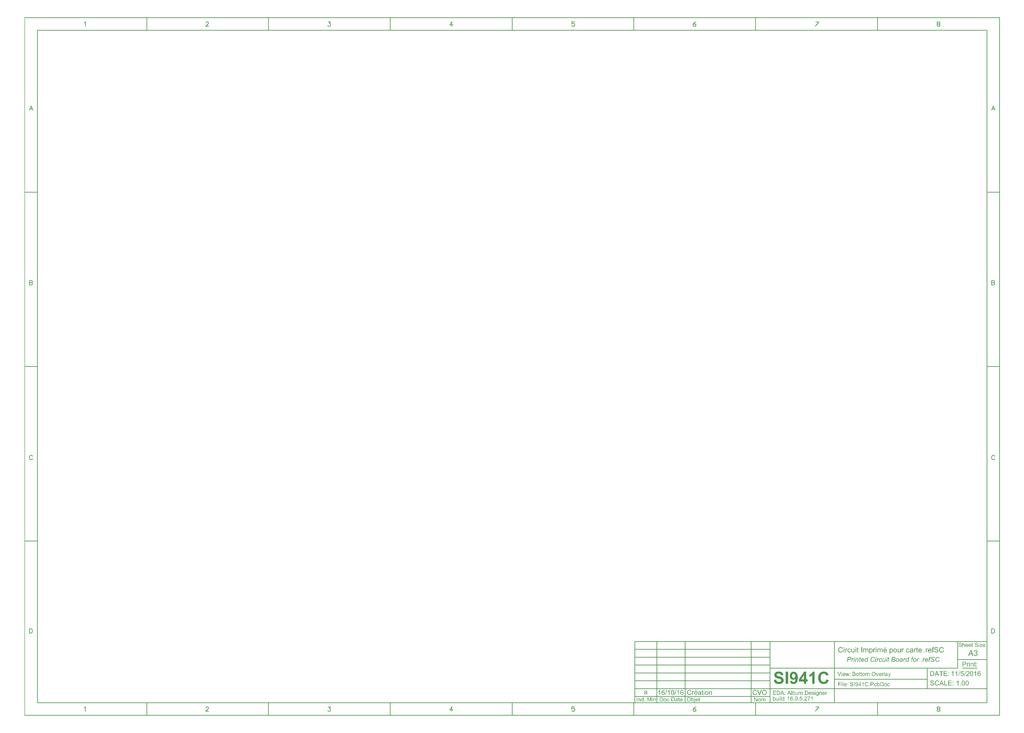
<source format=gbo>
G04 Layer_Color=32896*
%FSLAX25Y25*%
%MOIN*%
G70*
G01*
G75*
%ADD38C,0.01000*%
%ADD51C,0.00500*%
G36*
X1263962Y-372636D02*
X1263171D01*
Y-371738D01*
X1263962D01*
Y-372636D01*
D02*
G37*
G36*
X1259687Y-371640D02*
X1259755D01*
X1259921Y-371660D01*
X1260116Y-371689D01*
X1260331Y-371728D01*
X1260546Y-371786D01*
X1260751Y-371865D01*
X1260760D01*
X1260770Y-371874D01*
X1260800Y-371884D01*
X1260839Y-371904D01*
X1260936Y-371962D01*
X1261063Y-372030D01*
X1261200Y-372128D01*
X1261336Y-372245D01*
X1261473Y-372382D01*
X1261590Y-372538D01*
X1261600Y-372557D01*
X1261639Y-372616D01*
X1261688Y-372714D01*
X1261736Y-372831D01*
X1261795Y-372977D01*
X1261854Y-373153D01*
X1261893Y-373338D01*
X1261912Y-373543D01*
X1261102Y-373602D01*
Y-373592D01*
Y-373573D01*
X1261092Y-373543D01*
X1261083Y-373504D01*
X1261063Y-373397D01*
X1261024Y-373260D01*
X1260966Y-373114D01*
X1260887Y-372967D01*
X1260780Y-372821D01*
X1260653Y-372694D01*
X1260634Y-372684D01*
X1260585Y-372645D01*
X1260497Y-372597D01*
X1260380Y-372538D01*
X1260224Y-372479D01*
X1260028Y-372431D01*
X1259804Y-372392D01*
X1259540Y-372382D01*
X1259414D01*
X1259355Y-372392D01*
X1259277D01*
X1259111Y-372421D01*
X1258926Y-372450D01*
X1258740Y-372499D01*
X1258564Y-372567D01*
X1258486Y-372616D01*
X1258418Y-372665D01*
X1258408Y-372675D01*
X1258369Y-372714D01*
X1258311Y-372772D01*
X1258252Y-372860D01*
X1258184Y-372958D01*
X1258135Y-373075D01*
X1258096Y-373202D01*
X1258076Y-373348D01*
Y-373368D01*
Y-373407D01*
X1258086Y-373475D01*
X1258106Y-373553D01*
X1258135Y-373641D01*
X1258184Y-373739D01*
X1258242Y-373826D01*
X1258321Y-373914D01*
X1258330Y-373924D01*
X1258379Y-373953D01*
X1258408Y-373973D01*
X1258447Y-374002D01*
X1258506Y-374022D01*
X1258574Y-374051D01*
X1258652Y-374090D01*
X1258740Y-374129D01*
X1258838Y-374158D01*
X1258955Y-374197D01*
X1259091Y-374246D01*
X1259238Y-374285D01*
X1259404Y-374324D01*
X1259589Y-374373D01*
X1259599D01*
X1259638Y-374383D01*
X1259687Y-374392D01*
X1259755Y-374412D01*
X1259843Y-374431D01*
X1259941Y-374461D01*
X1260155Y-374510D01*
X1260390Y-374578D01*
X1260624Y-374646D01*
X1260741Y-374675D01*
X1260839Y-374714D01*
X1260936Y-374753D01*
X1261014Y-374783D01*
X1261024D01*
X1261043Y-374793D01*
X1261063Y-374812D01*
X1261102Y-374832D01*
X1261200Y-374890D01*
X1261327Y-374958D01*
X1261463Y-375056D01*
X1261600Y-375173D01*
X1261727Y-375300D01*
X1261834Y-375437D01*
X1261844Y-375456D01*
X1261873Y-375505D01*
X1261922Y-375583D01*
X1261971Y-375700D01*
X1262020Y-375827D01*
X1262068Y-375983D01*
X1262098Y-376159D01*
X1262107Y-376344D01*
Y-376354D01*
Y-376364D01*
Y-376393D01*
Y-376432D01*
X1262088Y-376530D01*
X1262068Y-376657D01*
X1262039Y-376803D01*
X1261981Y-376969D01*
X1261912Y-377145D01*
X1261815Y-377311D01*
X1261805Y-377330D01*
X1261756Y-377389D01*
X1261697Y-377467D01*
X1261600Y-377564D01*
X1261483Y-377681D01*
X1261336Y-377799D01*
X1261161Y-377906D01*
X1260966Y-378013D01*
X1260956D01*
X1260936Y-378023D01*
X1260907Y-378033D01*
X1260868Y-378052D01*
X1260819Y-378072D01*
X1260760Y-378091D01*
X1260604Y-378131D01*
X1260429Y-378179D01*
X1260214Y-378218D01*
X1259989Y-378248D01*
X1259736Y-378257D01*
X1259589D01*
X1259521Y-378248D01*
X1259433D01*
X1259336Y-378238D01*
X1259228Y-378228D01*
X1259004Y-378199D01*
X1258760Y-378150D01*
X1258516Y-378091D01*
X1258282Y-378013D01*
X1258272D01*
X1258252Y-378004D01*
X1258223Y-377984D01*
X1258184Y-377965D01*
X1258076Y-377906D01*
X1257950Y-377818D01*
X1257793Y-377711D01*
X1257647Y-377584D01*
X1257491Y-377428D01*
X1257354Y-377252D01*
Y-377242D01*
X1257345Y-377233D01*
X1257325Y-377203D01*
X1257306Y-377164D01*
X1257276Y-377115D01*
X1257247Y-377057D01*
X1257188Y-376910D01*
X1257130Y-376745D01*
X1257071Y-376540D01*
X1257032Y-376325D01*
X1257013Y-376091D01*
X1257813Y-376022D01*
Y-376032D01*
Y-376042D01*
X1257823Y-376100D01*
X1257842Y-376188D01*
X1257862Y-376305D01*
X1257901Y-376432D01*
X1257940Y-376569D01*
X1257998Y-376696D01*
X1258067Y-376823D01*
X1258076Y-376832D01*
X1258106Y-376871D01*
X1258155Y-376930D01*
X1258233Y-376998D01*
X1258321Y-377076D01*
X1258428Y-377164D01*
X1258564Y-377242D01*
X1258711Y-377320D01*
X1258721D01*
X1258730Y-377330D01*
X1258789Y-377350D01*
X1258877Y-377379D01*
X1259004Y-377408D01*
X1259140Y-377447D01*
X1259316Y-377477D01*
X1259501Y-377496D01*
X1259697Y-377506D01*
X1259775D01*
X1259872Y-377496D01*
X1259980Y-377486D01*
X1260116Y-377477D01*
X1260253Y-377447D01*
X1260399Y-377418D01*
X1260546Y-377369D01*
X1260565Y-377359D01*
X1260604Y-377340D01*
X1260673Y-377311D01*
X1260751Y-377262D01*
X1260848Y-377203D01*
X1260936Y-377135D01*
X1261024Y-377057D01*
X1261102Y-376969D01*
X1261112Y-376959D01*
X1261131Y-376920D01*
X1261161Y-376871D01*
X1261200Y-376803D01*
X1261229Y-376725D01*
X1261258Y-376627D01*
X1261278Y-376530D01*
X1261287Y-376423D01*
Y-376413D01*
Y-376374D01*
X1261278Y-376315D01*
X1261268Y-376247D01*
X1261248Y-376159D01*
X1261209Y-376071D01*
X1261170Y-375983D01*
X1261112Y-375895D01*
X1261102Y-375886D01*
X1261083Y-375856D01*
X1261034Y-375817D01*
X1260975Y-375759D01*
X1260897Y-375700D01*
X1260800Y-375642D01*
X1260673Y-375573D01*
X1260536Y-375515D01*
X1260526Y-375505D01*
X1260487Y-375495D01*
X1260409Y-375476D01*
X1260360Y-375456D01*
X1260302Y-375437D01*
X1260224Y-375417D01*
X1260146Y-375398D01*
X1260048Y-375368D01*
X1259950Y-375339D01*
X1259833Y-375310D01*
X1259697Y-375281D01*
X1259550Y-375241D01*
X1259394Y-375202D01*
X1259384D01*
X1259355Y-375193D01*
X1259306Y-375183D01*
X1259248Y-375163D01*
X1259179Y-375144D01*
X1259101Y-375124D01*
X1258916Y-375076D01*
X1258711Y-375007D01*
X1258506Y-374939D01*
X1258321Y-374871D01*
X1258233Y-374841D01*
X1258164Y-374802D01*
X1258155D01*
X1258145Y-374793D01*
X1258086Y-374753D01*
X1258008Y-374705D01*
X1257911Y-374636D01*
X1257793Y-374549D01*
X1257686Y-374451D01*
X1257579Y-374334D01*
X1257481Y-374207D01*
X1257471Y-374187D01*
X1257442Y-374139D01*
X1257413Y-374070D01*
X1257374Y-373973D01*
X1257325Y-373856D01*
X1257296Y-373719D01*
X1257266Y-373563D01*
X1257257Y-373407D01*
Y-373397D01*
Y-373387D01*
Y-373358D01*
Y-373319D01*
X1257276Y-373231D01*
X1257296Y-373114D01*
X1257325Y-372967D01*
X1257374Y-372821D01*
X1257442Y-372655D01*
X1257530Y-372499D01*
Y-372489D01*
X1257540Y-372479D01*
X1257579Y-372431D01*
X1257647Y-372353D01*
X1257735Y-372255D01*
X1257842Y-372157D01*
X1257979Y-372050D01*
X1258145Y-371943D01*
X1258330Y-371855D01*
X1258340D01*
X1258350Y-371845D01*
X1258379Y-371835D01*
X1258428Y-371816D01*
X1258477Y-371806D01*
X1258535Y-371786D01*
X1258672Y-371738D01*
X1258848Y-371699D01*
X1259043Y-371669D01*
X1259267Y-371640D01*
X1259501Y-371630D01*
X1259619D01*
X1259687Y-371640D01*
D02*
G37*
G36*
X1233803D02*
X1233872D01*
X1234038Y-371660D01*
X1234233Y-371689D01*
X1234447Y-371728D01*
X1234662Y-371786D01*
X1234867Y-371865D01*
X1234877D01*
X1234887Y-371874D01*
X1234916Y-371884D01*
X1234955Y-371904D01*
X1235053Y-371962D01*
X1235180Y-372030D01*
X1235316Y-372128D01*
X1235453Y-372245D01*
X1235590Y-372382D01*
X1235707Y-372538D01*
X1235716Y-372557D01*
X1235755Y-372616D01*
X1235804Y-372714D01*
X1235853Y-372831D01*
X1235911Y-372977D01*
X1235970Y-373153D01*
X1236009Y-373338D01*
X1236029Y-373543D01*
X1235219Y-373602D01*
Y-373592D01*
Y-373573D01*
X1235209Y-373543D01*
X1235199Y-373504D01*
X1235180Y-373397D01*
X1235141Y-373260D01*
X1235082Y-373114D01*
X1235004Y-372967D01*
X1234896Y-372821D01*
X1234770Y-372694D01*
X1234750Y-372684D01*
X1234701Y-372645D01*
X1234614Y-372597D01*
X1234496Y-372538D01*
X1234340Y-372479D01*
X1234145Y-372431D01*
X1233920Y-372392D01*
X1233657Y-372382D01*
X1233530D01*
X1233471Y-372392D01*
X1233393D01*
X1233228Y-372421D01*
X1233042Y-372450D01*
X1232857Y-372499D01*
X1232681Y-372567D01*
X1232603Y-372616D01*
X1232535Y-372665D01*
X1232525Y-372675D01*
X1232486Y-372714D01*
X1232427Y-372772D01*
X1232369Y-372860D01*
X1232300Y-372958D01*
X1232251Y-373075D01*
X1232213Y-373202D01*
X1232193Y-373348D01*
Y-373368D01*
Y-373407D01*
X1232203Y-373475D01*
X1232222Y-373553D01*
X1232251Y-373641D01*
X1232300Y-373739D01*
X1232359Y-373826D01*
X1232437Y-373914D01*
X1232447Y-373924D01*
X1232495Y-373953D01*
X1232525Y-373973D01*
X1232564Y-374002D01*
X1232622Y-374022D01*
X1232691Y-374051D01*
X1232769Y-374090D01*
X1232857Y-374129D01*
X1232954Y-374158D01*
X1233071Y-374197D01*
X1233208Y-374246D01*
X1233354Y-374285D01*
X1233520Y-374324D01*
X1233706Y-374373D01*
X1233716D01*
X1233755Y-374383D01*
X1233803Y-374392D01*
X1233872Y-374412D01*
X1233959Y-374431D01*
X1234057Y-374461D01*
X1234272Y-374510D01*
X1234506Y-374578D01*
X1234740Y-374646D01*
X1234857Y-374675D01*
X1234955Y-374714D01*
X1235053Y-374753D01*
X1235131Y-374783D01*
X1235141D01*
X1235160Y-374793D01*
X1235180Y-374812D01*
X1235219Y-374832D01*
X1235316Y-374890D01*
X1235443Y-374958D01*
X1235580Y-375056D01*
X1235716Y-375173D01*
X1235843Y-375300D01*
X1235951Y-375437D01*
X1235960Y-375456D01*
X1235990Y-375505D01*
X1236038Y-375583D01*
X1236087Y-375700D01*
X1236136Y-375827D01*
X1236185Y-375983D01*
X1236214Y-376159D01*
X1236224Y-376344D01*
Y-376354D01*
Y-376364D01*
Y-376393D01*
Y-376432D01*
X1236204Y-376530D01*
X1236185Y-376657D01*
X1236156Y-376803D01*
X1236097Y-376969D01*
X1236029Y-377145D01*
X1235931Y-377311D01*
X1235921Y-377330D01*
X1235872Y-377389D01*
X1235814Y-377467D01*
X1235716Y-377564D01*
X1235599Y-377681D01*
X1235453Y-377799D01*
X1235277Y-377906D01*
X1235082Y-378013D01*
X1235072D01*
X1235053Y-378023D01*
X1235023Y-378033D01*
X1234984Y-378052D01*
X1234935Y-378072D01*
X1234877Y-378091D01*
X1234721Y-378131D01*
X1234545Y-378179D01*
X1234330Y-378218D01*
X1234106Y-378248D01*
X1233852Y-378257D01*
X1233706D01*
X1233637Y-378248D01*
X1233550D01*
X1233452Y-378238D01*
X1233345Y-378228D01*
X1233120Y-378199D01*
X1232876Y-378150D01*
X1232632Y-378091D01*
X1232398Y-378013D01*
X1232388D01*
X1232369Y-378004D01*
X1232339Y-377984D01*
X1232300Y-377965D01*
X1232193Y-377906D01*
X1232066Y-377818D01*
X1231910Y-377711D01*
X1231763Y-377584D01*
X1231607Y-377428D01*
X1231471Y-377252D01*
Y-377242D01*
X1231461Y-377233D01*
X1231441Y-377203D01*
X1231422Y-377164D01*
X1231393Y-377115D01*
X1231363Y-377057D01*
X1231305Y-376910D01*
X1231246Y-376745D01*
X1231188Y-376540D01*
X1231149Y-376325D01*
X1231129Y-376091D01*
X1231929Y-376022D01*
Y-376032D01*
Y-376042D01*
X1231939Y-376100D01*
X1231959Y-376188D01*
X1231978Y-376305D01*
X1232017Y-376432D01*
X1232056Y-376569D01*
X1232115Y-376696D01*
X1232183Y-376823D01*
X1232193Y-376832D01*
X1232222Y-376871D01*
X1232271Y-376930D01*
X1232349Y-376998D01*
X1232437Y-377076D01*
X1232544Y-377164D01*
X1232681Y-377242D01*
X1232827Y-377320D01*
X1232837D01*
X1232847Y-377330D01*
X1232905Y-377350D01*
X1232993Y-377379D01*
X1233120Y-377408D01*
X1233257Y-377447D01*
X1233432Y-377477D01*
X1233618Y-377496D01*
X1233813Y-377506D01*
X1233891D01*
X1233989Y-377496D01*
X1234096Y-377486D01*
X1234233Y-377477D01*
X1234369Y-377447D01*
X1234516Y-377418D01*
X1234662Y-377369D01*
X1234682Y-377359D01*
X1234721Y-377340D01*
X1234789Y-377311D01*
X1234867Y-377262D01*
X1234965Y-377203D01*
X1235053Y-377135D01*
X1235141Y-377057D01*
X1235219Y-376969D01*
X1235228Y-376959D01*
X1235248Y-376920D01*
X1235277Y-376871D01*
X1235316Y-376803D01*
X1235345Y-376725D01*
X1235375Y-376627D01*
X1235394Y-376530D01*
X1235404Y-376423D01*
Y-376413D01*
Y-376374D01*
X1235394Y-376315D01*
X1235384Y-376247D01*
X1235365Y-376159D01*
X1235326Y-376071D01*
X1235287Y-375983D01*
X1235228Y-375895D01*
X1235219Y-375886D01*
X1235199Y-375856D01*
X1235150Y-375817D01*
X1235092Y-375759D01*
X1235014Y-375700D01*
X1234916Y-375642D01*
X1234789Y-375573D01*
X1234653Y-375515D01*
X1234643Y-375505D01*
X1234604Y-375495D01*
X1234526Y-375476D01*
X1234477Y-375456D01*
X1234418Y-375437D01*
X1234340Y-375417D01*
X1234262Y-375398D01*
X1234165Y-375368D01*
X1234067Y-375339D01*
X1233950Y-375310D01*
X1233813Y-375281D01*
X1233667Y-375241D01*
X1233511Y-375202D01*
X1233501D01*
X1233471Y-375193D01*
X1233423Y-375183D01*
X1233364Y-375163D01*
X1233296Y-375144D01*
X1233218Y-375124D01*
X1233032Y-375076D01*
X1232827Y-375007D01*
X1232622Y-374939D01*
X1232437Y-374871D01*
X1232349Y-374841D01*
X1232281Y-374802D01*
X1232271D01*
X1232261Y-374793D01*
X1232203Y-374753D01*
X1232125Y-374705D01*
X1232027Y-374636D01*
X1231910Y-374549D01*
X1231803Y-374451D01*
X1231695Y-374334D01*
X1231598Y-374207D01*
X1231588Y-374187D01*
X1231559Y-374139D01*
X1231529Y-374070D01*
X1231490Y-373973D01*
X1231441Y-373856D01*
X1231412Y-373719D01*
X1231383Y-373563D01*
X1231373Y-373407D01*
Y-373397D01*
Y-373387D01*
Y-373358D01*
Y-373319D01*
X1231393Y-373231D01*
X1231412Y-373114D01*
X1231441Y-372967D01*
X1231490Y-372821D01*
X1231559Y-372655D01*
X1231646Y-372499D01*
Y-372489D01*
X1231656Y-372479D01*
X1231695Y-372431D01*
X1231763Y-372353D01*
X1231851Y-372255D01*
X1231959Y-372157D01*
X1232095Y-372050D01*
X1232261Y-371943D01*
X1232447Y-371855D01*
X1232456D01*
X1232466Y-371845D01*
X1232495Y-371835D01*
X1232544Y-371816D01*
X1232593Y-371806D01*
X1232652Y-371786D01*
X1232788Y-371738D01*
X1232964Y-371699D01*
X1233159Y-371669D01*
X1233384Y-371640D01*
X1233618Y-371630D01*
X1233735D01*
X1233803Y-371640D01*
D02*
G37*
G36*
X1268705Y-374022D02*
X1266187Y-376979D01*
X1265699Y-377525D01*
X1265748D01*
X1265787Y-377516D01*
X1265894Y-377506D01*
X1266021Y-377496D01*
X1266177D01*
X1266343Y-377486D01*
X1266695Y-377477D01*
X1268842D01*
Y-378150D01*
X1264733D01*
Y-377516D01*
X1267690Y-374109D01*
X1267602D01*
X1267514Y-374119D01*
X1267387D01*
X1267251Y-374129D01*
X1267105D01*
X1266948Y-374139D01*
X1264909D01*
Y-373504D01*
X1268705D01*
Y-374022D01*
D02*
G37*
G36*
X1263962Y-378150D02*
X1263171D01*
Y-373504D01*
X1263962D01*
Y-378150D01*
D02*
G37*
G36*
X1238068Y-374031D02*
X1238078Y-374022D01*
X1238098Y-374002D01*
X1238127Y-373973D01*
X1238166Y-373934D01*
X1238225Y-373885D01*
X1238283Y-373826D01*
X1238361Y-373778D01*
X1238449Y-373709D01*
X1238547Y-373651D01*
X1238644Y-373602D01*
X1238888Y-373495D01*
X1239015Y-373455D01*
X1239152Y-373426D01*
X1239298Y-373407D01*
X1239454Y-373397D01*
X1239542D01*
X1239640Y-373407D01*
X1239757Y-373426D01*
X1239894Y-373446D01*
X1240040Y-373485D01*
X1240196Y-373534D01*
X1240343Y-373602D01*
X1240362Y-373612D01*
X1240401Y-373641D01*
X1240469Y-373690D01*
X1240557Y-373748D01*
X1240645Y-373826D01*
X1240733Y-373924D01*
X1240821Y-374041D01*
X1240889Y-374168D01*
X1240899Y-374187D01*
X1240918Y-374236D01*
X1240938Y-374314D01*
X1240977Y-374431D01*
X1241006Y-374578D01*
X1241026Y-374763D01*
X1241045Y-374968D01*
X1241055Y-375212D01*
Y-378150D01*
X1240265D01*
Y-375202D01*
Y-375193D01*
Y-375173D01*
Y-375144D01*
Y-375105D01*
X1240255Y-375007D01*
X1240235Y-374871D01*
X1240196Y-374734D01*
X1240157Y-374597D01*
X1240089Y-374461D01*
X1240001Y-374344D01*
X1239991Y-374334D01*
X1239952Y-374305D01*
X1239894Y-374256D01*
X1239816Y-374207D01*
X1239718Y-374158D01*
X1239591Y-374109D01*
X1239454Y-374080D01*
X1239289Y-374070D01*
X1239230D01*
X1239162Y-374080D01*
X1239074Y-374090D01*
X1238976Y-374119D01*
X1238859Y-374148D01*
X1238742Y-374197D01*
X1238625Y-374256D01*
X1238615Y-374266D01*
X1238576Y-374285D01*
X1238527Y-374334D01*
X1238459Y-374383D01*
X1238391Y-374461D01*
X1238313Y-374539D01*
X1238254Y-374646D01*
X1238195Y-374753D01*
X1238186Y-374763D01*
X1238176Y-374812D01*
X1238156Y-374880D01*
X1238137Y-374978D01*
X1238107Y-375105D01*
X1238088Y-375251D01*
X1238078Y-375417D01*
X1238068Y-375612D01*
Y-378150D01*
X1237278D01*
Y-371738D01*
X1238068D01*
Y-374031D01*
D02*
G37*
G36*
X1253138Y-373504D02*
X1253928D01*
Y-374119D01*
X1253138D01*
Y-376842D01*
Y-376852D01*
Y-376891D01*
Y-376950D01*
X1253148Y-377018D01*
X1253158Y-377164D01*
X1253167Y-377223D01*
X1253177Y-377272D01*
X1253187Y-377291D01*
X1253206Y-377330D01*
X1253245Y-377379D01*
X1253304Y-377428D01*
X1253323Y-377437D01*
X1253372Y-377447D01*
X1253460Y-377467D01*
X1253577Y-377477D01*
X1253675D01*
X1253724Y-377467D01*
X1253782D01*
X1253928Y-377447D01*
X1254036Y-378140D01*
X1254016D01*
X1253977Y-378150D01*
X1253919Y-378160D01*
X1253831Y-378169D01*
X1253743Y-378189D01*
X1253645Y-378199D01*
X1253440Y-378209D01*
X1253372D01*
X1253294Y-378199D01*
X1253197Y-378189D01*
X1253089Y-378179D01*
X1252972Y-378150D01*
X1252865Y-378121D01*
X1252767Y-378082D01*
X1252757Y-378072D01*
X1252728Y-378052D01*
X1252689Y-378023D01*
X1252640Y-377984D01*
X1252582Y-377935D01*
X1252533Y-377877D01*
X1252474Y-377808D01*
X1252435Y-377730D01*
Y-377721D01*
X1252425Y-377681D01*
X1252406Y-377623D01*
X1252396Y-377525D01*
X1252377Y-377398D01*
X1252367Y-377330D01*
X1252357Y-377242D01*
Y-377145D01*
X1252347Y-377037D01*
Y-376920D01*
Y-376793D01*
Y-374119D01*
X1251762D01*
Y-373504D01*
X1252347D01*
Y-372362D01*
X1253138Y-371884D01*
Y-373504D01*
D02*
G37*
G36*
X1271692Y-373407D02*
X1271770Y-373416D01*
X1271867Y-373426D01*
X1271965Y-373446D01*
X1272082Y-373475D01*
X1272316Y-373553D01*
X1272443Y-373602D01*
X1272570Y-373670D01*
X1272697Y-373739D01*
X1272824Y-373826D01*
X1272941Y-373924D01*
X1273058Y-374041D01*
X1273068Y-374051D01*
X1273087Y-374070D01*
X1273117Y-374109D01*
X1273156Y-374158D01*
X1273195Y-374226D01*
X1273244Y-374305D01*
X1273302Y-374392D01*
X1273361Y-374500D01*
X1273409Y-374627D01*
X1273468Y-374753D01*
X1273517Y-374900D01*
X1273566Y-375066D01*
X1273595Y-375232D01*
X1273624Y-375417D01*
X1273644Y-375612D01*
X1273653Y-375827D01*
Y-375837D01*
Y-375876D01*
Y-375944D01*
X1273644Y-376032D01*
X1270189D01*
Y-376042D01*
Y-376061D01*
X1270198Y-376110D01*
Y-376159D01*
X1270208Y-376227D01*
X1270218Y-376296D01*
X1270257Y-376471D01*
X1270315Y-376657D01*
X1270384Y-376852D01*
X1270491Y-377047D01*
X1270618Y-377213D01*
X1270638Y-377233D01*
X1270686Y-377272D01*
X1270774Y-377340D01*
X1270882Y-377408D01*
X1271028Y-377486D01*
X1271194Y-377555D01*
X1271379Y-377594D01*
X1271584Y-377613D01*
X1271662D01*
X1271741Y-377603D01*
X1271838Y-377584D01*
X1271955Y-377555D01*
X1272082Y-377516D01*
X1272209Y-377467D01*
X1272326Y-377389D01*
X1272336Y-377379D01*
X1272375Y-377340D01*
X1272433Y-377291D01*
X1272502Y-377203D01*
X1272580Y-377106D01*
X1272658Y-376979D01*
X1272736Y-376823D01*
X1272814Y-376647D01*
X1273624Y-376754D01*
Y-376764D01*
X1273614Y-376784D01*
X1273605Y-376823D01*
X1273585Y-376871D01*
X1273566Y-376930D01*
X1273536Y-376998D01*
X1273458Y-377164D01*
X1273361Y-377340D01*
X1273244Y-377525D01*
X1273087Y-377711D01*
X1272912Y-377867D01*
X1272902D01*
X1272892Y-377887D01*
X1272863Y-377906D01*
X1272814Y-377925D01*
X1272765Y-377955D01*
X1272707Y-377994D01*
X1272638Y-378023D01*
X1272551Y-378062D01*
X1272365Y-378131D01*
X1272131Y-378199D01*
X1271877Y-378238D01*
X1271584Y-378257D01*
X1271487D01*
X1271418Y-378248D01*
X1271331Y-378238D01*
X1271233Y-378228D01*
X1271126Y-378209D01*
X1270999Y-378179D01*
X1270745Y-378101D01*
X1270608Y-378052D01*
X1270481Y-377994D01*
X1270345Y-377925D01*
X1270218Y-377838D01*
X1270091Y-377740D01*
X1269974Y-377633D01*
X1269964Y-377623D01*
X1269945Y-377603D01*
X1269915Y-377564D01*
X1269886Y-377516D01*
X1269837Y-377457D01*
X1269788Y-377379D01*
X1269730Y-377281D01*
X1269681Y-377174D01*
X1269623Y-377057D01*
X1269564Y-376930D01*
X1269515Y-376784D01*
X1269476Y-376627D01*
X1269437Y-376462D01*
X1269408Y-376276D01*
X1269388Y-376081D01*
X1269379Y-375876D01*
Y-375866D01*
Y-375827D01*
Y-375759D01*
X1269388Y-375681D01*
X1269398Y-375583D01*
X1269408Y-375466D01*
X1269427Y-375339D01*
X1269457Y-375202D01*
X1269525Y-374910D01*
X1269574Y-374763D01*
X1269632Y-374607D01*
X1269701Y-374461D01*
X1269779Y-374314D01*
X1269867Y-374178D01*
X1269974Y-374051D01*
X1269984Y-374041D01*
X1270003Y-374022D01*
X1270033Y-373992D01*
X1270081Y-373943D01*
X1270140Y-373895D01*
X1270218Y-373846D01*
X1270296Y-373787D01*
X1270394Y-373719D01*
X1270501Y-373660D01*
X1270618Y-373602D01*
X1270745Y-373553D01*
X1270891Y-373495D01*
X1271038Y-373455D01*
X1271194Y-373426D01*
X1271360Y-373407D01*
X1271535Y-373397D01*
X1271623D01*
X1271692Y-373407D01*
D02*
G37*
G36*
X1249292D02*
X1249371Y-373416D01*
X1249468Y-373426D01*
X1249566Y-373446D01*
X1249683Y-373475D01*
X1249917Y-373553D01*
X1250044Y-373602D01*
X1250171Y-373670D01*
X1250298Y-373739D01*
X1250425Y-373826D01*
X1250542Y-373924D01*
X1250659Y-374041D01*
X1250669Y-374051D01*
X1250688Y-374070D01*
X1250717Y-374109D01*
X1250756Y-374158D01*
X1250795Y-374226D01*
X1250844Y-374305D01*
X1250903Y-374392D01*
X1250961Y-374500D01*
X1251010Y-374627D01*
X1251069Y-374753D01*
X1251118Y-374900D01*
X1251166Y-375066D01*
X1251196Y-375232D01*
X1251225Y-375417D01*
X1251245Y-375612D01*
X1251254Y-375827D01*
Y-375837D01*
Y-375876D01*
Y-375944D01*
X1251245Y-376032D01*
X1247789D01*
Y-376042D01*
Y-376061D01*
X1247799Y-376110D01*
Y-376159D01*
X1247809Y-376227D01*
X1247819Y-376296D01*
X1247858Y-376471D01*
X1247916Y-376657D01*
X1247985Y-376852D01*
X1248092Y-377047D01*
X1248219Y-377213D01*
X1248238Y-377233D01*
X1248287Y-377272D01*
X1248375Y-377340D01*
X1248482Y-377408D01*
X1248629Y-377486D01*
X1248795Y-377555D01*
X1248980Y-377594D01*
X1249185Y-377613D01*
X1249263D01*
X1249341Y-377603D01*
X1249439Y-377584D01*
X1249556Y-377555D01*
X1249683Y-377516D01*
X1249810Y-377467D01*
X1249927Y-377389D01*
X1249937Y-377379D01*
X1249976Y-377340D01*
X1250034Y-377291D01*
X1250103Y-377203D01*
X1250181Y-377106D01*
X1250259Y-376979D01*
X1250337Y-376823D01*
X1250415Y-376647D01*
X1251225Y-376754D01*
Y-376764D01*
X1251215Y-376784D01*
X1251206Y-376823D01*
X1251186Y-376871D01*
X1251166Y-376930D01*
X1251137Y-376998D01*
X1251059Y-377164D01*
X1250961Y-377340D01*
X1250844Y-377525D01*
X1250688Y-377711D01*
X1250513Y-377867D01*
X1250503D01*
X1250493Y-377887D01*
X1250464Y-377906D01*
X1250415Y-377925D01*
X1250366Y-377955D01*
X1250307Y-377994D01*
X1250239Y-378023D01*
X1250151Y-378062D01*
X1249966Y-378131D01*
X1249732Y-378199D01*
X1249478Y-378238D01*
X1249185Y-378257D01*
X1249088D01*
X1249019Y-378248D01*
X1248931Y-378238D01*
X1248834Y-378228D01*
X1248726Y-378209D01*
X1248600Y-378179D01*
X1248346Y-378101D01*
X1248209Y-378052D01*
X1248082Y-377994D01*
X1247946Y-377925D01*
X1247819Y-377838D01*
X1247692Y-377740D01*
X1247575Y-377633D01*
X1247565Y-377623D01*
X1247545Y-377603D01*
X1247516Y-377564D01*
X1247487Y-377516D01*
X1247438Y-377457D01*
X1247389Y-377379D01*
X1247331Y-377281D01*
X1247282Y-377174D01*
X1247223Y-377057D01*
X1247165Y-376930D01*
X1247116Y-376784D01*
X1247077Y-376627D01*
X1247038Y-376462D01*
X1247009Y-376276D01*
X1246989Y-376081D01*
X1246979Y-375876D01*
Y-375866D01*
Y-375827D01*
Y-375759D01*
X1246989Y-375681D01*
X1246999Y-375583D01*
X1247009Y-375466D01*
X1247028Y-375339D01*
X1247058Y-375202D01*
X1247126Y-374910D01*
X1247175Y-374763D01*
X1247233Y-374607D01*
X1247301Y-374461D01*
X1247379Y-374314D01*
X1247467Y-374178D01*
X1247575Y-374051D01*
X1247585Y-374041D01*
X1247604Y-374022D01*
X1247633Y-373992D01*
X1247682Y-373943D01*
X1247741Y-373895D01*
X1247819Y-373846D01*
X1247897Y-373787D01*
X1247994Y-373719D01*
X1248102Y-373660D01*
X1248219Y-373602D01*
X1248346Y-373553D01*
X1248492Y-373495D01*
X1248639Y-373455D01*
X1248795Y-373426D01*
X1248961Y-373407D01*
X1249136Y-373397D01*
X1249224D01*
X1249292Y-373407D01*
D02*
G37*
G36*
X1244315D02*
X1244393Y-373416D01*
X1244491Y-373426D01*
X1244588Y-373446D01*
X1244705Y-373475D01*
X1244940Y-373553D01*
X1245066Y-373602D01*
X1245193Y-373670D01*
X1245320Y-373739D01*
X1245447Y-373826D01*
X1245564Y-373924D01*
X1245681Y-374041D01*
X1245691Y-374051D01*
X1245711Y-374070D01*
X1245740Y-374109D01*
X1245779Y-374158D01*
X1245818Y-374226D01*
X1245867Y-374305D01*
X1245925Y-374392D01*
X1245984Y-374500D01*
X1246033Y-374627D01*
X1246091Y-374753D01*
X1246140Y-374900D01*
X1246189Y-375066D01*
X1246218Y-375232D01*
X1246247Y-375417D01*
X1246267Y-375612D01*
X1246277Y-375827D01*
Y-375837D01*
Y-375876D01*
Y-375944D01*
X1246267Y-376032D01*
X1242812D01*
Y-376042D01*
Y-376061D01*
X1242822Y-376110D01*
Y-376159D01*
X1242831Y-376227D01*
X1242841Y-376296D01*
X1242880Y-376471D01*
X1242939Y-376657D01*
X1243007Y-376852D01*
X1243114Y-377047D01*
X1243241Y-377213D01*
X1243261Y-377233D01*
X1243310Y-377272D01*
X1243398Y-377340D01*
X1243505Y-377408D01*
X1243651Y-377486D01*
X1243817Y-377555D01*
X1244003Y-377594D01*
X1244207Y-377613D01*
X1244286D01*
X1244364Y-377603D01*
X1244461Y-377584D01*
X1244578Y-377555D01*
X1244705Y-377516D01*
X1244832Y-377467D01*
X1244949Y-377389D01*
X1244959Y-377379D01*
X1244998Y-377340D01*
X1245057Y-377291D01*
X1245125Y-377203D01*
X1245203Y-377106D01*
X1245281Y-376979D01*
X1245359Y-376823D01*
X1245437Y-376647D01*
X1246247Y-376754D01*
Y-376764D01*
X1246238Y-376784D01*
X1246228Y-376823D01*
X1246208Y-376871D01*
X1246189Y-376930D01*
X1246159Y-376998D01*
X1246082Y-377164D01*
X1245984Y-377340D01*
X1245867Y-377525D01*
X1245711Y-377711D01*
X1245535Y-377867D01*
X1245525D01*
X1245515Y-377887D01*
X1245486Y-377906D01*
X1245437Y-377925D01*
X1245389Y-377955D01*
X1245330Y-377994D01*
X1245262Y-378023D01*
X1245174Y-378062D01*
X1244988Y-378131D01*
X1244754Y-378199D01*
X1244500Y-378238D01*
X1244207Y-378257D01*
X1244110D01*
X1244042Y-378248D01*
X1243954Y-378238D01*
X1243856Y-378228D01*
X1243749Y-378209D01*
X1243622Y-378179D01*
X1243368Y-378101D01*
X1243231Y-378052D01*
X1243105Y-377994D01*
X1242968Y-377925D01*
X1242841Y-377838D01*
X1242714Y-377740D01*
X1242597Y-377633D01*
X1242587Y-377623D01*
X1242568Y-377603D01*
X1242539Y-377564D01*
X1242509Y-377516D01*
X1242461Y-377457D01*
X1242412Y-377379D01*
X1242353Y-377281D01*
X1242304Y-377174D01*
X1242246Y-377057D01*
X1242187Y-376930D01*
X1242138Y-376784D01*
X1242099Y-376627D01*
X1242060Y-376462D01*
X1242031Y-376276D01*
X1242012Y-376081D01*
X1242002Y-375876D01*
Y-375866D01*
Y-375827D01*
Y-375759D01*
X1242012Y-375681D01*
X1242021Y-375583D01*
X1242031Y-375466D01*
X1242051Y-375339D01*
X1242080Y-375202D01*
X1242148Y-374910D01*
X1242197Y-374763D01*
X1242255Y-374607D01*
X1242324Y-374461D01*
X1242402Y-374314D01*
X1242490Y-374178D01*
X1242597Y-374051D01*
X1242607Y-374041D01*
X1242626Y-374022D01*
X1242656Y-373992D01*
X1242704Y-373943D01*
X1242763Y-373895D01*
X1242841Y-373846D01*
X1242919Y-373787D01*
X1243017Y-373719D01*
X1243124Y-373660D01*
X1243241Y-373602D01*
X1243368Y-373553D01*
X1243515Y-373495D01*
X1243661Y-373455D01*
X1243817Y-373426D01*
X1243983Y-373407D01*
X1244159Y-373397D01*
X1244247D01*
X1244315Y-373407D01*
D02*
G37*
G36*
X1191611Y-378436D02*
X1191751Y-378449D01*
X1191916Y-378474D01*
X1192093Y-378499D01*
X1192284Y-378537D01*
X1192131Y-379426D01*
X1192118D01*
X1192080Y-379413D01*
X1192017Y-379400D01*
X1191941Y-379387D01*
X1191839D01*
X1191738Y-379375D01*
X1191522Y-379362D01*
X1191446D01*
X1191370Y-379375D01*
X1191268Y-379387D01*
X1191167Y-379413D01*
X1191053Y-379451D01*
X1190951Y-379502D01*
X1190862Y-379565D01*
X1190849Y-379578D01*
X1190837Y-379603D01*
X1190799Y-379654D01*
X1190773Y-379730D01*
X1190735Y-379832D01*
X1190697Y-379971D01*
X1190685Y-380123D01*
X1190672Y-380314D01*
Y-380860D01*
X1191852D01*
Y-381659D01*
X1190685D01*
Y-386900D01*
X1189657D01*
Y-381659D01*
X1188756D01*
Y-380860D01*
X1189657D01*
Y-380225D01*
Y-380212D01*
Y-380200D01*
Y-380123D01*
X1189669Y-380022D01*
Y-379882D01*
X1189682Y-379743D01*
X1189707Y-379591D01*
X1189733Y-379451D01*
X1189771Y-379324D01*
X1189784Y-379311D01*
X1189796Y-379261D01*
X1189834Y-379185D01*
X1189885Y-379096D01*
X1189961Y-378981D01*
X1190050Y-378880D01*
X1190152Y-378778D01*
X1190279Y-378677D01*
X1190291Y-378664D01*
X1190355Y-378639D01*
X1190431Y-378601D01*
X1190558Y-378550D01*
X1190697Y-378499D01*
X1190888Y-378461D01*
X1191091Y-378436D01*
X1191332Y-378423D01*
X1191497D01*
X1191611Y-378436D01*
D02*
G37*
G36*
X1100588Y-379730D02*
X1099560D01*
Y-378563D01*
X1100588D01*
Y-379730D01*
D02*
G37*
G36*
X1068254D02*
X1067226D01*
Y-378563D01*
X1068254D01*
Y-379730D01*
D02*
G37*
G36*
X1049498D02*
X1048470D01*
Y-378563D01*
X1049498D01*
Y-379730D01*
D02*
G37*
G36*
X1114319Y-380111D02*
X1113468D01*
X1114230Y-378525D01*
X1115575D01*
X1114319Y-380111D01*
D02*
G37*
G36*
X1195900Y-378436D02*
X1195989D01*
X1196205Y-378461D01*
X1196459Y-378499D01*
X1196738Y-378550D01*
X1197017Y-378626D01*
X1197283Y-378728D01*
X1197296D01*
X1197309Y-378740D01*
X1197347Y-378753D01*
X1197398Y-378778D01*
X1197525Y-378854D01*
X1197689Y-378943D01*
X1197867Y-379070D01*
X1198045Y-379223D01*
X1198222Y-379400D01*
X1198375Y-379603D01*
X1198387Y-379629D01*
X1198438Y-379705D01*
X1198502Y-379832D01*
X1198565Y-379984D01*
X1198641Y-380174D01*
X1198717Y-380403D01*
X1198768Y-380644D01*
X1198794Y-380910D01*
X1197740Y-380986D01*
Y-380974D01*
Y-380948D01*
X1197727Y-380910D01*
X1197715Y-380860D01*
X1197689Y-380720D01*
X1197639Y-380542D01*
X1197563Y-380352D01*
X1197461Y-380162D01*
X1197321Y-379971D01*
X1197157Y-379806D01*
X1197131Y-379794D01*
X1197068Y-379743D01*
X1196953Y-379679D01*
X1196801Y-379603D01*
X1196598Y-379527D01*
X1196344Y-379464D01*
X1196052Y-379413D01*
X1195710Y-379400D01*
X1195545D01*
X1195469Y-379413D01*
X1195367D01*
X1195151Y-379451D01*
X1194910Y-379489D01*
X1194669Y-379553D01*
X1194441Y-379641D01*
X1194339Y-379705D01*
X1194250Y-379768D01*
X1194238Y-379781D01*
X1194187Y-379832D01*
X1194111Y-379908D01*
X1194035Y-380022D01*
X1193946Y-380149D01*
X1193882Y-380301D01*
X1193832Y-380466D01*
X1193806Y-380657D01*
Y-380682D01*
Y-380733D01*
X1193819Y-380821D01*
X1193844Y-380923D01*
X1193882Y-381037D01*
X1193946Y-381164D01*
X1194022Y-381278D01*
X1194124Y-381393D01*
X1194136Y-381405D01*
X1194200Y-381443D01*
X1194238Y-381469D01*
X1194289Y-381507D01*
X1194365Y-381532D01*
X1194454Y-381570D01*
X1194555Y-381621D01*
X1194669Y-381672D01*
X1194796Y-381710D01*
X1194948Y-381761D01*
X1195126Y-381824D01*
X1195316Y-381875D01*
X1195532Y-381926D01*
X1195773Y-381989D01*
X1195786D01*
X1195837Y-382002D01*
X1195900Y-382014D01*
X1195989Y-382040D01*
X1196103Y-382065D01*
X1196230Y-382103D01*
X1196509Y-382167D01*
X1196814Y-382256D01*
X1197118Y-382344D01*
X1197271Y-382382D01*
X1197398Y-382433D01*
X1197525Y-382484D01*
X1197626Y-382522D01*
X1197639D01*
X1197664Y-382535D01*
X1197689Y-382560D01*
X1197740Y-382585D01*
X1197867Y-382662D01*
X1198032Y-382750D01*
X1198210Y-382877D01*
X1198387Y-383030D01*
X1198552Y-383194D01*
X1198692Y-383372D01*
X1198705Y-383398D01*
X1198743Y-383461D01*
X1198806Y-383562D01*
X1198870Y-383715D01*
X1198933Y-383880D01*
X1198997Y-384083D01*
X1199035Y-384311D01*
X1199047Y-384552D01*
Y-384565D01*
Y-384578D01*
Y-384616D01*
Y-384667D01*
X1199022Y-384793D01*
X1198997Y-384958D01*
X1198958Y-385149D01*
X1198882Y-385365D01*
X1198794Y-385593D01*
X1198667Y-385809D01*
X1198654Y-385834D01*
X1198590Y-385910D01*
X1198514Y-386012D01*
X1198387Y-386139D01*
X1198235Y-386291D01*
X1198045Y-386443D01*
X1197816Y-386583D01*
X1197563Y-386722D01*
X1197550D01*
X1197525Y-386735D01*
X1197486Y-386748D01*
X1197436Y-386773D01*
X1197372Y-386799D01*
X1197296Y-386824D01*
X1197093Y-386875D01*
X1196865Y-386938D01*
X1196585Y-386989D01*
X1196294Y-387027D01*
X1195964Y-387040D01*
X1195773D01*
X1195684Y-387027D01*
X1195570D01*
X1195443Y-387014D01*
X1195304Y-387001D01*
X1195012Y-386964D01*
X1194695Y-386900D01*
X1194377Y-386824D01*
X1194073Y-386722D01*
X1194060D01*
X1194035Y-386710D01*
X1193997Y-386684D01*
X1193946Y-386659D01*
X1193806Y-386583D01*
X1193641Y-386469D01*
X1193438Y-386329D01*
X1193248Y-386164D01*
X1193045Y-385961D01*
X1192867Y-385733D01*
Y-385720D01*
X1192855Y-385707D01*
X1192829Y-385669D01*
X1192804Y-385618D01*
X1192766Y-385555D01*
X1192728Y-385479D01*
X1192651Y-385288D01*
X1192575Y-385073D01*
X1192499Y-384806D01*
X1192449Y-384527D01*
X1192423Y-384222D01*
X1193464Y-384134D01*
Y-384146D01*
Y-384159D01*
X1193476Y-384235D01*
X1193502Y-384349D01*
X1193527Y-384502D01*
X1193578Y-384667D01*
X1193629Y-384844D01*
X1193705Y-385009D01*
X1193794Y-385174D01*
X1193806Y-385187D01*
X1193844Y-385238D01*
X1193908Y-385314D01*
X1194009Y-385403D01*
X1194124Y-385504D01*
X1194263Y-385618D01*
X1194441Y-385720D01*
X1194631Y-385821D01*
X1194644D01*
X1194656Y-385834D01*
X1194733Y-385859D01*
X1194847Y-385897D01*
X1195012Y-385936D01*
X1195189Y-385986D01*
X1195418Y-386024D01*
X1195659Y-386050D01*
X1195913Y-386063D01*
X1196014D01*
X1196141Y-386050D01*
X1196281Y-386037D01*
X1196459Y-386024D01*
X1196636Y-385986D01*
X1196826Y-385948D01*
X1197017Y-385885D01*
X1197042Y-385872D01*
X1197093Y-385847D01*
X1197182Y-385809D01*
X1197283Y-385745D01*
X1197410Y-385669D01*
X1197525Y-385580D01*
X1197639Y-385479D01*
X1197740Y-385365D01*
X1197753Y-385352D01*
X1197778Y-385301D01*
X1197816Y-385238D01*
X1197867Y-385149D01*
X1197905Y-385047D01*
X1197943Y-384920D01*
X1197969Y-384793D01*
X1197981Y-384654D01*
Y-384641D01*
Y-384590D01*
X1197969Y-384514D01*
X1197956Y-384425D01*
X1197931Y-384311D01*
X1197880Y-384197D01*
X1197829Y-384083D01*
X1197753Y-383969D01*
X1197740Y-383956D01*
X1197715Y-383918D01*
X1197651Y-383867D01*
X1197575Y-383791D01*
X1197474Y-383715D01*
X1197347Y-383639D01*
X1197182Y-383550D01*
X1197004Y-383474D01*
X1196992Y-383461D01*
X1196941Y-383448D01*
X1196839Y-383423D01*
X1196776Y-383398D01*
X1196700Y-383372D01*
X1196598Y-383347D01*
X1196497Y-383321D01*
X1196370Y-383283D01*
X1196243Y-383245D01*
X1196091Y-383207D01*
X1195913Y-383169D01*
X1195722Y-383118D01*
X1195519Y-383068D01*
X1195507D01*
X1195469Y-383055D01*
X1195405Y-383042D01*
X1195329Y-383017D01*
X1195240Y-382992D01*
X1195139Y-382966D01*
X1194898Y-382903D01*
X1194631Y-382814D01*
X1194365Y-382725D01*
X1194124Y-382636D01*
X1194009Y-382598D01*
X1193921Y-382547D01*
X1193908D01*
X1193895Y-382535D01*
X1193819Y-382484D01*
X1193717Y-382420D01*
X1193591Y-382332D01*
X1193438Y-382217D01*
X1193299Y-382090D01*
X1193159Y-381938D01*
X1193032Y-381773D01*
X1193019Y-381748D01*
X1192982Y-381684D01*
X1192943Y-381596D01*
X1192893Y-381469D01*
X1192829Y-381316D01*
X1192791Y-381139D01*
X1192753Y-380936D01*
X1192740Y-380733D01*
Y-380720D01*
Y-380707D01*
Y-380669D01*
Y-380618D01*
X1192766Y-380504D01*
X1192791Y-380352D01*
X1192829Y-380162D01*
X1192893Y-379971D01*
X1192982Y-379755D01*
X1193096Y-379553D01*
Y-379540D01*
X1193108Y-379527D01*
X1193159Y-379464D01*
X1193248Y-379362D01*
X1193362Y-379235D01*
X1193502Y-379108D01*
X1193679Y-378969D01*
X1193895Y-378829D01*
X1194136Y-378715D01*
X1194149D01*
X1194162Y-378702D01*
X1194200Y-378690D01*
X1194263Y-378664D01*
X1194327Y-378651D01*
X1194403Y-378626D01*
X1194580Y-378563D01*
X1194809Y-378512D01*
X1195063Y-378474D01*
X1195354Y-378436D01*
X1195659Y-378423D01*
X1195811D01*
X1195900Y-378436D01*
D02*
G37*
G36*
X1204377D02*
X1204479Y-378449D01*
X1204605Y-378461D01*
X1204745Y-378474D01*
X1204897Y-378499D01*
X1205227Y-378575D01*
X1205583Y-378690D01*
X1205760Y-378766D01*
X1205938Y-378854D01*
X1206103Y-378956D01*
X1206268Y-379070D01*
X1206281Y-379083D01*
X1206306Y-379096D01*
X1206344Y-379134D01*
X1206408Y-379185D01*
X1206471Y-379248D01*
X1206560Y-379337D01*
X1206649Y-379426D01*
X1206737Y-379527D01*
X1206839Y-379654D01*
X1206928Y-379781D01*
X1207029Y-379933D01*
X1207131Y-380098D01*
X1207220Y-380263D01*
X1207308Y-380453D01*
X1207461Y-380860D01*
X1206369Y-381113D01*
Y-381101D01*
X1206357Y-381075D01*
X1206344Y-381025D01*
X1206319Y-380961D01*
X1206281Y-380885D01*
X1206242Y-380796D01*
X1206154Y-380606D01*
X1206040Y-380390D01*
X1205887Y-380162D01*
X1205722Y-379959D01*
X1205519Y-379781D01*
X1205494Y-379768D01*
X1205418Y-379717D01*
X1205303Y-379654D01*
X1205138Y-379565D01*
X1204948Y-379489D01*
X1204707Y-379426D01*
X1204440Y-379375D01*
X1204136Y-379362D01*
X1204047D01*
X1203984Y-379375D01*
X1203895D01*
X1203806Y-379387D01*
X1203578Y-379426D01*
X1203324Y-379476D01*
X1203057Y-379565D01*
X1202791Y-379679D01*
X1202537Y-379832D01*
X1202524D01*
X1202512Y-379857D01*
X1202435Y-379921D01*
X1202321Y-380022D01*
X1202182Y-380162D01*
X1202042Y-380339D01*
X1201890Y-380542D01*
X1201750Y-380796D01*
X1201636Y-381075D01*
Y-381088D01*
X1201623Y-381113D01*
X1201611Y-381151D01*
X1201598Y-381215D01*
X1201573Y-381278D01*
X1201560Y-381367D01*
X1201509Y-381570D01*
X1201458Y-381811D01*
X1201420Y-382078D01*
X1201395Y-382370D01*
X1201382Y-382674D01*
Y-382687D01*
Y-382725D01*
Y-382776D01*
Y-382852D01*
X1201395Y-382941D01*
Y-383055D01*
X1201408Y-383169D01*
X1201420Y-383296D01*
X1201458Y-383588D01*
X1201509Y-383905D01*
X1201585Y-384222D01*
X1201687Y-384527D01*
Y-384540D01*
X1201700Y-384565D01*
X1201725Y-384603D01*
X1201750Y-384654D01*
X1201814Y-384806D01*
X1201915Y-384971D01*
X1202055Y-385174D01*
X1202220Y-385365D01*
X1202410Y-385555D01*
X1202639Y-385720D01*
X1202651D01*
X1202664Y-385733D01*
X1202702Y-385758D01*
X1202753Y-385783D01*
X1202892Y-385834D01*
X1203070Y-385910D01*
X1203273Y-385974D01*
X1203514Y-386037D01*
X1203781Y-386088D01*
X1204060Y-386101D01*
X1204149D01*
X1204212Y-386088D01*
X1204288D01*
X1204390Y-386075D01*
X1204605Y-386037D01*
X1204847Y-385974D01*
X1205113Y-385872D01*
X1205367Y-385745D01*
X1205621Y-385567D01*
X1205633Y-385555D01*
X1205646Y-385542D01*
X1205722Y-385466D01*
X1205836Y-385339D01*
X1205976Y-385174D01*
X1206116Y-384946D01*
X1206268Y-384679D01*
X1206395Y-384349D01*
X1206496Y-383981D01*
X1207600Y-384261D01*
Y-384273D01*
X1207588Y-384324D01*
X1207562Y-384387D01*
X1207537Y-384489D01*
X1207486Y-384590D01*
X1207435Y-384730D01*
X1207385Y-384870D01*
X1207308Y-385022D01*
X1207143Y-385365D01*
X1206915Y-385707D01*
X1206661Y-386037D01*
X1206509Y-386189D01*
X1206344Y-386329D01*
X1206331Y-386342D01*
X1206306Y-386354D01*
X1206255Y-386392D01*
X1206179Y-386443D01*
X1206090Y-386494D01*
X1205989Y-386557D01*
X1205875Y-386621D01*
X1205735Y-386684D01*
X1205583Y-386748D01*
X1205418Y-386811D01*
X1205227Y-386875D01*
X1205037Y-386925D01*
X1204618Y-387014D01*
X1204390Y-387027D01*
X1204149Y-387040D01*
X1204022D01*
X1203920Y-387027D01*
X1203806D01*
X1203679Y-387014D01*
X1203527Y-386989D01*
X1203375Y-386976D01*
X1203019Y-386900D01*
X1202651Y-386811D01*
X1202296Y-386672D01*
X1202118Y-386595D01*
X1201953Y-386494D01*
X1201941Y-386481D01*
X1201915Y-386469D01*
X1201877Y-386431D01*
X1201814Y-386392D01*
X1201661Y-386265D01*
X1201484Y-386088D01*
X1201268Y-385872D01*
X1201065Y-385593D01*
X1200849Y-385276D01*
X1200672Y-384908D01*
Y-384895D01*
X1200659Y-384857D01*
X1200634Y-384806D01*
X1200608Y-384730D01*
X1200570Y-384629D01*
X1200532Y-384514D01*
X1200494Y-384387D01*
X1200456Y-384235D01*
X1200418Y-384083D01*
X1200380Y-383905D01*
X1200304Y-383524D01*
X1200253Y-383118D01*
X1200240Y-382674D01*
Y-382662D01*
Y-382611D01*
Y-382547D01*
X1200253Y-382458D01*
Y-382344D01*
X1200266Y-382205D01*
X1200278Y-382065D01*
X1200304Y-381900D01*
X1200367Y-381545D01*
X1200443Y-381164D01*
X1200570Y-380771D01*
X1200735Y-380403D01*
Y-380390D01*
X1200760Y-380365D01*
X1200786Y-380314D01*
X1200824Y-380238D01*
X1200875Y-380162D01*
X1200938Y-380073D01*
X1201103Y-379857D01*
X1201293Y-379616D01*
X1201534Y-379375D01*
X1201826Y-379134D01*
X1202144Y-378931D01*
X1202156D01*
X1202182Y-378905D01*
X1202232Y-378880D01*
X1202309Y-378854D01*
X1202385Y-378817D01*
X1202486Y-378766D01*
X1202613Y-378728D01*
X1202740Y-378677D01*
X1202880Y-378626D01*
X1203032Y-378588D01*
X1203375Y-378499D01*
X1203755Y-378449D01*
X1204161Y-378423D01*
X1204288D01*
X1204377Y-378436D01*
D02*
G37*
G36*
X1044016D02*
X1044118Y-378449D01*
X1044244Y-378461D01*
X1044384Y-378474D01*
X1044536Y-378499D01*
X1044866Y-378575D01*
X1045222Y-378690D01*
X1045399Y-378766D01*
X1045577Y-378854D01*
X1045742Y-378956D01*
X1045907Y-379070D01*
X1045920Y-379083D01*
X1045945Y-379096D01*
X1045983Y-379134D01*
X1046047Y-379185D01*
X1046110Y-379248D01*
X1046199Y-379337D01*
X1046288Y-379426D01*
X1046376Y-379527D01*
X1046478Y-379654D01*
X1046567Y-379781D01*
X1046668Y-379933D01*
X1046770Y-380098D01*
X1046859Y-380263D01*
X1046947Y-380453D01*
X1047100Y-380860D01*
X1046008Y-381113D01*
Y-381101D01*
X1045996Y-381075D01*
X1045983Y-381025D01*
X1045958Y-380961D01*
X1045920Y-380885D01*
X1045881Y-380796D01*
X1045793Y-380606D01*
X1045679Y-380390D01*
X1045526Y-380162D01*
X1045361Y-379959D01*
X1045158Y-379781D01*
X1045133Y-379768D01*
X1045057Y-379717D01*
X1044942Y-379654D01*
X1044777Y-379565D01*
X1044587Y-379489D01*
X1044346Y-379426D01*
X1044079Y-379375D01*
X1043775Y-379362D01*
X1043686D01*
X1043623Y-379375D01*
X1043534D01*
X1043445Y-379387D01*
X1043217Y-379426D01*
X1042963Y-379476D01*
X1042696Y-379565D01*
X1042430Y-379679D01*
X1042176Y-379832D01*
X1042163D01*
X1042151Y-379857D01*
X1042074Y-379921D01*
X1041960Y-380022D01*
X1041821Y-380162D01*
X1041681Y-380339D01*
X1041529Y-380542D01*
X1041389Y-380796D01*
X1041275Y-381075D01*
Y-381088D01*
X1041262Y-381113D01*
X1041250Y-381151D01*
X1041237Y-381215D01*
X1041212Y-381278D01*
X1041199Y-381367D01*
X1041148Y-381570D01*
X1041097Y-381811D01*
X1041059Y-382078D01*
X1041034Y-382370D01*
X1041021Y-382674D01*
Y-382687D01*
Y-382725D01*
Y-382776D01*
Y-382852D01*
X1041034Y-382941D01*
Y-383055D01*
X1041047Y-383169D01*
X1041059Y-383296D01*
X1041097Y-383588D01*
X1041148Y-383905D01*
X1041224Y-384222D01*
X1041326Y-384527D01*
Y-384540D01*
X1041339Y-384565D01*
X1041364Y-384603D01*
X1041389Y-384654D01*
X1041453Y-384806D01*
X1041554Y-384971D01*
X1041694Y-385174D01*
X1041859Y-385365D01*
X1042049Y-385555D01*
X1042278Y-385720D01*
X1042290D01*
X1042303Y-385733D01*
X1042341Y-385758D01*
X1042392Y-385783D01*
X1042531Y-385834D01*
X1042709Y-385910D01*
X1042912Y-385974D01*
X1043153Y-386037D01*
X1043420Y-386088D01*
X1043699Y-386101D01*
X1043788D01*
X1043851Y-386088D01*
X1043927D01*
X1044029Y-386075D01*
X1044244Y-386037D01*
X1044486Y-385974D01*
X1044752Y-385872D01*
X1045006Y-385745D01*
X1045260Y-385567D01*
X1045272Y-385555D01*
X1045285Y-385542D01*
X1045361Y-385466D01*
X1045475Y-385339D01*
X1045615Y-385174D01*
X1045755Y-384946D01*
X1045907Y-384679D01*
X1046034Y-384349D01*
X1046135Y-383981D01*
X1047239Y-384261D01*
Y-384273D01*
X1047227Y-384324D01*
X1047201Y-384387D01*
X1047176Y-384489D01*
X1047125Y-384590D01*
X1047074Y-384730D01*
X1047024Y-384870D01*
X1046947Y-385022D01*
X1046782Y-385365D01*
X1046554Y-385707D01*
X1046300Y-386037D01*
X1046148Y-386189D01*
X1045983Y-386329D01*
X1045970Y-386342D01*
X1045945Y-386354D01*
X1045894Y-386392D01*
X1045818Y-386443D01*
X1045729Y-386494D01*
X1045628Y-386557D01*
X1045514Y-386621D01*
X1045374Y-386684D01*
X1045222Y-386748D01*
X1045057Y-386811D01*
X1044866Y-386875D01*
X1044676Y-386925D01*
X1044257Y-387014D01*
X1044029Y-387027D01*
X1043788Y-387040D01*
X1043661D01*
X1043559Y-387027D01*
X1043445D01*
X1043318Y-387014D01*
X1043166Y-386989D01*
X1043014Y-386976D01*
X1042658Y-386900D01*
X1042290Y-386811D01*
X1041935Y-386672D01*
X1041757Y-386595D01*
X1041592Y-386494D01*
X1041580Y-386481D01*
X1041554Y-386469D01*
X1041516Y-386431D01*
X1041453Y-386392D01*
X1041300Y-386265D01*
X1041123Y-386088D01*
X1040907Y-385872D01*
X1040704Y-385593D01*
X1040488Y-385276D01*
X1040311Y-384908D01*
Y-384895D01*
X1040298Y-384857D01*
X1040273Y-384806D01*
X1040247Y-384730D01*
X1040209Y-384629D01*
X1040171Y-384514D01*
X1040133Y-384387D01*
X1040095Y-384235D01*
X1040057Y-384083D01*
X1040019Y-383905D01*
X1039943Y-383524D01*
X1039892Y-383118D01*
X1039879Y-382674D01*
Y-382662D01*
Y-382611D01*
Y-382547D01*
X1039892Y-382458D01*
Y-382344D01*
X1039904Y-382205D01*
X1039917Y-382065D01*
X1039943Y-381900D01*
X1040006Y-381545D01*
X1040082Y-381164D01*
X1040209Y-380771D01*
X1040374Y-380403D01*
Y-380390D01*
X1040399Y-380365D01*
X1040425Y-380314D01*
X1040463Y-380238D01*
X1040514Y-380162D01*
X1040577Y-380073D01*
X1040742Y-379857D01*
X1040932Y-379616D01*
X1041173Y-379375D01*
X1041465Y-379134D01*
X1041783Y-378931D01*
X1041795D01*
X1041821Y-378905D01*
X1041871Y-378880D01*
X1041948Y-378854D01*
X1042024Y-378817D01*
X1042125Y-378766D01*
X1042252Y-378728D01*
X1042379Y-378677D01*
X1042519Y-378626D01*
X1042671Y-378588D01*
X1043014Y-378499D01*
X1043394Y-378449D01*
X1043800Y-378423D01*
X1043927D01*
X1044016Y-378436D01*
D02*
G37*
G36*
X1124496Y-380745D02*
X1124674Y-380771D01*
X1124889Y-380821D01*
X1125118Y-380885D01*
X1125346Y-380986D01*
X1125575Y-381126D01*
X1125587D01*
X1125600Y-381139D01*
X1125676Y-381202D01*
X1125778Y-381291D01*
X1125917Y-381418D01*
X1126057Y-381570D01*
X1126209Y-381773D01*
X1126349Y-381989D01*
X1126476Y-382256D01*
Y-382268D01*
X1126488Y-382294D01*
X1126501Y-382332D01*
X1126526Y-382382D01*
X1126552Y-382446D01*
X1126577Y-382535D01*
X1126628Y-382725D01*
X1126679Y-382966D01*
X1126729Y-383233D01*
X1126768Y-383524D01*
X1126780Y-383842D01*
Y-383854D01*
Y-383880D01*
Y-383930D01*
Y-383994D01*
X1126768Y-384083D01*
Y-384172D01*
X1126742Y-384400D01*
X1126691Y-384654D01*
X1126641Y-384933D01*
X1126552Y-385225D01*
X1126438Y-385517D01*
Y-385529D01*
X1126425Y-385555D01*
X1126400Y-385593D01*
X1126374Y-385644D01*
X1126298Y-385771D01*
X1126196Y-385936D01*
X1126057Y-386113D01*
X1125892Y-386304D01*
X1125702Y-386481D01*
X1125473Y-386646D01*
X1125461D01*
X1125448Y-386659D01*
X1125410Y-386684D01*
X1125359Y-386710D01*
X1125232Y-386773D01*
X1125067Y-386837D01*
X1124864Y-386913D01*
X1124648Y-386976D01*
X1124395Y-387027D01*
X1124141Y-387040D01*
X1124052D01*
X1123963Y-387027D01*
X1123836Y-387014D01*
X1123697Y-386989D01*
X1123544Y-386951D01*
X1123379Y-386900D01*
X1123227Y-386837D01*
X1123214Y-386824D01*
X1123164Y-386799D01*
X1123088Y-386748D01*
X1122999Y-386684D01*
X1122884Y-386608D01*
X1122783Y-386519D01*
X1122669Y-386405D01*
X1122567Y-386291D01*
Y-389210D01*
X1121539D01*
Y-380860D01*
X1122478D01*
Y-381646D01*
X1122491Y-381621D01*
X1122529Y-381570D01*
X1122605Y-381494D01*
X1122694Y-381393D01*
X1122796Y-381278D01*
X1122923Y-381164D01*
X1123062Y-381050D01*
X1123214Y-380961D01*
X1123240Y-380948D01*
X1123291Y-380923D01*
X1123379Y-380885D01*
X1123493Y-380834D01*
X1123646Y-380796D01*
X1123811Y-380758D01*
X1124001Y-380733D01*
X1124217Y-380720D01*
X1124344D01*
X1124496Y-380745D01*
D02*
G37*
G36*
X1092162D02*
X1092340Y-380771D01*
X1092555Y-380821D01*
X1092784Y-380885D01*
X1093012Y-380986D01*
X1093241Y-381126D01*
X1093253D01*
X1093266Y-381139D01*
X1093342Y-381202D01*
X1093444Y-381291D01*
X1093583Y-381418D01*
X1093723Y-381570D01*
X1093875Y-381773D01*
X1094015Y-381989D01*
X1094142Y-382256D01*
Y-382268D01*
X1094154Y-382294D01*
X1094167Y-382332D01*
X1094192Y-382382D01*
X1094218Y-382446D01*
X1094243Y-382535D01*
X1094294Y-382725D01*
X1094345Y-382966D01*
X1094395Y-383233D01*
X1094433Y-383524D01*
X1094446Y-383842D01*
Y-383854D01*
Y-383880D01*
Y-383930D01*
Y-383994D01*
X1094433Y-384083D01*
Y-384172D01*
X1094408Y-384400D01*
X1094357Y-384654D01*
X1094306Y-384933D01*
X1094218Y-385225D01*
X1094104Y-385517D01*
Y-385529D01*
X1094091Y-385555D01*
X1094065Y-385593D01*
X1094040Y-385644D01*
X1093964Y-385771D01*
X1093862Y-385936D01*
X1093723Y-386113D01*
X1093558Y-386304D01*
X1093367Y-386481D01*
X1093139Y-386646D01*
X1093126D01*
X1093114Y-386659D01*
X1093076Y-386684D01*
X1093025Y-386710D01*
X1092898Y-386773D01*
X1092733Y-386837D01*
X1092530Y-386913D01*
X1092314Y-386976D01*
X1092060Y-387027D01*
X1091807Y-387040D01*
X1091718D01*
X1091629Y-387027D01*
X1091502Y-387014D01*
X1091362Y-386989D01*
X1091210Y-386951D01*
X1091045Y-386900D01*
X1090893Y-386837D01*
X1090880Y-386824D01*
X1090829Y-386799D01*
X1090753Y-386748D01*
X1090664Y-386684D01*
X1090550Y-386608D01*
X1090449Y-386519D01*
X1090335Y-386405D01*
X1090233Y-386291D01*
Y-389210D01*
X1089205D01*
Y-380860D01*
X1090144D01*
Y-381646D01*
X1090157Y-381621D01*
X1090195Y-381570D01*
X1090271Y-381494D01*
X1090360Y-381393D01*
X1090462Y-381278D01*
X1090588Y-381164D01*
X1090728Y-381050D01*
X1090880Y-380961D01*
X1090906Y-380948D01*
X1090956Y-380923D01*
X1091045Y-380885D01*
X1091159Y-380834D01*
X1091312Y-380796D01*
X1091477Y-380758D01*
X1091667Y-380733D01*
X1091883Y-380720D01*
X1092010D01*
X1092162Y-380745D01*
D02*
G37*
G36*
X1181484Y-380733D02*
X1181624Y-380758D01*
X1181776Y-380809D01*
X1181954Y-380860D01*
X1182144Y-380948D01*
X1182347Y-381063D01*
X1181979Y-382002D01*
X1181966Y-381989D01*
X1181916Y-381964D01*
X1181840Y-381926D01*
X1181751Y-381887D01*
X1181637Y-381849D01*
X1181510Y-381811D01*
X1181370Y-381786D01*
X1181231Y-381773D01*
X1181180D01*
X1181116Y-381786D01*
X1181028Y-381799D01*
X1180939Y-381824D01*
X1180837Y-381862D01*
X1180736Y-381913D01*
X1180634Y-381976D01*
X1180621Y-381989D01*
X1180596Y-382014D01*
X1180545Y-382065D01*
X1180494Y-382129D01*
X1180431Y-382205D01*
X1180368Y-382306D01*
X1180317Y-382420D01*
X1180266Y-382547D01*
X1180253Y-382573D01*
X1180241Y-382636D01*
X1180215Y-382750D01*
X1180190Y-382903D01*
X1180152Y-383080D01*
X1180126Y-383283D01*
X1180114Y-383499D01*
X1180101Y-383740D01*
Y-386900D01*
X1179073D01*
Y-380860D01*
X1180000D01*
Y-381761D01*
X1180012Y-381748D01*
X1180063Y-381672D01*
X1180126Y-381557D01*
X1180203Y-381431D01*
X1180304Y-381291D01*
X1180418Y-381151D01*
X1180520Y-381025D01*
X1180634Y-380936D01*
X1180647Y-380923D01*
X1180685Y-380898D01*
X1180748Y-380872D01*
X1180837Y-380821D01*
X1180926Y-380783D01*
X1181040Y-380758D01*
X1181167Y-380733D01*
X1181294Y-380720D01*
X1181383D01*
X1181484Y-380733D01*
D02*
G37*
G36*
X1162769D02*
X1162909Y-380758D01*
X1163061Y-380809D01*
X1163239Y-380860D01*
X1163429Y-380948D01*
X1163632Y-381063D01*
X1163264Y-382002D01*
X1163251Y-381989D01*
X1163200Y-381964D01*
X1163124Y-381926D01*
X1163036Y-381887D01*
X1162921Y-381849D01*
X1162794Y-381811D01*
X1162655Y-381786D01*
X1162515Y-381773D01*
X1162465D01*
X1162401Y-381786D01*
X1162312Y-381799D01*
X1162223Y-381824D01*
X1162122Y-381862D01*
X1162020Y-381913D01*
X1161919Y-381976D01*
X1161906Y-381989D01*
X1161881Y-382014D01*
X1161830Y-382065D01*
X1161779Y-382129D01*
X1161716Y-382205D01*
X1161652Y-382306D01*
X1161602Y-382420D01*
X1161551Y-382547D01*
X1161538Y-382573D01*
X1161526Y-382636D01*
X1161500Y-382750D01*
X1161475Y-382903D01*
X1161437Y-383080D01*
X1161411Y-383283D01*
X1161399Y-383499D01*
X1161386Y-383740D01*
Y-386900D01*
X1160358D01*
Y-380860D01*
X1161284D01*
Y-381761D01*
X1161297Y-381748D01*
X1161348Y-381672D01*
X1161411Y-381557D01*
X1161487Y-381431D01*
X1161589Y-381291D01*
X1161703Y-381151D01*
X1161805Y-381025D01*
X1161919Y-380936D01*
X1161932Y-380923D01*
X1161970Y-380898D01*
X1162033Y-380872D01*
X1162122Y-380821D01*
X1162211Y-380783D01*
X1162325Y-380758D01*
X1162452Y-380733D01*
X1162579Y-380720D01*
X1162668D01*
X1162769Y-380733D01*
D02*
G37*
G36*
X1143366D02*
X1143506Y-380758D01*
X1143658Y-380809D01*
X1143836Y-380860D01*
X1144026Y-380948D01*
X1144229Y-381063D01*
X1143861Y-382002D01*
X1143848Y-381989D01*
X1143797Y-381964D01*
X1143721Y-381926D01*
X1143633Y-381887D01*
X1143518Y-381849D01*
X1143392Y-381811D01*
X1143252Y-381786D01*
X1143112Y-381773D01*
X1143062D01*
X1142998Y-381786D01*
X1142909Y-381799D01*
X1142820Y-381824D01*
X1142719Y-381862D01*
X1142617Y-381913D01*
X1142516Y-381976D01*
X1142503Y-381989D01*
X1142478Y-382014D01*
X1142427Y-382065D01*
X1142376Y-382129D01*
X1142313Y-382205D01*
X1142249Y-382306D01*
X1142199Y-382420D01*
X1142148Y-382547D01*
X1142135Y-382573D01*
X1142122Y-382636D01*
X1142097Y-382750D01*
X1142072Y-382903D01*
X1142034Y-383080D01*
X1142008Y-383283D01*
X1141996Y-383499D01*
X1141983Y-383740D01*
Y-386900D01*
X1140955D01*
Y-380860D01*
X1141881D01*
Y-381761D01*
X1141894Y-381748D01*
X1141945Y-381672D01*
X1142008Y-381557D01*
X1142084Y-381431D01*
X1142186Y-381291D01*
X1142300Y-381151D01*
X1142402Y-381025D01*
X1142516Y-380936D01*
X1142529Y-380923D01*
X1142567Y-380898D01*
X1142630Y-380872D01*
X1142719Y-380821D01*
X1142808Y-380783D01*
X1142922Y-380758D01*
X1143049Y-380733D01*
X1143176Y-380720D01*
X1143265D01*
X1143366Y-380733D01*
D02*
G37*
G36*
X1098088D02*
X1098228Y-380758D01*
X1098380Y-380809D01*
X1098558Y-380860D01*
X1098748Y-380948D01*
X1098951Y-381063D01*
X1098583Y-382002D01*
X1098570Y-381989D01*
X1098520Y-381964D01*
X1098444Y-381926D01*
X1098355Y-381887D01*
X1098240Y-381849D01*
X1098114Y-381811D01*
X1097974Y-381786D01*
X1097834Y-381773D01*
X1097784D01*
X1097720Y-381786D01*
X1097631Y-381799D01*
X1097542Y-381824D01*
X1097441Y-381862D01*
X1097340Y-381913D01*
X1097238Y-381976D01*
X1097225Y-381989D01*
X1097200Y-382014D01*
X1097149Y-382065D01*
X1097098Y-382129D01*
X1097035Y-382205D01*
X1096971Y-382306D01*
X1096921Y-382420D01*
X1096870Y-382547D01*
X1096857Y-382573D01*
X1096844Y-382636D01*
X1096819Y-382750D01*
X1096794Y-382903D01*
X1096756Y-383080D01*
X1096730Y-383283D01*
X1096718Y-383499D01*
X1096705Y-383740D01*
Y-386900D01*
X1095677D01*
Y-380860D01*
X1096603D01*
Y-381761D01*
X1096616Y-381748D01*
X1096667Y-381672D01*
X1096730Y-381557D01*
X1096807Y-381431D01*
X1096908Y-381291D01*
X1097022Y-381151D01*
X1097124Y-381025D01*
X1097238Y-380936D01*
X1097251Y-380923D01*
X1097289Y-380898D01*
X1097352Y-380872D01*
X1097441Y-380821D01*
X1097530Y-380783D01*
X1097644Y-380758D01*
X1097771Y-380733D01*
X1097898Y-380720D01*
X1097987D01*
X1098088Y-380733D01*
D02*
G37*
G36*
X1053457D02*
X1053597Y-380758D01*
X1053749Y-380809D01*
X1053927Y-380860D01*
X1054117Y-380948D01*
X1054320Y-381063D01*
X1053952Y-382002D01*
X1053940Y-381989D01*
X1053889Y-381964D01*
X1053813Y-381926D01*
X1053724Y-381887D01*
X1053610Y-381849D01*
X1053483Y-381811D01*
X1053343Y-381786D01*
X1053204Y-381773D01*
X1053153D01*
X1053089Y-381786D01*
X1053001Y-381799D01*
X1052912Y-381824D01*
X1052810Y-381862D01*
X1052709Y-381913D01*
X1052607Y-381976D01*
X1052594Y-381989D01*
X1052569Y-382014D01*
X1052518Y-382065D01*
X1052468Y-382129D01*
X1052404Y-382205D01*
X1052341Y-382306D01*
X1052290Y-382420D01*
X1052239Y-382547D01*
X1052227Y-382573D01*
X1052214Y-382636D01*
X1052188Y-382750D01*
X1052163Y-382903D01*
X1052125Y-383080D01*
X1052100Y-383283D01*
X1052087Y-383499D01*
X1052074Y-383740D01*
Y-386900D01*
X1051046D01*
Y-380860D01*
X1051973D01*
Y-381761D01*
X1051985Y-381748D01*
X1052036Y-381672D01*
X1052100Y-381557D01*
X1052176Y-381431D01*
X1052277Y-381291D01*
X1052392Y-381151D01*
X1052493Y-381025D01*
X1052607Y-380936D01*
X1052620Y-380923D01*
X1052658Y-380898D01*
X1052721Y-380872D01*
X1052810Y-380821D01*
X1052899Y-380783D01*
X1053013Y-380758D01*
X1053140Y-380733D01*
X1053267Y-380720D01*
X1053356D01*
X1053457Y-380733D01*
D02*
G37*
G36*
X1108621D02*
X1108697D01*
X1108786Y-380745D01*
X1108976Y-380783D01*
X1109205Y-380847D01*
X1109433Y-380936D01*
X1109649Y-381063D01*
X1109852Y-381228D01*
X1109877Y-381253D01*
X1109928Y-381316D01*
X1110004Y-381443D01*
X1110106Y-381608D01*
X1110194Y-381824D01*
X1110271Y-382078D01*
X1110321Y-382395D01*
X1110347Y-382573D01*
Y-382763D01*
Y-386900D01*
X1109319D01*
Y-383106D01*
Y-383093D01*
Y-383080D01*
Y-383004D01*
Y-382890D01*
X1109306Y-382763D01*
X1109281Y-382471D01*
X1109255Y-382332D01*
X1109217Y-382217D01*
Y-382205D01*
X1109192Y-382167D01*
X1109167Y-382116D01*
X1109128Y-382052D01*
X1109078Y-381989D01*
X1109014Y-381913D01*
X1108938Y-381837D01*
X1108849Y-381773D01*
X1108837Y-381761D01*
X1108799Y-381748D01*
X1108748Y-381722D01*
X1108684Y-381684D01*
X1108595Y-381659D01*
X1108481Y-381634D01*
X1108367Y-381621D01*
X1108240Y-381608D01*
X1108139D01*
X1108012Y-381634D01*
X1107872Y-381659D01*
X1107707Y-381710D01*
X1107530Y-381786D01*
X1107339Y-381900D01*
X1107174Y-382040D01*
X1107162Y-382065D01*
X1107111Y-382116D01*
X1107047Y-382217D01*
X1106971Y-382370D01*
X1106882Y-382560D01*
X1106819Y-382788D01*
X1106768Y-383068D01*
X1106755Y-383398D01*
Y-386900D01*
X1105727D01*
Y-382979D01*
Y-382966D01*
Y-382953D01*
Y-382915D01*
Y-382865D01*
X1105715Y-382738D01*
X1105702Y-382598D01*
X1105664Y-382420D01*
X1105626Y-382256D01*
X1105563Y-382090D01*
X1105474Y-381951D01*
X1105461Y-381938D01*
X1105423Y-381900D01*
X1105372Y-381837D01*
X1105283Y-381773D01*
X1105169Y-381722D01*
X1105030Y-381659D01*
X1104865Y-381621D01*
X1104662Y-381608D01*
X1104585D01*
X1104509Y-381621D01*
X1104395Y-381634D01*
X1104281Y-381659D01*
X1104141Y-381710D01*
X1104002Y-381761D01*
X1103862Y-381837D01*
X1103849Y-381849D01*
X1103799Y-381875D01*
X1103735Y-381938D01*
X1103659Y-382002D01*
X1103570Y-382103D01*
X1103481Y-382217D01*
X1103405Y-382357D01*
X1103329Y-382509D01*
X1103316Y-382535D01*
X1103304Y-382585D01*
X1103278Y-382687D01*
X1103253Y-382826D01*
X1103215Y-383004D01*
X1103189Y-383220D01*
X1103177Y-383474D01*
X1103164Y-383766D01*
Y-386900D01*
X1102136D01*
Y-380860D01*
X1103050D01*
Y-381710D01*
X1103063Y-381684D01*
X1103101Y-381634D01*
X1103164Y-381557D01*
X1103253Y-381456D01*
X1103354Y-381342D01*
X1103481Y-381228D01*
X1103634Y-381101D01*
X1103799Y-380999D01*
X1103824Y-380986D01*
X1103887Y-380961D01*
X1103989Y-380910D01*
X1104116Y-380860D01*
X1104281Y-380809D01*
X1104459Y-380758D01*
X1104674Y-380733D01*
X1104890Y-380720D01*
X1105004D01*
X1105131Y-380733D01*
X1105283Y-380758D01*
X1105448Y-380783D01*
X1105639Y-380834D01*
X1105816Y-380910D01*
X1105981Y-380999D01*
X1106007Y-381012D01*
X1106057Y-381050D01*
X1106134Y-381113D01*
X1106223Y-381202D01*
X1106324Y-381316D01*
X1106425Y-381443D01*
X1106514Y-381608D01*
X1106590Y-381786D01*
X1106603Y-381773D01*
X1106629Y-381735D01*
X1106667Y-381684D01*
X1106717Y-381621D01*
X1106793Y-381532D01*
X1106882Y-381443D01*
X1106984Y-381354D01*
X1107098Y-381253D01*
X1107225Y-381151D01*
X1107365Y-381063D01*
X1107695Y-380885D01*
X1107872Y-380821D01*
X1108062Y-380771D01*
X1108253Y-380733D01*
X1108469Y-380720D01*
X1108557D01*
X1108621Y-380733D01*
D02*
G37*
G36*
X1085995D02*
X1086071D01*
X1086160Y-380745D01*
X1086350Y-380783D01*
X1086578Y-380847D01*
X1086807Y-380936D01*
X1087022Y-381063D01*
X1087226Y-381228D01*
X1087251Y-381253D01*
X1087302Y-381316D01*
X1087378Y-381443D01*
X1087479Y-381608D01*
X1087568Y-381824D01*
X1087644Y-382078D01*
X1087695Y-382395D01*
X1087720Y-382573D01*
Y-382763D01*
Y-386900D01*
X1086693D01*
Y-383106D01*
Y-383093D01*
Y-383080D01*
Y-383004D01*
Y-382890D01*
X1086680Y-382763D01*
X1086654Y-382471D01*
X1086629Y-382332D01*
X1086591Y-382217D01*
Y-382205D01*
X1086566Y-382167D01*
X1086540Y-382116D01*
X1086502Y-382052D01*
X1086451Y-381989D01*
X1086388Y-381913D01*
X1086312Y-381837D01*
X1086223Y-381773D01*
X1086210Y-381761D01*
X1086172Y-381748D01*
X1086121Y-381722D01*
X1086058Y-381684D01*
X1085969Y-381659D01*
X1085855Y-381634D01*
X1085741Y-381621D01*
X1085614Y-381608D01*
X1085512D01*
X1085386Y-381634D01*
X1085246Y-381659D01*
X1085081Y-381710D01*
X1084903Y-381786D01*
X1084713Y-381900D01*
X1084548Y-382040D01*
X1084535Y-382065D01*
X1084484Y-382116D01*
X1084421Y-382217D01*
X1084345Y-382370D01*
X1084256Y-382560D01*
X1084193Y-382788D01*
X1084142Y-383068D01*
X1084129Y-383398D01*
Y-386900D01*
X1083101D01*
Y-382979D01*
Y-382966D01*
Y-382953D01*
Y-382915D01*
Y-382865D01*
X1083089Y-382738D01*
X1083076Y-382598D01*
X1083038Y-382420D01*
X1083000Y-382256D01*
X1082936Y-382090D01*
X1082847Y-381951D01*
X1082835Y-381938D01*
X1082797Y-381900D01*
X1082746Y-381837D01*
X1082657Y-381773D01*
X1082543Y-381722D01*
X1082403Y-381659D01*
X1082238Y-381621D01*
X1082035Y-381608D01*
X1081959D01*
X1081883Y-381621D01*
X1081769Y-381634D01*
X1081655Y-381659D01*
X1081515Y-381710D01*
X1081375Y-381761D01*
X1081236Y-381837D01*
X1081223Y-381849D01*
X1081172Y-381875D01*
X1081109Y-381938D01*
X1081033Y-382002D01*
X1080944Y-382103D01*
X1080855Y-382217D01*
X1080779Y-382357D01*
X1080703Y-382509D01*
X1080690Y-382535D01*
X1080678Y-382585D01*
X1080652Y-382687D01*
X1080627Y-382826D01*
X1080589Y-383004D01*
X1080563Y-383220D01*
X1080551Y-383474D01*
X1080538Y-383766D01*
Y-386900D01*
X1079510D01*
Y-380860D01*
X1080424D01*
Y-381710D01*
X1080436Y-381684D01*
X1080474Y-381634D01*
X1080538Y-381557D01*
X1080627Y-381456D01*
X1080728Y-381342D01*
X1080855Y-381228D01*
X1081007Y-381101D01*
X1081172Y-380999D01*
X1081198Y-380986D01*
X1081261Y-380961D01*
X1081363Y-380910D01*
X1081490Y-380860D01*
X1081655Y-380809D01*
X1081832Y-380758D01*
X1082048Y-380733D01*
X1082264Y-380720D01*
X1082378D01*
X1082505Y-380733D01*
X1082657Y-380758D01*
X1082822Y-380783D01*
X1083012Y-380834D01*
X1083190Y-380910D01*
X1083355Y-380999D01*
X1083381Y-381012D01*
X1083431Y-381050D01*
X1083507Y-381113D01*
X1083596Y-381202D01*
X1083698Y-381316D01*
X1083799Y-381443D01*
X1083888Y-381608D01*
X1083964Y-381786D01*
X1083977Y-381773D01*
X1084002Y-381735D01*
X1084040Y-381684D01*
X1084091Y-381621D01*
X1084167Y-381532D01*
X1084256Y-381443D01*
X1084358Y-381354D01*
X1084472Y-381253D01*
X1084599Y-381151D01*
X1084738Y-381063D01*
X1085068Y-380885D01*
X1085246Y-380821D01*
X1085436Y-380771D01*
X1085627Y-380733D01*
X1085842Y-380720D01*
X1085931D01*
X1085995Y-380733D01*
D02*
G37*
G36*
X1150663D02*
X1150752D01*
X1150840Y-380745D01*
X1151069Y-380783D01*
X1151323Y-380847D01*
X1151602Y-380936D01*
X1151868Y-381063D01*
X1152110Y-381228D01*
X1152122D01*
X1152135Y-381253D01*
X1152211Y-381316D01*
X1152312Y-381431D01*
X1152439Y-381583D01*
X1152579Y-381786D01*
X1152706Y-382027D01*
X1152820Y-382319D01*
X1152909Y-382636D01*
X1151919Y-382788D01*
Y-382776D01*
X1151906Y-382763D01*
X1151894Y-382687D01*
X1151856Y-382585D01*
X1151805Y-382446D01*
X1151729Y-382294D01*
X1151640Y-382141D01*
X1151538Y-382002D01*
X1151412Y-381875D01*
X1151399Y-381862D01*
X1151348Y-381824D01*
X1151272Y-381773D01*
X1151170Y-381710D01*
X1151044Y-381659D01*
X1150904Y-381608D01*
X1150726Y-381570D01*
X1150549Y-381557D01*
X1150473D01*
X1150422Y-381570D01*
X1150282Y-381583D01*
X1150105Y-381621D01*
X1149901Y-381697D01*
X1149698Y-381799D01*
X1149483Y-381926D01*
X1149381Y-382014D01*
X1149292Y-382116D01*
X1149267Y-382141D01*
X1149254Y-382179D01*
X1149216Y-382217D01*
X1149178Y-382281D01*
X1149140Y-382357D01*
X1149102Y-382446D01*
X1149064Y-382547D01*
X1149013Y-382662D01*
X1148975Y-382788D01*
X1148937Y-382941D01*
X1148899Y-383093D01*
X1148861Y-383271D01*
X1148848Y-383461D01*
X1148823Y-383664D01*
Y-383880D01*
Y-383892D01*
Y-383930D01*
Y-383994D01*
X1148835Y-384083D01*
Y-384184D01*
X1148848Y-384298D01*
X1148886Y-384552D01*
X1148937Y-384844D01*
X1149013Y-385149D01*
X1149127Y-385415D01*
X1149203Y-385542D01*
X1149280Y-385656D01*
X1149305Y-385682D01*
X1149368Y-385745D01*
X1149470Y-385834D01*
X1149610Y-385923D01*
X1149774Y-386024D01*
X1149990Y-386113D01*
X1150219Y-386177D01*
X1150346Y-386189D01*
X1150485Y-386202D01*
X1150587D01*
X1150701Y-386177D01*
X1150840Y-386151D01*
X1150993Y-386113D01*
X1151170Y-386050D01*
X1151335Y-385961D01*
X1151488Y-385834D01*
X1151500Y-385821D01*
X1151551Y-385758D01*
X1151627Y-385682D01*
X1151703Y-385555D01*
X1151792Y-385390D01*
X1151881Y-385199D01*
X1151957Y-384958D01*
X1152008Y-384692D01*
X1153010Y-384832D01*
Y-384844D01*
X1152998Y-384882D01*
X1152985Y-384933D01*
X1152972Y-384997D01*
X1152947Y-385085D01*
X1152922Y-385187D01*
X1152845Y-385428D01*
X1152731Y-385682D01*
X1152579Y-385961D01*
X1152389Y-386215D01*
X1152160Y-386456D01*
X1152148D01*
X1152135Y-386481D01*
X1152097Y-386507D01*
X1152046Y-386545D01*
X1151970Y-386595D01*
X1151894Y-386646D01*
X1151703Y-386748D01*
X1151462Y-386849D01*
X1151170Y-386951D01*
X1150853Y-387014D01*
X1150675Y-387027D01*
X1150498Y-387040D01*
X1150384D01*
X1150295Y-387027D01*
X1150193Y-387014D01*
X1150066Y-387001D01*
X1149940Y-386976D01*
X1149787Y-386938D01*
X1149470Y-386849D01*
X1149305Y-386773D01*
X1149140Y-386697D01*
X1148975Y-386608D01*
X1148823Y-386507D01*
X1148670Y-386380D01*
X1148518Y-386240D01*
X1148505Y-386227D01*
X1148480Y-386202D01*
X1148455Y-386151D01*
X1148404Y-386088D01*
X1148341Y-385999D01*
X1148277Y-385897D01*
X1148214Y-385783D01*
X1148150Y-385644D01*
X1148074Y-385491D01*
X1148011Y-385314D01*
X1147947Y-385123D01*
X1147884Y-384908D01*
X1147833Y-384692D01*
X1147808Y-384438D01*
X1147782Y-384184D01*
X1147770Y-383905D01*
Y-383892D01*
Y-383867D01*
Y-383804D01*
Y-383740D01*
X1147782Y-383651D01*
Y-383562D01*
X1147808Y-383321D01*
X1147846Y-383055D01*
X1147909Y-382776D01*
X1147985Y-382471D01*
X1148087Y-382192D01*
Y-382179D01*
X1148100Y-382154D01*
X1148125Y-382116D01*
X1148150Y-382065D01*
X1148226Y-381938D01*
X1148328Y-381773D01*
X1148468Y-381596D01*
X1148632Y-381418D01*
X1148835Y-381240D01*
X1149064Y-381088D01*
X1149077D01*
X1149089Y-381075D01*
X1149127Y-381050D01*
X1149178Y-381025D01*
X1149318Y-380974D01*
X1149495Y-380898D01*
X1149698Y-380834D01*
X1149952Y-380771D01*
X1150219Y-380733D01*
X1150498Y-380720D01*
X1150599D01*
X1150663Y-380733D01*
D02*
G37*
G36*
X1057518D02*
X1057607D01*
X1057696Y-380745D01*
X1057924Y-380783D01*
X1058178Y-380847D01*
X1058457Y-380936D01*
X1058724Y-381063D01*
X1058965Y-381228D01*
X1058978D01*
X1058990Y-381253D01*
X1059066Y-381316D01*
X1059168Y-381431D01*
X1059295Y-381583D01*
X1059434Y-381786D01*
X1059561Y-382027D01*
X1059676Y-382319D01*
X1059764Y-382636D01*
X1058774Y-382788D01*
Y-382776D01*
X1058762Y-382763D01*
X1058749Y-382687D01*
X1058711Y-382585D01*
X1058660Y-382446D01*
X1058584Y-382294D01*
X1058495Y-382141D01*
X1058394Y-382002D01*
X1058267Y-381875D01*
X1058254Y-381862D01*
X1058204Y-381824D01*
X1058127Y-381773D01*
X1058026Y-381710D01*
X1057899Y-381659D01*
X1057759Y-381608D01*
X1057582Y-381570D01*
X1057404Y-381557D01*
X1057328D01*
X1057277Y-381570D01*
X1057137Y-381583D01*
X1056960Y-381621D01*
X1056757Y-381697D01*
X1056554Y-381799D01*
X1056338Y-381926D01*
X1056236Y-382014D01*
X1056148Y-382116D01*
X1056122Y-382141D01*
X1056110Y-382179D01*
X1056072Y-382217D01*
X1056034Y-382281D01*
X1055995Y-382357D01*
X1055957Y-382446D01*
X1055919Y-382547D01*
X1055869Y-382662D01*
X1055830Y-382788D01*
X1055792Y-382941D01*
X1055754Y-383093D01*
X1055716Y-383271D01*
X1055704Y-383461D01*
X1055678Y-383664D01*
Y-383880D01*
Y-383892D01*
Y-383930D01*
Y-383994D01*
X1055691Y-384083D01*
Y-384184D01*
X1055704Y-384298D01*
X1055742Y-384552D01*
X1055792Y-384844D01*
X1055869Y-385149D01*
X1055983Y-385415D01*
X1056059Y-385542D01*
X1056135Y-385656D01*
X1056160Y-385682D01*
X1056224Y-385745D01*
X1056325Y-385834D01*
X1056465Y-385923D01*
X1056630Y-386024D01*
X1056846Y-386113D01*
X1057074Y-386177D01*
X1057201Y-386189D01*
X1057341Y-386202D01*
X1057442D01*
X1057556Y-386177D01*
X1057696Y-386151D01*
X1057848Y-386113D01*
X1058026Y-386050D01*
X1058191Y-385961D01*
X1058343Y-385834D01*
X1058356Y-385821D01*
X1058407Y-385758D01*
X1058483Y-385682D01*
X1058559Y-385555D01*
X1058648Y-385390D01*
X1058737Y-385199D01*
X1058813Y-384958D01*
X1058863Y-384692D01*
X1059866Y-384832D01*
Y-384844D01*
X1059853Y-384882D01*
X1059840Y-384933D01*
X1059828Y-384997D01*
X1059802Y-385085D01*
X1059777Y-385187D01*
X1059701Y-385428D01*
X1059587Y-385682D01*
X1059434Y-385961D01*
X1059244Y-386215D01*
X1059016Y-386456D01*
X1059003D01*
X1058990Y-386481D01*
X1058952Y-386507D01*
X1058901Y-386545D01*
X1058825Y-386595D01*
X1058749Y-386646D01*
X1058559Y-386748D01*
X1058318Y-386849D01*
X1058026Y-386951D01*
X1057709Y-387014D01*
X1057531Y-387027D01*
X1057353Y-387040D01*
X1057239D01*
X1057150Y-387027D01*
X1057049Y-387014D01*
X1056922Y-387001D01*
X1056795Y-386976D01*
X1056643Y-386938D01*
X1056325Y-386849D01*
X1056160Y-386773D01*
X1055995Y-386697D01*
X1055830Y-386608D01*
X1055678Y-386507D01*
X1055526Y-386380D01*
X1055374Y-386240D01*
X1055361Y-386227D01*
X1055336Y-386202D01*
X1055310Y-386151D01*
X1055259Y-386088D01*
X1055196Y-385999D01*
X1055132Y-385897D01*
X1055069Y-385783D01*
X1055006Y-385644D01*
X1054930Y-385491D01*
X1054866Y-385314D01*
X1054803Y-385123D01*
X1054739Y-384908D01*
X1054688Y-384692D01*
X1054663Y-384438D01*
X1054638Y-384184D01*
X1054625Y-383905D01*
Y-383892D01*
Y-383867D01*
Y-383804D01*
Y-383740D01*
X1054638Y-383651D01*
Y-383562D01*
X1054663Y-383321D01*
X1054701Y-383055D01*
X1054764Y-382776D01*
X1054841Y-382471D01*
X1054942Y-382192D01*
Y-382179D01*
X1054955Y-382154D01*
X1054980Y-382116D01*
X1055006Y-382065D01*
X1055082Y-381938D01*
X1055183Y-381773D01*
X1055323Y-381596D01*
X1055488Y-381418D01*
X1055691Y-381240D01*
X1055919Y-381088D01*
X1055932D01*
X1055945Y-381075D01*
X1055983Y-381050D01*
X1056034Y-381025D01*
X1056173Y-380974D01*
X1056351Y-380898D01*
X1056554Y-380834D01*
X1056808Y-380771D01*
X1057074Y-380733D01*
X1057353Y-380720D01*
X1057455D01*
X1057518Y-380733D01*
D02*
G37*
G36*
X1139356Y-386900D02*
X1138442D01*
Y-386024D01*
X1138430Y-386037D01*
X1138404Y-386063D01*
X1138366Y-386113D01*
X1138315Y-386177D01*
X1138239Y-386265D01*
X1138151Y-386342D01*
X1138049Y-386443D01*
X1137935Y-386532D01*
X1137808Y-386621D01*
X1137668Y-386722D01*
X1137503Y-386799D01*
X1137338Y-386875D01*
X1137148Y-386951D01*
X1136958Y-387001D01*
X1136742Y-387027D01*
X1136526Y-387040D01*
X1136437D01*
X1136336Y-387027D01*
X1136196Y-387014D01*
X1136044Y-386989D01*
X1135879Y-386951D01*
X1135701Y-386900D01*
X1135524Y-386837D01*
X1135498Y-386824D01*
X1135448Y-386799D01*
X1135371Y-386760D01*
X1135270Y-386697D01*
X1135156Y-386621D01*
X1135041Y-386532D01*
X1134940Y-386443D01*
X1134838Y-386329D01*
X1134826Y-386316D01*
X1134800Y-386278D01*
X1134762Y-386202D01*
X1134724Y-386113D01*
X1134661Y-385999D01*
X1134610Y-385872D01*
X1134559Y-385733D01*
X1134521Y-385567D01*
Y-385555D01*
X1134509Y-385504D01*
Y-385441D01*
X1134496Y-385339D01*
X1134483Y-385199D01*
Y-385035D01*
X1134470Y-384844D01*
Y-384616D01*
Y-380860D01*
X1135498D01*
Y-384222D01*
Y-384235D01*
Y-384261D01*
Y-384298D01*
Y-384349D01*
Y-384489D01*
X1135511Y-384654D01*
Y-384832D01*
X1135524Y-385009D01*
X1135536Y-385174D01*
X1135549Y-385301D01*
Y-385314D01*
X1135574Y-385365D01*
X1135600Y-385441D01*
X1135638Y-385529D01*
X1135689Y-385631D01*
X1135765Y-385745D01*
X1135854Y-385847D01*
X1135955Y-385936D01*
X1135968Y-385948D01*
X1136019Y-385974D01*
X1136082Y-386012D01*
X1136171Y-386050D01*
X1136285Y-386088D01*
X1136412Y-386126D01*
X1136564Y-386151D01*
X1136729Y-386164D01*
X1136805D01*
X1136894Y-386151D01*
X1137008Y-386139D01*
X1137135Y-386113D01*
X1137275Y-386063D01*
X1137427Y-386012D01*
X1137579Y-385936D01*
X1137592Y-385923D01*
X1137643Y-385885D01*
X1137719Y-385834D01*
X1137808Y-385758D01*
X1137897Y-385669D01*
X1137998Y-385555D01*
X1138074Y-385428D01*
X1138151Y-385288D01*
X1138163Y-385263D01*
X1138176Y-385212D01*
X1138201Y-385123D01*
X1138239Y-384984D01*
X1138277Y-384819D01*
X1138303Y-384616D01*
X1138315Y-384375D01*
X1138328Y-384108D01*
Y-380860D01*
X1139356D01*
Y-386900D01*
D02*
G37*
G36*
X1065615D02*
X1064701D01*
Y-386024D01*
X1064688Y-386037D01*
X1064663Y-386063D01*
X1064625Y-386113D01*
X1064574Y-386177D01*
X1064498Y-386265D01*
X1064409Y-386342D01*
X1064307Y-386443D01*
X1064193Y-386532D01*
X1064066Y-386621D01*
X1063927Y-386722D01*
X1063762Y-386799D01*
X1063597Y-386875D01*
X1063406Y-386951D01*
X1063216Y-387001D01*
X1063000Y-387027D01*
X1062785Y-387040D01*
X1062696D01*
X1062594Y-387027D01*
X1062455Y-387014D01*
X1062302Y-386989D01*
X1062137Y-386951D01*
X1061960Y-386900D01*
X1061782Y-386837D01*
X1061757Y-386824D01*
X1061706Y-386799D01*
X1061630Y-386760D01*
X1061528Y-386697D01*
X1061414Y-386621D01*
X1061300Y-386532D01*
X1061198Y-386443D01*
X1061097Y-386329D01*
X1061084Y-386316D01*
X1061059Y-386278D01*
X1061021Y-386202D01*
X1060983Y-386113D01*
X1060919Y-385999D01*
X1060868Y-385872D01*
X1060818Y-385733D01*
X1060780Y-385567D01*
Y-385555D01*
X1060767Y-385504D01*
Y-385441D01*
X1060754Y-385339D01*
X1060742Y-385199D01*
Y-385035D01*
X1060729Y-384844D01*
Y-384616D01*
Y-380860D01*
X1061757D01*
Y-384222D01*
Y-384235D01*
Y-384261D01*
Y-384298D01*
Y-384349D01*
Y-384489D01*
X1061769Y-384654D01*
Y-384832D01*
X1061782Y-385009D01*
X1061795Y-385174D01*
X1061808Y-385301D01*
Y-385314D01*
X1061833Y-385365D01*
X1061858Y-385441D01*
X1061896Y-385529D01*
X1061947Y-385631D01*
X1062023Y-385745D01*
X1062112Y-385847D01*
X1062214Y-385936D01*
X1062226Y-385948D01*
X1062277Y-385974D01*
X1062340Y-386012D01*
X1062429Y-386050D01*
X1062543Y-386088D01*
X1062670Y-386126D01*
X1062823Y-386151D01*
X1062988Y-386164D01*
X1063064D01*
X1063153Y-386151D01*
X1063267Y-386139D01*
X1063394Y-386113D01*
X1063533Y-386063D01*
X1063686Y-386012D01*
X1063838Y-385936D01*
X1063850Y-385923D01*
X1063901Y-385885D01*
X1063977Y-385834D01*
X1064066Y-385758D01*
X1064155Y-385669D01*
X1064257Y-385555D01*
X1064333Y-385428D01*
X1064409Y-385288D01*
X1064422Y-385263D01*
X1064434Y-385212D01*
X1064460Y-385123D01*
X1064498Y-384984D01*
X1064536Y-384819D01*
X1064561Y-384616D01*
X1064574Y-384375D01*
X1064587Y-384108D01*
Y-380860D01*
X1065615D01*
Y-386900D01*
D02*
G37*
G36*
X1177297D02*
X1176129D01*
Y-385733D01*
X1177297D01*
Y-386900D01*
D02*
G37*
G36*
X1156703Y-380733D02*
X1156881Y-380745D01*
X1157084Y-380771D01*
X1157300Y-380796D01*
X1157503Y-380847D01*
X1157693Y-380910D01*
X1157718Y-380923D01*
X1157769Y-380936D01*
X1157858Y-380986D01*
X1157960Y-381037D01*
X1158074Y-381101D01*
X1158201Y-381177D01*
X1158302Y-381266D01*
X1158404Y-381367D01*
X1158416Y-381380D01*
X1158442Y-381418D01*
X1158480Y-381469D01*
X1158531Y-381557D01*
X1158581Y-381659D01*
X1158632Y-381773D01*
X1158683Y-381913D01*
X1158721Y-382065D01*
Y-382078D01*
X1158734Y-382116D01*
X1158746Y-382179D01*
X1158759Y-382281D01*
Y-382408D01*
X1158772Y-382573D01*
X1158784Y-382763D01*
Y-383004D01*
Y-384375D01*
Y-384387D01*
Y-384438D01*
Y-384514D01*
Y-384603D01*
Y-384717D01*
Y-384844D01*
X1158797Y-385136D01*
Y-385453D01*
X1158810Y-385745D01*
X1158823Y-385885D01*
Y-385999D01*
X1158835Y-386101D01*
X1158848Y-386189D01*
Y-386202D01*
X1158861Y-386253D01*
X1158873Y-386329D01*
X1158899Y-386418D01*
X1158937Y-386519D01*
X1158988Y-386646D01*
X1159102Y-386900D01*
X1158036D01*
X1158023Y-386887D01*
X1158010Y-386849D01*
X1157985Y-386773D01*
X1157947Y-386684D01*
X1157909Y-386570D01*
X1157883Y-386443D01*
X1157858Y-386304D01*
X1157833Y-386139D01*
X1157807Y-386164D01*
X1157731Y-386215D01*
X1157630Y-386304D01*
X1157477Y-386405D01*
X1157312Y-386532D01*
X1157122Y-386646D01*
X1156932Y-386748D01*
X1156729Y-386837D01*
X1156703Y-386849D01*
X1156640Y-386862D01*
X1156538Y-386900D01*
X1156399Y-386938D01*
X1156221Y-386976D01*
X1156031Y-387001D01*
X1155828Y-387027D01*
X1155599Y-387040D01*
X1155510D01*
X1155434Y-387027D01*
X1155358D01*
X1155257Y-387014D01*
X1155041Y-386976D01*
X1154787Y-386925D01*
X1154546Y-386837D01*
X1154292Y-386722D01*
X1154076Y-386557D01*
X1154051Y-386532D01*
X1153988Y-386469D01*
X1153911Y-386367D01*
X1153810Y-386215D01*
X1153708Y-386037D01*
X1153632Y-385834D01*
X1153569Y-385580D01*
X1153543Y-385314D01*
Y-385288D01*
Y-385238D01*
X1153556Y-385149D01*
X1153569Y-385047D01*
X1153594Y-384920D01*
X1153620Y-384781D01*
X1153670Y-384641D01*
X1153734Y-384502D01*
X1153747Y-384489D01*
X1153772Y-384438D01*
X1153810Y-384375D01*
X1153873Y-384286D01*
X1153950Y-384197D01*
X1154051Y-384096D01*
X1154153Y-384007D01*
X1154267Y-383918D01*
X1154280Y-383905D01*
X1154330Y-383880D01*
X1154394Y-383842D01*
X1154482Y-383791D01*
X1154597Y-383728D01*
X1154711Y-383677D01*
X1154850Y-383626D01*
X1155003Y-383575D01*
X1155015D01*
X1155066Y-383562D01*
X1155130Y-383550D01*
X1155231Y-383524D01*
X1155358Y-383499D01*
X1155523Y-383474D01*
X1155701Y-383448D01*
X1155917Y-383423D01*
X1155929D01*
X1155967Y-383410D01*
X1156031D01*
X1156120Y-383398D01*
X1156221Y-383385D01*
X1156335Y-383372D01*
X1156614Y-383321D01*
X1156906Y-383271D01*
X1157211Y-383220D01*
X1157503Y-383144D01*
X1157630Y-383106D01*
X1157744Y-383068D01*
Y-383055D01*
Y-383030D01*
X1157757Y-382953D01*
Y-382865D01*
Y-382826D01*
Y-382801D01*
Y-382788D01*
Y-382776D01*
Y-382700D01*
X1157744Y-382585D01*
X1157718Y-382458D01*
X1157680Y-382319D01*
X1157630Y-382167D01*
X1157566Y-382040D01*
X1157465Y-381926D01*
X1157452Y-381913D01*
X1157388Y-381875D01*
X1157300Y-381811D01*
X1157173Y-381748D01*
X1157008Y-381684D01*
X1156805Y-381621D01*
X1156564Y-381583D01*
X1156297Y-381570D01*
X1156183D01*
X1156056Y-381583D01*
X1155891Y-381596D01*
X1155713Y-381634D01*
X1155548Y-381672D01*
X1155371Y-381735D01*
X1155231Y-381824D01*
X1155219Y-381837D01*
X1155180Y-381875D01*
X1155117Y-381938D01*
X1155041Y-382027D01*
X1154952Y-382154D01*
X1154876Y-382306D01*
X1154787Y-382497D01*
X1154724Y-382712D01*
X1153721Y-382573D01*
Y-382560D01*
X1153734Y-382547D01*
X1153747Y-382471D01*
X1153785Y-382357D01*
X1153823Y-382205D01*
X1153886Y-382040D01*
X1153962Y-381875D01*
X1154051Y-381697D01*
X1154165Y-381545D01*
X1154178Y-381532D01*
X1154229Y-381481D01*
X1154292Y-381405D01*
X1154394Y-381316D01*
X1154521Y-381228D01*
X1154686Y-381126D01*
X1154863Y-381025D01*
X1155066Y-380936D01*
X1155079D01*
X1155092Y-380923D01*
X1155130Y-380910D01*
X1155168Y-380898D01*
X1155295Y-380872D01*
X1155460Y-380821D01*
X1155663Y-380783D01*
X1155891Y-380758D01*
X1156158Y-380733D01*
X1156437Y-380720D01*
X1156564D01*
X1156703Y-380733D01*
D02*
G37*
G36*
X1100588Y-386900D02*
X1099560D01*
Y-380860D01*
X1100588D01*
Y-386900D01*
D02*
G37*
G36*
X1077708D02*
X1076604D01*
Y-378563D01*
X1077708D01*
Y-386900D01*
D02*
G37*
G36*
X1068254D02*
X1067226D01*
Y-380860D01*
X1068254D01*
Y-386900D01*
D02*
G37*
G36*
X1049498D02*
X1048470D01*
Y-380860D01*
X1049498D01*
Y-386900D01*
D02*
G37*
G36*
X1165434Y-380860D02*
X1166462D01*
Y-381659D01*
X1165434D01*
Y-385199D01*
Y-385212D01*
Y-385263D01*
Y-385339D01*
X1165447Y-385428D01*
X1165459Y-385618D01*
X1165472Y-385695D01*
X1165485Y-385758D01*
X1165497Y-385783D01*
X1165523Y-385834D01*
X1165574Y-385897D01*
X1165650Y-385961D01*
X1165675Y-385974D01*
X1165739Y-385986D01*
X1165853Y-386012D01*
X1166005Y-386024D01*
X1166132D01*
X1166195Y-386012D01*
X1166271D01*
X1166462Y-385986D01*
X1166601Y-386887D01*
X1166576D01*
X1166525Y-386900D01*
X1166449Y-386913D01*
X1166335Y-386925D01*
X1166221Y-386951D01*
X1166094Y-386964D01*
X1165827Y-386976D01*
X1165739D01*
X1165637Y-386964D01*
X1165510Y-386951D01*
X1165370Y-386938D01*
X1165218Y-386900D01*
X1165079Y-386862D01*
X1164952Y-386811D01*
X1164939Y-386799D01*
X1164901Y-386773D01*
X1164850Y-386735D01*
X1164787Y-386684D01*
X1164711Y-386621D01*
X1164647Y-386545D01*
X1164571Y-386456D01*
X1164520Y-386354D01*
Y-386342D01*
X1164508Y-386291D01*
X1164482Y-386215D01*
X1164470Y-386088D01*
X1164444Y-385923D01*
X1164431Y-385834D01*
X1164419Y-385720D01*
Y-385593D01*
X1164406Y-385453D01*
Y-385301D01*
Y-385136D01*
Y-381659D01*
X1163645D01*
Y-380860D01*
X1164406D01*
Y-379375D01*
X1165434Y-378753D01*
Y-380860D01*
D02*
G37*
G36*
X1071008D02*
X1072036D01*
Y-381659D01*
X1071008D01*
Y-385199D01*
Y-385212D01*
Y-385263D01*
Y-385339D01*
X1071020Y-385428D01*
X1071033Y-385618D01*
X1071046Y-385695D01*
X1071058Y-385758D01*
X1071071Y-385783D01*
X1071097Y-385834D01*
X1071147Y-385897D01*
X1071223Y-385961D01*
X1071249Y-385974D01*
X1071312Y-385986D01*
X1071426Y-386012D01*
X1071579Y-386024D01*
X1071706D01*
X1071769Y-386012D01*
X1071845D01*
X1072036Y-385986D01*
X1072175Y-386887D01*
X1072150D01*
X1072099Y-386900D01*
X1072023Y-386913D01*
X1071909Y-386925D01*
X1071795Y-386951D01*
X1071668Y-386964D01*
X1071401Y-386976D01*
X1071312D01*
X1071211Y-386964D01*
X1071084Y-386951D01*
X1070944Y-386938D01*
X1070792Y-386900D01*
X1070652Y-386862D01*
X1070525Y-386811D01*
X1070513Y-386799D01*
X1070475Y-386773D01*
X1070424Y-386735D01*
X1070360Y-386684D01*
X1070284Y-386621D01*
X1070221Y-386545D01*
X1070145Y-386456D01*
X1070094Y-386354D01*
Y-386342D01*
X1070081Y-386291D01*
X1070056Y-386215D01*
X1070043Y-386088D01*
X1070018Y-385923D01*
X1070005Y-385834D01*
X1069993Y-385720D01*
Y-385593D01*
X1069980Y-385453D01*
Y-385301D01*
Y-385136D01*
Y-381659D01*
X1069218D01*
Y-380860D01*
X1069980D01*
Y-379375D01*
X1071008Y-378753D01*
Y-380860D01*
D02*
G37*
G36*
X1185621Y-380733D02*
X1185723Y-380745D01*
X1185850Y-380758D01*
X1185977Y-380783D01*
X1186129Y-380821D01*
X1186433Y-380923D01*
X1186598Y-380986D01*
X1186763Y-381075D01*
X1186928Y-381164D01*
X1187093Y-381278D01*
X1187246Y-381405D01*
X1187398Y-381557D01*
X1187411Y-381570D01*
X1187436Y-381596D01*
X1187474Y-381646D01*
X1187525Y-381710D01*
X1187576Y-381799D01*
X1187639Y-381900D01*
X1187715Y-382014D01*
X1187791Y-382154D01*
X1187855Y-382319D01*
X1187931Y-382484D01*
X1187994Y-382674D01*
X1188058Y-382890D01*
X1188096Y-383106D01*
X1188134Y-383347D01*
X1188159Y-383601D01*
X1188172Y-383880D01*
Y-383892D01*
Y-383943D01*
Y-384032D01*
X1188159Y-384146D01*
X1183667D01*
Y-384159D01*
Y-384184D01*
X1183680Y-384248D01*
Y-384311D01*
X1183692Y-384400D01*
X1183705Y-384489D01*
X1183756Y-384717D01*
X1183832Y-384958D01*
X1183921Y-385212D01*
X1184060Y-385466D01*
X1184225Y-385682D01*
X1184251Y-385707D01*
X1184314Y-385758D01*
X1184428Y-385847D01*
X1184568Y-385936D01*
X1184758Y-386037D01*
X1184974Y-386126D01*
X1185215Y-386177D01*
X1185482Y-386202D01*
X1185583D01*
X1185685Y-386189D01*
X1185812Y-386164D01*
X1185964Y-386126D01*
X1186129Y-386075D01*
X1186294Y-386012D01*
X1186446Y-385910D01*
X1186459Y-385897D01*
X1186510Y-385847D01*
X1186586Y-385783D01*
X1186674Y-385669D01*
X1186776Y-385542D01*
X1186878Y-385377D01*
X1186979Y-385174D01*
X1187081Y-384946D01*
X1188134Y-385085D01*
Y-385098D01*
X1188121Y-385123D01*
X1188109Y-385174D01*
X1188083Y-385238D01*
X1188058Y-385314D01*
X1188020Y-385403D01*
X1187918Y-385618D01*
X1187791Y-385847D01*
X1187639Y-386088D01*
X1187436Y-386329D01*
X1187208Y-386532D01*
X1187195D01*
X1187182Y-386557D01*
X1187144Y-386583D01*
X1187081Y-386608D01*
X1187017Y-386646D01*
X1186941Y-386697D01*
X1186852Y-386735D01*
X1186738Y-386786D01*
X1186497Y-386875D01*
X1186192Y-386964D01*
X1185862Y-387014D01*
X1185482Y-387040D01*
X1185355D01*
X1185266Y-387027D01*
X1185152Y-387014D01*
X1185025Y-387001D01*
X1184885Y-386976D01*
X1184720Y-386938D01*
X1184390Y-386837D01*
X1184213Y-386773D01*
X1184048Y-386697D01*
X1183870Y-386608D01*
X1183705Y-386494D01*
X1183540Y-386367D01*
X1183388Y-386227D01*
X1183375Y-386215D01*
X1183350Y-386189D01*
X1183312Y-386139D01*
X1183274Y-386075D01*
X1183210Y-385999D01*
X1183147Y-385897D01*
X1183071Y-385771D01*
X1183007Y-385631D01*
X1182931Y-385479D01*
X1182855Y-385314D01*
X1182791Y-385123D01*
X1182741Y-384920D01*
X1182690Y-384705D01*
X1182652Y-384464D01*
X1182626Y-384210D01*
X1182614Y-383943D01*
Y-383930D01*
Y-383880D01*
Y-383791D01*
X1182626Y-383689D01*
X1182639Y-383562D01*
X1182652Y-383410D01*
X1182677Y-383245D01*
X1182715Y-383068D01*
X1182804Y-382687D01*
X1182868Y-382497D01*
X1182944Y-382294D01*
X1183033Y-382103D01*
X1183134Y-381913D01*
X1183248Y-381735D01*
X1183388Y-381570D01*
X1183401Y-381557D01*
X1183426Y-381532D01*
X1183464Y-381494D01*
X1183527Y-381431D01*
X1183603Y-381367D01*
X1183705Y-381304D01*
X1183807Y-381228D01*
X1183934Y-381139D01*
X1184073Y-381063D01*
X1184225Y-380986D01*
X1184390Y-380923D01*
X1184581Y-380847D01*
X1184771Y-380796D01*
X1184974Y-380758D01*
X1185190Y-380733D01*
X1185418Y-380720D01*
X1185532D01*
X1185621Y-380733D01*
D02*
G37*
G36*
X1170142D02*
X1170243Y-380745D01*
X1170370Y-380758D01*
X1170497Y-380783D01*
X1170650Y-380821D01*
X1170954Y-380923D01*
X1171119Y-380986D01*
X1171284Y-381075D01*
X1171449Y-381164D01*
X1171614Y-381278D01*
X1171766Y-381405D01*
X1171919Y-381557D01*
X1171931Y-381570D01*
X1171957Y-381596D01*
X1171995Y-381646D01*
X1172046Y-381710D01*
X1172096Y-381799D01*
X1172160Y-381900D01*
X1172236Y-382014D01*
X1172312Y-382154D01*
X1172375Y-382319D01*
X1172452Y-382484D01*
X1172515Y-382674D01*
X1172579Y-382890D01*
X1172616Y-383106D01*
X1172655Y-383347D01*
X1172680Y-383601D01*
X1172693Y-383880D01*
Y-383892D01*
Y-383943D01*
Y-384032D01*
X1172680Y-384146D01*
X1168188D01*
Y-384159D01*
Y-384184D01*
X1168200Y-384248D01*
Y-384311D01*
X1168213Y-384400D01*
X1168226Y-384489D01*
X1168277Y-384717D01*
X1168353Y-384958D01*
X1168441Y-385212D01*
X1168581Y-385466D01*
X1168746Y-385682D01*
X1168771Y-385707D01*
X1168835Y-385758D01*
X1168949Y-385847D01*
X1169089Y-385936D01*
X1169279Y-386037D01*
X1169495Y-386126D01*
X1169736Y-386177D01*
X1170002Y-386202D01*
X1170104D01*
X1170205Y-386189D01*
X1170332Y-386164D01*
X1170485Y-386126D01*
X1170650Y-386075D01*
X1170815Y-386012D01*
X1170967Y-385910D01*
X1170979Y-385897D01*
X1171030Y-385847D01*
X1171106Y-385783D01*
X1171195Y-385669D01*
X1171297Y-385542D01*
X1171398Y-385377D01*
X1171500Y-385174D01*
X1171601Y-384946D01*
X1172655Y-385085D01*
Y-385098D01*
X1172642Y-385123D01*
X1172629Y-385174D01*
X1172604Y-385238D01*
X1172579Y-385314D01*
X1172540Y-385403D01*
X1172439Y-385618D01*
X1172312Y-385847D01*
X1172160Y-386088D01*
X1171957Y-386329D01*
X1171728Y-386532D01*
X1171716D01*
X1171703Y-386557D01*
X1171665Y-386583D01*
X1171601Y-386608D01*
X1171538Y-386646D01*
X1171462Y-386697D01*
X1171373Y-386735D01*
X1171259Y-386786D01*
X1171018Y-386875D01*
X1170713Y-386964D01*
X1170383Y-387014D01*
X1170002Y-387040D01*
X1169876D01*
X1169787Y-387027D01*
X1169672Y-387014D01*
X1169546Y-387001D01*
X1169406Y-386976D01*
X1169241Y-386938D01*
X1168911Y-386837D01*
X1168733Y-386773D01*
X1168568Y-386697D01*
X1168391Y-386608D01*
X1168226Y-386494D01*
X1168061Y-386367D01*
X1167908Y-386227D01*
X1167896Y-386215D01*
X1167871Y-386189D01*
X1167832Y-386139D01*
X1167794Y-386075D01*
X1167731Y-385999D01*
X1167667Y-385897D01*
X1167591Y-385771D01*
X1167528Y-385631D01*
X1167452Y-385479D01*
X1167376Y-385314D01*
X1167312Y-385123D01*
X1167261Y-384920D01*
X1167211Y-384705D01*
X1167173Y-384464D01*
X1167147Y-384210D01*
X1167134Y-383943D01*
Y-383930D01*
Y-383880D01*
Y-383791D01*
X1167147Y-383689D01*
X1167160Y-383562D01*
X1167173Y-383410D01*
X1167198Y-383245D01*
X1167236Y-383068D01*
X1167325Y-382687D01*
X1167388Y-382497D01*
X1167464Y-382294D01*
X1167553Y-382103D01*
X1167655Y-381913D01*
X1167769Y-381735D01*
X1167908Y-381570D01*
X1167921Y-381557D01*
X1167947Y-381532D01*
X1167985Y-381494D01*
X1168048Y-381431D01*
X1168124Y-381367D01*
X1168226Y-381304D01*
X1168327Y-381228D01*
X1168454Y-381139D01*
X1168594Y-381063D01*
X1168746Y-380986D01*
X1168911Y-380923D01*
X1169101Y-380847D01*
X1169292Y-380796D01*
X1169495Y-380758D01*
X1169711Y-380733D01*
X1169939Y-380720D01*
X1170053D01*
X1170142Y-380733D01*
D02*
G37*
G36*
X1130663D02*
X1130778Y-380745D01*
X1130892Y-380758D01*
X1131031Y-380783D01*
X1131184Y-380821D01*
X1131501Y-380923D01*
X1131666Y-380986D01*
X1131844Y-381063D01*
X1132008Y-381164D01*
X1132174Y-381278D01*
X1132339Y-381405D01*
X1132491Y-381545D01*
X1132503Y-381557D01*
X1132529Y-381583D01*
X1132567Y-381634D01*
X1132618Y-381697D01*
X1132681Y-381773D01*
X1132745Y-381875D01*
X1132821Y-382002D01*
X1132897Y-382129D01*
X1132960Y-382281D01*
X1133036Y-382458D01*
X1133100Y-382636D01*
X1133163Y-382839D01*
X1133214Y-383055D01*
X1133252Y-383296D01*
X1133278Y-383537D01*
X1133290Y-383804D01*
Y-383816D01*
Y-383854D01*
Y-383918D01*
Y-383994D01*
X1133278Y-384096D01*
Y-384210D01*
X1133265Y-384337D01*
X1133252Y-384476D01*
X1133201Y-384768D01*
X1133138Y-385073D01*
X1133049Y-385377D01*
X1132935Y-385644D01*
Y-385656D01*
X1132922Y-385669D01*
X1132872Y-385758D01*
X1132783Y-385872D01*
X1132668Y-386024D01*
X1132529Y-386189D01*
X1132351Y-386354D01*
X1132148Y-386519D01*
X1131907Y-386672D01*
X1131894D01*
X1131882Y-386684D01*
X1131844Y-386710D01*
X1131793Y-386722D01*
X1131653Y-386786D01*
X1131476Y-386849D01*
X1131260Y-386925D01*
X1131019Y-386976D01*
X1130752Y-387027D01*
X1130460Y-387040D01*
X1130334D01*
X1130245Y-387027D01*
X1130143Y-387014D01*
X1130016Y-387001D01*
X1129877Y-386976D01*
X1129724Y-386938D01*
X1129407Y-386837D01*
X1129229Y-386773D01*
X1129064Y-386697D01*
X1128887Y-386608D01*
X1128722Y-386494D01*
X1128557Y-386367D01*
X1128405Y-386227D01*
X1128392Y-386215D01*
X1128366Y-386189D01*
X1128328Y-386139D01*
X1128290Y-386075D01*
X1128227Y-385986D01*
X1128164Y-385885D01*
X1128087Y-385771D01*
X1128024Y-385631D01*
X1127948Y-385466D01*
X1127872Y-385301D01*
X1127808Y-385098D01*
X1127757Y-384895D01*
X1127707Y-384667D01*
X1127668Y-384425D01*
X1127643Y-384159D01*
X1127631Y-383880D01*
Y-383854D01*
Y-383804D01*
X1127643Y-383715D01*
Y-383601D01*
X1127656Y-383461D01*
X1127681Y-383309D01*
X1127707Y-383131D01*
X1127745Y-382941D01*
X1127795Y-382738D01*
X1127859Y-382535D01*
X1127935Y-382332D01*
X1128024Y-382129D01*
X1128125Y-381926D01*
X1128252Y-381735D01*
X1128392Y-381557D01*
X1128557Y-381393D01*
X1128570Y-381380D01*
X1128595Y-381367D01*
X1128633Y-381329D01*
X1128696Y-381291D01*
X1128773Y-381240D01*
X1128861Y-381177D01*
X1128963Y-381113D01*
X1129090Y-381050D01*
X1129217Y-380999D01*
X1129356Y-380936D01*
X1129686Y-380821D01*
X1130054Y-380745D01*
X1130257Y-380733D01*
X1130460Y-380720D01*
X1130575D01*
X1130663Y-380733D01*
D02*
G37*
G36*
X1114509D02*
X1114610Y-380745D01*
X1114737Y-380758D01*
X1114864Y-380783D01*
X1115017Y-380821D01*
X1115321Y-380923D01*
X1115486Y-380986D01*
X1115651Y-381075D01*
X1115816Y-381164D01*
X1115981Y-381278D01*
X1116133Y-381405D01*
X1116286Y-381557D01*
X1116298Y-381570D01*
X1116324Y-381596D01*
X1116362Y-381646D01*
X1116413Y-381710D01*
X1116463Y-381799D01*
X1116527Y-381900D01*
X1116603Y-382014D01*
X1116679Y-382154D01*
X1116743Y-382319D01*
X1116819Y-382484D01*
X1116882Y-382674D01*
X1116945Y-382890D01*
X1116984Y-383106D01*
X1117022Y-383347D01*
X1117047Y-383601D01*
X1117060Y-383880D01*
Y-383892D01*
Y-383943D01*
Y-384032D01*
X1117047Y-384146D01*
X1112555D01*
Y-384159D01*
Y-384184D01*
X1112567Y-384248D01*
Y-384311D01*
X1112580Y-384400D01*
X1112593Y-384489D01*
X1112644Y-384717D01*
X1112720Y-384958D01*
X1112809Y-385212D01*
X1112948Y-385466D01*
X1113113Y-385682D01*
X1113138Y-385707D01*
X1113202Y-385758D01*
X1113316Y-385847D01*
X1113456Y-385936D01*
X1113646Y-386037D01*
X1113862Y-386126D01*
X1114103Y-386177D01*
X1114369Y-386202D01*
X1114471D01*
X1114573Y-386189D01*
X1114699Y-386164D01*
X1114852Y-386126D01*
X1115017Y-386075D01*
X1115182Y-386012D01*
X1115334Y-385910D01*
X1115347Y-385897D01*
X1115397Y-385847D01*
X1115473Y-385783D01*
X1115562Y-385669D01*
X1115664Y-385542D01*
X1115765Y-385377D01*
X1115867Y-385174D01*
X1115968Y-384946D01*
X1117022Y-385085D01*
Y-385098D01*
X1117009Y-385123D01*
X1116996Y-385174D01*
X1116971Y-385238D01*
X1116945Y-385314D01*
X1116907Y-385403D01*
X1116806Y-385618D01*
X1116679Y-385847D01*
X1116527Y-386088D01*
X1116324Y-386329D01*
X1116095Y-386532D01*
X1116083D01*
X1116070Y-386557D01*
X1116032Y-386583D01*
X1115968Y-386608D01*
X1115905Y-386646D01*
X1115829Y-386697D01*
X1115740Y-386735D01*
X1115626Y-386786D01*
X1115385Y-386875D01*
X1115080Y-386964D01*
X1114750Y-387014D01*
X1114369Y-387040D01*
X1114242D01*
X1114154Y-387027D01*
X1114040Y-387014D01*
X1113913Y-387001D01*
X1113773Y-386976D01*
X1113608Y-386938D01*
X1113278Y-386837D01*
X1113100Y-386773D01*
X1112936Y-386697D01*
X1112758Y-386608D01*
X1112593Y-386494D01*
X1112428Y-386367D01*
X1112276Y-386227D01*
X1112263Y-386215D01*
X1112237Y-386189D01*
X1112199Y-386139D01*
X1112161Y-386075D01*
X1112098Y-385999D01*
X1112035Y-385897D01*
X1111958Y-385771D01*
X1111895Y-385631D01*
X1111819Y-385479D01*
X1111743Y-385314D01*
X1111679Y-385123D01*
X1111628Y-384920D01*
X1111578Y-384705D01*
X1111540Y-384464D01*
X1111514Y-384210D01*
X1111502Y-383943D01*
Y-383930D01*
Y-383880D01*
Y-383791D01*
X1111514Y-383689D01*
X1111527Y-383562D01*
X1111540Y-383410D01*
X1111565Y-383245D01*
X1111603Y-383068D01*
X1111692Y-382687D01*
X1111755Y-382497D01*
X1111831Y-382294D01*
X1111920Y-382103D01*
X1112022Y-381913D01*
X1112136Y-381735D01*
X1112276Y-381570D01*
X1112288Y-381557D01*
X1112314Y-381532D01*
X1112352Y-381494D01*
X1112415Y-381431D01*
X1112491Y-381367D01*
X1112593Y-381304D01*
X1112694Y-381228D01*
X1112821Y-381139D01*
X1112961Y-381063D01*
X1113113Y-380986D01*
X1113278Y-380923D01*
X1113468Y-380847D01*
X1113659Y-380796D01*
X1113862Y-380758D01*
X1114078Y-380733D01*
X1114306Y-380720D01*
X1114420D01*
X1114509Y-380733D01*
D02*
G37*
G36*
X1258604Y-383391D02*
X1258782Y-383419D01*
X1258987Y-383460D01*
X1259219Y-383514D01*
X1259452Y-383596D01*
X1259684Y-383706D01*
X1259698D01*
X1259711Y-383719D01*
X1259793Y-383761D01*
X1259903Y-383829D01*
X1260039Y-383925D01*
X1260190Y-384048D01*
X1260354Y-384198D01*
X1260504Y-384376D01*
X1260641Y-384567D01*
X1260655Y-384594D01*
X1260696Y-384663D01*
X1260750Y-384772D01*
X1260805Y-384909D01*
X1260860Y-385086D01*
X1260914Y-385278D01*
X1260955Y-385483D01*
X1260969Y-385715D01*
Y-385743D01*
Y-385811D01*
X1260955Y-385920D01*
X1260928Y-386057D01*
X1260887Y-386221D01*
X1260832Y-386399D01*
X1260764Y-386590D01*
X1260655Y-386768D01*
X1260641Y-386795D01*
X1260600Y-386850D01*
X1260518Y-386932D01*
X1260422Y-387041D01*
X1260285Y-387164D01*
X1260135Y-387287D01*
X1259944Y-387424D01*
X1259725Y-387533D01*
X1259739D01*
X1259766Y-387547D01*
X1259807D01*
X1259862Y-387575D01*
X1259998Y-387615D01*
X1260176Y-387698D01*
X1260367Y-387793D01*
X1260573Y-387930D01*
X1260778Y-388094D01*
X1260955Y-388299D01*
X1260969Y-388326D01*
X1261024Y-388408D01*
X1261092Y-388531D01*
X1261188Y-388695D01*
X1261270Y-388900D01*
X1261338Y-389146D01*
X1261393Y-389434D01*
X1261406Y-389748D01*
Y-389762D01*
Y-389803D01*
Y-389857D01*
X1261393Y-389939D01*
X1261379Y-390049D01*
X1261365Y-390158D01*
X1261338Y-390295D01*
X1261297Y-390431D01*
X1261201Y-390746D01*
X1261133Y-390924D01*
X1261037Y-391088D01*
X1260942Y-391252D01*
X1260832Y-391416D01*
X1260696Y-391580D01*
X1260545Y-391744D01*
X1260532Y-391757D01*
X1260504Y-391785D01*
X1260463Y-391812D01*
X1260395Y-391867D01*
X1260313Y-391935D01*
X1260203Y-392004D01*
X1260080Y-392072D01*
X1259957Y-392140D01*
X1259807Y-392222D01*
X1259643Y-392291D01*
X1259465Y-392359D01*
X1259274Y-392427D01*
X1259069Y-392482D01*
X1258850Y-392509D01*
X1258618Y-392537D01*
X1258385Y-392550D01*
X1258276D01*
X1258194Y-392537D01*
X1258085Y-392523D01*
X1257975Y-392509D01*
X1257839Y-392496D01*
X1257702Y-392468D01*
X1257387Y-392386D01*
X1257059Y-392250D01*
X1256895Y-392181D01*
X1256745Y-392086D01*
X1256581Y-391976D01*
X1256431Y-391853D01*
X1256417Y-391840D01*
X1256403Y-391826D01*
X1256362Y-391785D01*
X1256308Y-391730D01*
X1256253Y-391648D01*
X1256184Y-391566D01*
X1256102Y-391470D01*
X1256034Y-391361D01*
X1255870Y-391088D01*
X1255733Y-390773D01*
X1255610Y-390418D01*
X1255569Y-390227D01*
X1255542Y-390021D01*
X1256649Y-389871D01*
Y-389885D01*
X1256663Y-389912D01*
Y-389967D01*
X1256690Y-390021D01*
X1256731Y-390185D01*
X1256800Y-390390D01*
X1256882Y-390609D01*
X1256991Y-390842D01*
X1257128Y-391047D01*
X1257278Y-391224D01*
X1257305Y-391238D01*
X1257360Y-391293D01*
X1257456Y-391347D01*
X1257592Y-391429D01*
X1257743Y-391498D01*
X1257934Y-391566D01*
X1258153Y-391621D01*
X1258385Y-391634D01*
X1258467D01*
X1258522Y-391621D01*
X1258659Y-391607D01*
X1258836Y-391566D01*
X1259055Y-391498D01*
X1259274Y-391416D01*
X1259493Y-391279D01*
X1259698Y-391101D01*
X1259725Y-391074D01*
X1259780Y-391006D01*
X1259862Y-390896D01*
X1259971Y-390732D01*
X1260067Y-390541D01*
X1260149Y-390308D01*
X1260203Y-390049D01*
X1260231Y-389762D01*
Y-389748D01*
Y-389734D01*
Y-389693D01*
X1260217Y-389639D01*
X1260203Y-389502D01*
X1260162Y-389324D01*
X1260108Y-389133D01*
X1260012Y-388914D01*
X1259889Y-388709D01*
X1259725Y-388518D01*
X1259698Y-388490D01*
X1259643Y-388436D01*
X1259534Y-388367D01*
X1259383Y-388272D01*
X1259206Y-388176D01*
X1258987Y-388108D01*
X1258754Y-388053D01*
X1258481Y-388026D01*
X1258358D01*
X1258262Y-388039D01*
X1258153Y-388053D01*
X1258016Y-388067D01*
X1257866Y-388094D01*
X1257702Y-388135D01*
X1257825Y-387164D01*
X1257893D01*
X1257948Y-387178D01*
X1258126D01*
X1258249Y-387164D01*
X1258426Y-387137D01*
X1258618Y-387096D01*
X1258823Y-387028D01*
X1259042Y-386946D01*
X1259260Y-386823D01*
X1259288Y-386809D01*
X1259356Y-386754D01*
X1259438Y-386659D01*
X1259547Y-386536D01*
X1259657Y-386385D01*
X1259739Y-386194D01*
X1259807Y-385961D01*
X1259834Y-385688D01*
Y-385674D01*
Y-385661D01*
Y-385592D01*
X1259807Y-385483D01*
X1259780Y-385333D01*
X1259739Y-385182D01*
X1259657Y-385018D01*
X1259561Y-384840D01*
X1259424Y-384690D01*
X1259411Y-384677D01*
X1259356Y-384622D01*
X1259260Y-384553D01*
X1259137Y-384485D01*
X1258987Y-384403D01*
X1258809Y-384348D01*
X1258604Y-384294D01*
X1258372Y-384280D01*
X1258262D01*
X1258139Y-384307D01*
X1258003Y-384335D01*
X1257825Y-384376D01*
X1257647Y-384458D01*
X1257469Y-384553D01*
X1257292Y-384690D01*
X1257278Y-384704D01*
X1257223Y-384758D01*
X1257155Y-384854D01*
X1257073Y-384991D01*
X1256977Y-385155D01*
X1256895Y-385360D01*
X1256813Y-385606D01*
X1256759Y-385893D01*
X1255651Y-385702D01*
Y-385688D01*
X1255665Y-385647D01*
X1255679Y-385592D01*
X1255692Y-385524D01*
X1255720Y-385428D01*
X1255747Y-385319D01*
X1255843Y-385073D01*
X1255952Y-384800D01*
X1256116Y-384512D01*
X1256308Y-384239D01*
X1256553Y-383993D01*
X1256567Y-383979D01*
X1256581Y-383966D01*
X1256622Y-383938D01*
X1256690Y-383897D01*
X1256759Y-383856D01*
X1256841Y-383802D01*
X1257046Y-383679D01*
X1257305Y-383569D01*
X1257620Y-383473D01*
X1257962Y-383405D01*
X1258153Y-383378D01*
X1258467D01*
X1258604Y-383391D01*
D02*
G37*
G36*
X1255009Y-392400D02*
X1253669D01*
X1252630Y-389680D01*
X1248857D01*
X1247887Y-392400D01*
X1246629D01*
X1250060Y-383419D01*
X1251359D01*
X1255009Y-392400D01*
D02*
G37*
G36*
X1186504Y-394089D02*
X1186621Y-394101D01*
X1186774Y-394113D01*
X1186949Y-394136D01*
X1187160Y-394183D01*
X1187406Y-394230D01*
X1187230Y-395061D01*
X1187207Y-395050D01*
X1187148Y-395038D01*
X1187066Y-395015D01*
X1186949Y-394991D01*
X1186821Y-394968D01*
X1186692Y-394956D01*
X1186551Y-394933D01*
X1186376D01*
X1186329Y-394944D01*
X1186270D01*
X1186130Y-394991D01*
X1186059Y-395026D01*
X1186001Y-395073D01*
X1185989Y-395085D01*
X1185977Y-395108D01*
X1185954Y-395143D01*
X1185919Y-395214D01*
X1185884Y-395296D01*
X1185837Y-395413D01*
X1185802Y-395565D01*
X1185755Y-395741D01*
X1185626Y-396326D01*
X1186703D01*
X1186551Y-397064D01*
X1185462D01*
X1184432Y-401900D01*
X1183495D01*
X1184525Y-397064D01*
X1183694D01*
X1183846Y-396326D01*
X1184678D01*
X1184842Y-395542D01*
Y-395530D01*
X1184853Y-395518D01*
X1184865Y-395448D01*
X1184888Y-395342D01*
X1184923Y-395214D01*
X1184959Y-395073D01*
X1185005Y-394933D01*
X1185052Y-394792D01*
X1185099Y-394687D01*
X1185111Y-394675D01*
X1185123Y-394640D01*
X1185158Y-394593D01*
X1185205Y-394534D01*
X1185263Y-394464D01*
X1185333Y-394394D01*
X1185427Y-394324D01*
X1185532Y-394253D01*
X1185544Y-394242D01*
X1185591Y-394230D01*
X1185661Y-394195D01*
X1185755Y-394160D01*
X1185872Y-394136D01*
X1186012Y-394101D01*
X1186165Y-394089D01*
X1186352Y-394078D01*
X1186422D01*
X1186504Y-394089D01*
D02*
G37*
G36*
X1158715D02*
X1158832Y-394101D01*
X1158984Y-394113D01*
X1159160Y-394136D01*
X1159370Y-394183D01*
X1159616Y-394230D01*
X1159441Y-395061D01*
X1159417Y-395050D01*
X1159359Y-395038D01*
X1159277Y-395015D01*
X1159160Y-394991D01*
X1159031Y-394968D01*
X1158902Y-394956D01*
X1158762Y-394933D01*
X1158586D01*
X1158539Y-394944D01*
X1158480D01*
X1158340Y-394991D01*
X1158270Y-395026D01*
X1158211Y-395073D01*
X1158199Y-395085D01*
X1158188Y-395108D01*
X1158164Y-395143D01*
X1158129Y-395214D01*
X1158094Y-395296D01*
X1158047Y-395413D01*
X1158012Y-395565D01*
X1157965Y-395741D01*
X1157836Y-396326D01*
X1158914D01*
X1158762Y-397064D01*
X1157673D01*
X1156642Y-401900D01*
X1155705D01*
X1156736Y-397064D01*
X1155904D01*
X1156056Y-396326D01*
X1156888D01*
X1157052Y-395542D01*
Y-395530D01*
X1157064Y-395518D01*
X1157075Y-395448D01*
X1157099Y-395342D01*
X1157134Y-395214D01*
X1157169Y-395073D01*
X1157216Y-394933D01*
X1157263Y-394792D01*
X1157310Y-394687D01*
X1157321Y-394675D01*
X1157333Y-394640D01*
X1157368Y-394593D01*
X1157415Y-394534D01*
X1157473Y-394464D01*
X1157544Y-394394D01*
X1157637Y-394324D01*
X1157743Y-394253D01*
X1157754Y-394242D01*
X1157801Y-394230D01*
X1157872Y-394195D01*
X1157965Y-394160D01*
X1158082Y-394136D01*
X1158223Y-394101D01*
X1158375Y-394089D01*
X1158562Y-394078D01*
X1158633D01*
X1158715Y-394089D01*
D02*
G37*
G36*
X1117905Y-395284D02*
X1116957D01*
X1117191Y-394207D01*
X1118128D01*
X1117905Y-395284D01*
D02*
G37*
G36*
X1100598D02*
X1099649D01*
X1099884Y-394207D01*
X1100820D01*
X1100598Y-395284D01*
D02*
G37*
G36*
X1066569D02*
X1065620D01*
X1065854Y-394207D01*
X1066791D01*
X1066569Y-395284D01*
D02*
G37*
G36*
X1190650Y-394089D02*
X1190755D01*
X1190966Y-394113D01*
X1191224Y-394160D01*
X1191493Y-394207D01*
X1191750Y-394288D01*
X1192008Y-394394D01*
X1192020D01*
X1192031Y-394406D01*
X1192067Y-394429D01*
X1192113Y-394452D01*
X1192231Y-394523D01*
X1192371Y-394616D01*
X1192523Y-394734D01*
X1192675Y-394886D01*
X1192816Y-395050D01*
X1192945Y-395237D01*
X1192957Y-395260D01*
X1192992Y-395331D01*
X1193038Y-395424D01*
X1193097Y-395565D01*
X1193144Y-395717D01*
X1193191Y-395881D01*
X1193226Y-396068D01*
X1193238Y-396244D01*
Y-396256D01*
Y-396279D01*
Y-396338D01*
Y-396408D01*
X1192231Y-396478D01*
Y-396467D01*
Y-396420D01*
Y-396361D01*
X1192219Y-396291D01*
X1192207Y-396127D01*
X1192195Y-396045D01*
X1192172Y-395975D01*
Y-395963D01*
X1192149Y-395916D01*
X1192125Y-395858D01*
X1192090Y-395787D01*
X1191985Y-395600D01*
X1191844Y-395424D01*
X1191832Y-395413D01*
X1191809Y-395389D01*
X1191750Y-395342D01*
X1191680Y-395296D01*
X1191598Y-395237D01*
X1191493Y-395179D01*
X1191376Y-395120D01*
X1191235Y-395073D01*
X1191224Y-395061D01*
X1191165Y-395050D01*
X1191095Y-395026D01*
X1190989Y-395003D01*
X1190860Y-394979D01*
X1190720Y-394956D01*
X1190568Y-394933D01*
X1190252D01*
X1190181Y-394944D01*
X1190099Y-394956D01*
X1189912Y-394979D01*
X1189701Y-395026D01*
X1189490Y-395096D01*
X1189280Y-395190D01*
X1189092Y-395319D01*
X1189081Y-395331D01*
X1189034Y-395366D01*
X1188987Y-395436D01*
X1188917Y-395518D01*
X1188858Y-395623D01*
X1188799Y-395764D01*
X1188753Y-395904D01*
X1188741Y-396080D01*
Y-396092D01*
Y-396127D01*
X1188753Y-396185D01*
X1188764Y-396244D01*
X1188799Y-396408D01*
X1188835Y-396502D01*
X1188881Y-396584D01*
X1188893Y-396595D01*
X1188905Y-396619D01*
X1188952Y-396666D01*
X1188999Y-396724D01*
X1189069Y-396794D01*
X1189163Y-396865D01*
X1189280Y-396947D01*
X1189408Y-397029D01*
X1189420Y-397040D01*
X1189467Y-397064D01*
X1189549Y-397099D01*
X1189608Y-397122D01*
X1189666Y-397158D01*
X1189748Y-397193D01*
X1189842Y-397239D01*
X1189947Y-397286D01*
X1190064Y-397345D01*
X1190205Y-397403D01*
X1190345Y-397474D01*
X1190509Y-397544D01*
X1190697Y-397626D01*
X1190708D01*
X1190732Y-397638D01*
X1190779Y-397661D01*
X1190825Y-397684D01*
X1190978Y-397755D01*
X1191142Y-397837D01*
X1191329Y-397930D01*
X1191516Y-398036D01*
X1191692Y-398129D01*
X1191762Y-398165D01*
X1191832Y-398211D01*
X1191856Y-398223D01*
X1191903Y-398258D01*
X1191973Y-398317D01*
X1192067Y-398399D01*
X1192172Y-398492D01*
X1192277Y-398609D01*
X1192371Y-398738D01*
X1192465Y-398879D01*
X1192476Y-398902D01*
X1192500Y-398949D01*
X1192535Y-399031D01*
X1192582Y-399136D01*
X1192629Y-399277D01*
X1192664Y-399429D01*
X1192687Y-399593D01*
X1192699Y-399781D01*
Y-399792D01*
Y-399804D01*
Y-399839D01*
Y-399886D01*
X1192675Y-400003D01*
X1192652Y-400155D01*
X1192605Y-400331D01*
X1192535Y-400530D01*
X1192441Y-400729D01*
X1192313Y-400928D01*
X1192301Y-400951D01*
X1192242Y-401010D01*
X1192160Y-401115D01*
X1192043Y-401232D01*
X1191891Y-401361D01*
X1191715Y-401490D01*
X1191504Y-401631D01*
X1191259Y-401748D01*
X1191247D01*
X1191224Y-401759D01*
X1191188Y-401771D01*
X1191142Y-401795D01*
X1191083Y-401818D01*
X1191001Y-401841D01*
X1190814Y-401888D01*
X1190591Y-401935D01*
X1190333Y-401982D01*
X1190053Y-402017D01*
X1189736Y-402029D01*
X1189608D01*
X1189526Y-402017D01*
X1189408D01*
X1189280Y-401994D01*
X1189139Y-401982D01*
X1188987Y-401959D01*
X1188647Y-401888D01*
X1188284Y-401795D01*
X1187933Y-401654D01*
X1187769Y-401560D01*
X1187605Y-401467D01*
X1187593Y-401455D01*
X1187570Y-401443D01*
X1187535Y-401408D01*
X1187476Y-401350D01*
X1187418Y-401291D01*
X1187348Y-401209D01*
X1187277Y-401104D01*
X1187195Y-400998D01*
X1187125Y-400858D01*
X1187043Y-400706D01*
X1186973Y-400542D01*
X1186914Y-400354D01*
X1186856Y-400143D01*
X1186821Y-399921D01*
X1186797Y-399675D01*
X1186785Y-399406D01*
X1187792Y-399312D01*
X1187781Y-399581D01*
Y-399605D01*
Y-399663D01*
X1187792Y-399745D01*
X1187804Y-399851D01*
X1187828Y-399980D01*
X1187863Y-400120D01*
X1187910Y-400272D01*
X1187980Y-400413D01*
X1187992Y-400424D01*
X1188015Y-400471D01*
X1188074Y-400542D01*
X1188144Y-400624D01*
X1188226Y-400706D01*
X1188343Y-400799D01*
X1188483Y-400893D01*
X1188647Y-400975D01*
X1188671Y-400987D01*
X1188729Y-401010D01*
X1188835Y-401033D01*
X1188964Y-401069D01*
X1189127Y-401115D01*
X1189326Y-401139D01*
X1189537Y-401162D01*
X1189771Y-401174D01*
X1189853D01*
X1189924Y-401162D01*
X1189994D01*
X1190088Y-401151D01*
X1190287Y-401127D01*
X1190509Y-401080D01*
X1190743Y-401010D01*
X1190966Y-400905D01*
X1191165Y-400776D01*
X1191188Y-400752D01*
X1191247Y-400706D01*
X1191317Y-400624D01*
X1191411Y-400506D01*
X1191504Y-400378D01*
X1191575Y-400214D01*
X1191633Y-400038D01*
X1191657Y-399851D01*
Y-399839D01*
Y-399792D01*
X1191645Y-399722D01*
X1191622Y-399628D01*
X1191598Y-399535D01*
X1191551Y-399417D01*
X1191481Y-399312D01*
X1191399Y-399195D01*
X1191387Y-399183D01*
X1191341Y-399136D01*
X1191306Y-399113D01*
X1191259Y-399078D01*
X1191188Y-399031D01*
X1191118Y-398984D01*
X1191036Y-398926D01*
X1190931Y-398867D01*
X1190814Y-398809D01*
X1190685Y-398738D01*
X1190533Y-398656D01*
X1190369Y-398574D01*
X1190181Y-398492D01*
X1189970Y-398399D01*
X1189959D01*
X1189935Y-398375D01*
X1189889Y-398364D01*
X1189830Y-398328D01*
X1189748Y-398305D01*
X1189666Y-398258D01*
X1189479Y-398176D01*
X1189280Y-398071D01*
X1189069Y-397977D01*
X1188893Y-397872D01*
X1188811Y-397837D01*
X1188741Y-397790D01*
X1188717Y-397778D01*
X1188659Y-397731D01*
X1188565Y-397661D01*
X1188448Y-397567D01*
X1188319Y-397462D01*
X1188191Y-397333D01*
X1188074Y-397193D01*
X1187968Y-397052D01*
X1187956Y-397029D01*
X1187933Y-396982D01*
X1187898Y-396900D01*
X1187851Y-396783D01*
X1187804Y-396654D01*
X1187769Y-396502D01*
X1187746Y-396326D01*
X1187734Y-396139D01*
Y-396127D01*
Y-396115D01*
Y-396080D01*
Y-396033D01*
X1187746Y-395928D01*
X1187769Y-395776D01*
X1187816Y-395612D01*
X1187863Y-395436D01*
X1187945Y-395249D01*
X1188050Y-395061D01*
X1188062Y-395038D01*
X1188109Y-394979D01*
X1188191Y-394897D01*
X1188296Y-394792D01*
X1188425Y-394675D01*
X1188589Y-394558D01*
X1188776Y-394441D01*
X1188999Y-394335D01*
X1189010D01*
X1189022Y-394324D01*
X1189057Y-394312D01*
X1189116Y-394300D01*
X1189174Y-394277D01*
X1189244Y-394253D01*
X1189408Y-394207D01*
X1189619Y-394160D01*
X1189865Y-394113D01*
X1190135Y-394089D01*
X1190415Y-394078D01*
X1190579D01*
X1190650Y-394089D01*
D02*
G37*
G36*
X1198378D02*
X1198484Y-394101D01*
X1198601Y-394113D01*
X1198741Y-394136D01*
X1198882Y-394160D01*
X1199198Y-394242D01*
X1199526Y-394359D01*
X1199690Y-394429D01*
X1199842Y-394511D01*
X1200006Y-394616D01*
X1200146Y-394734D01*
X1200158Y-394745D01*
X1200182Y-394769D01*
X1200217Y-394804D01*
X1200264Y-394851D01*
X1200322Y-394921D01*
X1200392Y-395003D01*
X1200463Y-395096D01*
X1200545Y-395202D01*
X1200627Y-395319D01*
X1200697Y-395448D01*
X1200779Y-395600D01*
X1200849Y-395752D01*
X1200966Y-396104D01*
X1201001Y-396291D01*
X1201036Y-396490D01*
X1200076Y-396584D01*
Y-396572D01*
X1200064Y-396549D01*
Y-396502D01*
X1200041Y-396443D01*
X1200029Y-396385D01*
X1200006Y-396303D01*
X1199936Y-396127D01*
X1199854Y-395928D01*
X1199748Y-395717D01*
X1199608Y-395530D01*
X1199444Y-395354D01*
X1199421Y-395331D01*
X1199362Y-395284D01*
X1199257Y-395225D01*
X1199116Y-395143D01*
X1198940Y-395061D01*
X1198730Y-395003D01*
X1198495Y-394956D01*
X1198226Y-394933D01*
X1198168D01*
X1198085Y-394944D01*
X1197992Y-394956D01*
X1197875Y-394968D01*
X1197734Y-395003D01*
X1197582Y-395038D01*
X1197406Y-395085D01*
X1197231Y-395155D01*
X1197043Y-395237D01*
X1196856Y-395342D01*
X1196669Y-395460D01*
X1196481Y-395600D01*
X1196294Y-395776D01*
X1196107Y-395963D01*
X1195943Y-396185D01*
X1195931Y-396197D01*
X1195907Y-396232D01*
X1195872Y-396291D01*
X1195825Y-396373D01*
X1195767Y-396478D01*
X1195708Y-396607D01*
X1195638Y-396748D01*
X1195568Y-396912D01*
X1195498Y-397087D01*
X1195427Y-397286D01*
X1195369Y-397497D01*
X1195310Y-397720D01*
X1195263Y-397965D01*
X1195228Y-398211D01*
X1195205Y-398481D01*
X1195193Y-398750D01*
Y-398762D01*
Y-398797D01*
Y-398867D01*
X1195205Y-398949D01*
X1195217Y-399043D01*
X1195228Y-399160D01*
X1195240Y-399277D01*
X1195263Y-399417D01*
X1195334Y-399710D01*
X1195439Y-400015D01*
X1195498Y-400155D01*
X1195580Y-400296D01*
X1195662Y-400436D01*
X1195767Y-400553D01*
X1195779Y-400565D01*
X1195790Y-400577D01*
X1195825Y-400612D01*
X1195872Y-400647D01*
X1195931Y-400694D01*
X1196001Y-400752D01*
X1196177Y-400858D01*
X1196388Y-400975D01*
X1196657Y-401080D01*
X1196950Y-401151D01*
X1197114Y-401162D01*
X1197278Y-401174D01*
X1197359D01*
X1197418Y-401162D01*
X1197477D01*
X1197559Y-401151D01*
X1197758Y-401104D01*
X1197980Y-401045D01*
X1198226Y-400951D01*
X1198472Y-400823D01*
X1198601Y-400752D01*
X1198718Y-400659D01*
X1198730Y-400647D01*
X1198741Y-400635D01*
X1198776Y-400600D01*
X1198823Y-400565D01*
X1198940Y-400448D01*
X1199081Y-400284D01*
X1199233Y-400073D01*
X1199385Y-399827D01*
X1199538Y-399535D01*
X1199666Y-399195D01*
X1200685Y-399336D01*
Y-399347D01*
X1200662Y-399394D01*
X1200638Y-399464D01*
X1200591Y-399558D01*
X1200545Y-399663D01*
X1200486Y-399792D01*
X1200404Y-399933D01*
X1200322Y-400085D01*
X1200123Y-400413D01*
X1199877Y-400752D01*
X1199596Y-401069D01*
X1199432Y-401209D01*
X1199268Y-401350D01*
X1199257Y-401361D01*
X1199221Y-401373D01*
X1199175Y-401408D01*
X1199104Y-401455D01*
X1199022Y-401502D01*
X1198917Y-401560D01*
X1198800Y-401631D01*
X1198671Y-401689D01*
X1198519Y-401748D01*
X1198367Y-401818D01*
X1198015Y-401923D01*
X1197828Y-401970D01*
X1197629Y-401994D01*
X1197418Y-402017D01*
X1197207Y-402029D01*
X1197149D01*
X1197079Y-402017D01*
X1196973D01*
X1196856Y-402005D01*
X1196727Y-401982D01*
X1196575Y-401959D01*
X1196411Y-401923D01*
X1196235Y-401877D01*
X1196060Y-401818D01*
X1195872Y-401748D01*
X1195685Y-401666D01*
X1195498Y-401572D01*
X1195322Y-401455D01*
X1195158Y-401326D01*
X1194994Y-401174D01*
X1194982Y-401162D01*
X1194959Y-401139D01*
X1194924Y-401080D01*
X1194865Y-401010D01*
X1194807Y-400928D01*
X1194736Y-400823D01*
X1194666Y-400694D01*
X1194584Y-400542D01*
X1194514Y-400378D01*
X1194432Y-400202D01*
X1194362Y-400003D01*
X1194303Y-399781D01*
X1194245Y-399546D01*
X1194209Y-399289D01*
X1194186Y-399019D01*
X1194174Y-398727D01*
Y-398715D01*
Y-398703D01*
Y-398633D01*
X1194186Y-398528D01*
X1194198Y-398375D01*
X1194209Y-398200D01*
X1194245Y-398001D01*
X1194280Y-397766D01*
X1194327Y-397520D01*
X1194397Y-397251D01*
X1194479Y-396982D01*
X1194573Y-396689D01*
X1194701Y-396408D01*
X1194842Y-396115D01*
X1195006Y-395834D01*
X1195193Y-395553D01*
X1195416Y-395296D01*
X1195427Y-395284D01*
X1195463Y-395237D01*
X1195533Y-395179D01*
X1195615Y-395108D01*
X1195720Y-395015D01*
X1195861Y-394909D01*
X1196001Y-394804D01*
X1196177Y-394687D01*
X1196364Y-394569D01*
X1196575Y-394464D01*
X1196809Y-394359D01*
X1197055Y-394265D01*
X1197313Y-394195D01*
X1197582Y-394125D01*
X1197875Y-394089D01*
X1198179Y-394078D01*
X1198296D01*
X1198378Y-394089D01*
D02*
G37*
G36*
X1095375D02*
X1095481Y-394101D01*
X1095598Y-394113D01*
X1095738Y-394136D01*
X1095879Y-394160D01*
X1096195Y-394242D01*
X1096523Y-394359D01*
X1096687Y-394429D01*
X1096839Y-394511D01*
X1097003Y-394616D01*
X1097143Y-394734D01*
X1097155Y-394745D01*
X1097179Y-394769D01*
X1097214Y-394804D01*
X1097261Y-394851D01*
X1097319Y-394921D01*
X1097389Y-395003D01*
X1097460Y-395096D01*
X1097542Y-395202D01*
X1097624Y-395319D01*
X1097694Y-395448D01*
X1097776Y-395600D01*
X1097846Y-395752D01*
X1097963Y-396104D01*
X1097998Y-396291D01*
X1098034Y-396490D01*
X1097073Y-396584D01*
Y-396572D01*
X1097062Y-396549D01*
Y-396502D01*
X1097038Y-396443D01*
X1097026Y-396385D01*
X1097003Y-396303D01*
X1096933Y-396127D01*
X1096851Y-395928D01*
X1096745Y-395717D01*
X1096605Y-395530D01*
X1096441Y-395354D01*
X1096418Y-395331D01*
X1096359Y-395284D01*
X1096253Y-395225D01*
X1096113Y-395143D01*
X1095937Y-395061D01*
X1095727Y-395003D01*
X1095492Y-394956D01*
X1095223Y-394933D01*
X1095164D01*
X1095082Y-394944D01*
X1094989Y-394956D01*
X1094872Y-394968D01*
X1094731Y-395003D01*
X1094579Y-395038D01*
X1094403Y-395085D01*
X1094228Y-395155D01*
X1094040Y-395237D01*
X1093853Y-395342D01*
X1093666Y-395460D01*
X1093478Y-395600D01*
X1093291Y-395776D01*
X1093104Y-395963D01*
X1092940Y-396185D01*
X1092928Y-396197D01*
X1092904Y-396232D01*
X1092869Y-396291D01*
X1092822Y-396373D01*
X1092764Y-396478D01*
X1092705Y-396607D01*
X1092635Y-396748D01*
X1092565Y-396912D01*
X1092495Y-397087D01*
X1092424Y-397286D01*
X1092366Y-397497D01*
X1092307Y-397720D01*
X1092260Y-397965D01*
X1092225Y-398211D01*
X1092202Y-398481D01*
X1092190Y-398750D01*
Y-398762D01*
Y-398797D01*
Y-398867D01*
X1092202Y-398949D01*
X1092214Y-399043D01*
X1092225Y-399160D01*
X1092237Y-399277D01*
X1092260Y-399417D01*
X1092331Y-399710D01*
X1092436Y-400015D01*
X1092495Y-400155D01*
X1092577Y-400296D01*
X1092659Y-400436D01*
X1092764Y-400553D01*
X1092776Y-400565D01*
X1092787Y-400577D01*
X1092822Y-400612D01*
X1092869Y-400647D01*
X1092928Y-400694D01*
X1092998Y-400752D01*
X1093174Y-400858D01*
X1093385Y-400975D01*
X1093654Y-401080D01*
X1093947Y-401151D01*
X1094111Y-401162D01*
X1094275Y-401174D01*
X1094357D01*
X1094415Y-401162D01*
X1094474D01*
X1094556Y-401151D01*
X1094755Y-401104D01*
X1094977Y-401045D01*
X1095223Y-400951D01*
X1095469Y-400823D01*
X1095598Y-400752D01*
X1095715Y-400659D01*
X1095727Y-400647D01*
X1095738Y-400635D01*
X1095773Y-400600D01*
X1095820Y-400565D01*
X1095937Y-400448D01*
X1096078Y-400284D01*
X1096230Y-400073D01*
X1096382Y-399827D01*
X1096535Y-399535D01*
X1096663Y-399195D01*
X1097682Y-399336D01*
Y-399347D01*
X1097659Y-399394D01*
X1097635Y-399464D01*
X1097589Y-399558D01*
X1097542Y-399663D01*
X1097483Y-399792D01*
X1097401Y-399933D01*
X1097319Y-400085D01*
X1097120Y-400413D01*
X1096874Y-400752D01*
X1096593Y-401069D01*
X1096429Y-401209D01*
X1096265Y-401350D01*
X1096253Y-401361D01*
X1096218Y-401373D01*
X1096172Y-401408D01*
X1096101Y-401455D01*
X1096019Y-401502D01*
X1095914Y-401560D01*
X1095797Y-401631D01*
X1095668Y-401689D01*
X1095516Y-401748D01*
X1095364Y-401818D01*
X1095012Y-401923D01*
X1094825Y-401970D01*
X1094626Y-401994D01*
X1094415Y-402017D01*
X1094204Y-402029D01*
X1094146D01*
X1094075Y-402017D01*
X1093970D01*
X1093853Y-402005D01*
X1093724Y-401982D01*
X1093572Y-401959D01*
X1093408Y-401923D01*
X1093232Y-401877D01*
X1093057Y-401818D01*
X1092869Y-401748D01*
X1092682Y-401666D01*
X1092495Y-401572D01*
X1092319Y-401455D01*
X1092155Y-401326D01*
X1091991Y-401174D01*
X1091979Y-401162D01*
X1091956Y-401139D01*
X1091921Y-401080D01*
X1091862Y-401010D01*
X1091804Y-400928D01*
X1091733Y-400823D01*
X1091663Y-400694D01*
X1091581Y-400542D01*
X1091511Y-400378D01*
X1091429Y-400202D01*
X1091359Y-400003D01*
X1091300Y-399781D01*
X1091242Y-399546D01*
X1091206Y-399289D01*
X1091183Y-399019D01*
X1091171Y-398727D01*
Y-398715D01*
Y-398703D01*
Y-398633D01*
X1091183Y-398528D01*
X1091195Y-398375D01*
X1091206Y-398200D01*
X1091242Y-398001D01*
X1091277Y-397766D01*
X1091324Y-397520D01*
X1091394Y-397251D01*
X1091476Y-396982D01*
X1091570Y-396689D01*
X1091698Y-396408D01*
X1091839Y-396115D01*
X1092003Y-395834D01*
X1092190Y-395553D01*
X1092413Y-395296D01*
X1092424Y-395284D01*
X1092459Y-395237D01*
X1092530Y-395179D01*
X1092612Y-395108D01*
X1092717Y-395015D01*
X1092858Y-394909D01*
X1092998Y-394804D01*
X1093174Y-394687D01*
X1093361Y-394569D01*
X1093572Y-394464D01*
X1093806Y-394359D01*
X1094052Y-394265D01*
X1094310Y-394195D01*
X1094579Y-394125D01*
X1094872Y-394089D01*
X1095176Y-394078D01*
X1095293D01*
X1095375Y-394089D01*
D02*
G37*
G36*
X1151115Y-401900D02*
X1150237D01*
X1150401Y-401104D01*
X1150389Y-401115D01*
X1150365Y-401139D01*
X1150319Y-401186D01*
X1150260Y-401244D01*
X1150178Y-401314D01*
X1150096Y-401397D01*
X1149991Y-401478D01*
X1149885Y-401560D01*
X1149628Y-401736D01*
X1149335Y-401888D01*
X1149183Y-401947D01*
X1149019Y-401994D01*
X1148855Y-402017D01*
X1148691Y-402029D01*
X1148621D01*
X1148562Y-402017D01*
X1148492Y-402005D01*
X1148410Y-401994D01*
X1148234Y-401959D01*
X1148023Y-401888D01*
X1147813Y-401783D01*
X1147696Y-401713D01*
X1147590Y-401631D01*
X1147485Y-401549D01*
X1147379Y-401443D01*
Y-401432D01*
X1147356Y-401420D01*
X1147333Y-401385D01*
X1147297Y-401338D01*
X1147262Y-401268D01*
X1147215Y-401197D01*
X1147169Y-401115D01*
X1147122Y-401010D01*
X1147063Y-400893D01*
X1147016Y-400776D01*
X1146970Y-400635D01*
X1146934Y-400483D01*
X1146899Y-400319D01*
X1146876Y-400132D01*
X1146864Y-399944D01*
X1146852Y-399745D01*
Y-399734D01*
Y-399698D01*
Y-399640D01*
X1146864Y-399570D01*
Y-399488D01*
X1146876Y-399382D01*
X1146888Y-399265D01*
X1146899Y-399125D01*
X1146958Y-398844D01*
X1147028Y-398528D01*
X1147122Y-398200D01*
X1147262Y-397884D01*
Y-397872D01*
X1147286Y-397848D01*
X1147309Y-397801D01*
X1147333Y-397743D01*
X1147379Y-397673D01*
X1147426Y-397591D01*
X1147555Y-397403D01*
X1147707Y-397204D01*
X1147883Y-396993D01*
X1148082Y-396794D01*
X1148304Y-396619D01*
X1148316D01*
X1148328Y-396595D01*
X1148363Y-396584D01*
X1148410Y-396549D01*
X1148539Y-396490D01*
X1148703Y-396408D01*
X1148890Y-396326D01*
X1149101Y-396268D01*
X1149335Y-396221D01*
X1149569Y-396197D01*
X1149616D01*
X1149663Y-396209D01*
X1149745D01*
X1149827Y-396232D01*
X1149920Y-396256D01*
X1150038Y-396279D01*
X1150155Y-396326D01*
X1150272Y-396373D01*
X1150401Y-396443D01*
X1150541Y-396525D01*
X1150670Y-396619D01*
X1150799Y-396736D01*
X1150916Y-396876D01*
X1151033Y-397029D01*
X1151138Y-397204D01*
X1151771Y-394207D01*
X1152719D01*
X1151115Y-401900D01*
D02*
G37*
G36*
X1086054D02*
X1085176D01*
X1085340Y-401104D01*
X1085328Y-401115D01*
X1085305Y-401139D01*
X1085258Y-401186D01*
X1085199Y-401244D01*
X1085117Y-401314D01*
X1085035Y-401397D01*
X1084930Y-401478D01*
X1084825Y-401560D01*
X1084567Y-401736D01*
X1084274Y-401888D01*
X1084122Y-401947D01*
X1083958Y-401994D01*
X1083794Y-402017D01*
X1083630Y-402029D01*
X1083560D01*
X1083501Y-402017D01*
X1083431Y-402005D01*
X1083349Y-401994D01*
X1083173Y-401959D01*
X1082963Y-401888D01*
X1082752Y-401783D01*
X1082635Y-401713D01*
X1082529Y-401631D01*
X1082424Y-401549D01*
X1082319Y-401443D01*
Y-401432D01*
X1082295Y-401420D01*
X1082272Y-401385D01*
X1082237Y-401338D01*
X1082201Y-401268D01*
X1082155Y-401197D01*
X1082108Y-401115D01*
X1082061Y-401010D01*
X1082003Y-400893D01*
X1081956Y-400776D01*
X1081909Y-400635D01*
X1081874Y-400483D01*
X1081839Y-400319D01*
X1081815Y-400132D01*
X1081803Y-399944D01*
X1081792Y-399745D01*
Y-399734D01*
Y-399698D01*
Y-399640D01*
X1081803Y-399570D01*
Y-399488D01*
X1081815Y-399382D01*
X1081827Y-399265D01*
X1081839Y-399125D01*
X1081897Y-398844D01*
X1081967Y-398528D01*
X1082061Y-398200D01*
X1082201Y-397884D01*
Y-397872D01*
X1082225Y-397848D01*
X1082248Y-397801D01*
X1082272Y-397743D01*
X1082319Y-397673D01*
X1082366Y-397591D01*
X1082494Y-397403D01*
X1082646Y-397204D01*
X1082822Y-396993D01*
X1083021Y-396794D01*
X1083244Y-396619D01*
X1083255D01*
X1083267Y-396595D01*
X1083302Y-396584D01*
X1083349Y-396549D01*
X1083478Y-396490D01*
X1083642Y-396408D01*
X1083829Y-396326D01*
X1084040Y-396268D01*
X1084274Y-396221D01*
X1084508Y-396197D01*
X1084555D01*
X1084602Y-396209D01*
X1084684D01*
X1084766Y-396232D01*
X1084860Y-396256D01*
X1084977Y-396279D01*
X1085094Y-396326D01*
X1085211Y-396373D01*
X1085340Y-396443D01*
X1085480Y-396525D01*
X1085609Y-396619D01*
X1085738Y-396736D01*
X1085855Y-396876D01*
X1085972Y-397029D01*
X1086077Y-397204D01*
X1086710Y-394207D01*
X1087658D01*
X1086054Y-401900D01*
D02*
G37*
G36*
X1070773Y-396221D02*
X1070936Y-396244D01*
X1071100Y-396291D01*
X1071288Y-396350D01*
X1071463Y-396443D01*
X1071616Y-396572D01*
X1071627Y-396584D01*
X1071674Y-396642D01*
X1071733Y-396724D01*
X1071815Y-396841D01*
X1071885Y-396982D01*
X1071944Y-397146D01*
X1071990Y-397345D01*
X1072002Y-397567D01*
Y-397579D01*
Y-397626D01*
X1071990Y-397696D01*
Y-397801D01*
X1071967Y-397942D01*
X1071944Y-398106D01*
X1071908Y-398305D01*
X1071862Y-398539D01*
X1071112Y-401900D01*
X1070175D01*
X1070948Y-398375D01*
Y-398364D01*
Y-398352D01*
X1070972Y-398293D01*
X1070983Y-398200D01*
X1071007Y-398082D01*
X1071042Y-397837D01*
X1071065Y-397720D01*
Y-397614D01*
Y-397602D01*
Y-397567D01*
X1071054Y-397520D01*
X1071042Y-397450D01*
X1071019Y-397380D01*
X1070983Y-397298D01*
X1070936Y-397228D01*
X1070866Y-397158D01*
X1070854Y-397146D01*
X1070831Y-397134D01*
X1070784Y-397099D01*
X1070726Y-397064D01*
X1070644Y-397040D01*
X1070550Y-397005D01*
X1070433Y-396993D01*
X1070304Y-396982D01*
X1070234D01*
X1070175Y-396993D01*
X1070117D01*
X1070035Y-397005D01*
X1069859Y-397052D01*
X1069660Y-397111D01*
X1069438Y-397204D01*
X1069203Y-397333D01*
X1069098Y-397415D01*
X1068981Y-397509D01*
X1068969Y-397520D01*
X1068958Y-397532D01*
X1068922Y-397567D01*
X1068887Y-397614D01*
X1068840Y-397673D01*
X1068782Y-397743D01*
X1068723Y-397825D01*
X1068653Y-397930D01*
X1068583Y-398047D01*
X1068513Y-398176D01*
X1068442Y-398328D01*
X1068372Y-398492D01*
X1068302Y-398668D01*
X1068243Y-398867D01*
X1068185Y-399078D01*
X1068126Y-399312D01*
X1067587Y-401900D01*
X1066651D01*
X1067810Y-396326D01*
X1068665D01*
X1068466Y-397298D01*
X1068477Y-397286D01*
X1068489Y-397274D01*
X1068559Y-397204D01*
X1068676Y-397099D01*
X1068817Y-396982D01*
X1068981Y-396841D01*
X1069157Y-396701D01*
X1069344Y-396572D01*
X1069531Y-396467D01*
X1069555Y-396455D01*
X1069613Y-396420D01*
X1069719Y-396385D01*
X1069847Y-396326D01*
X1069988Y-396279D01*
X1070164Y-396244D01*
X1070351Y-396209D01*
X1070538Y-396197D01*
X1070656D01*
X1070773Y-396221D01*
D02*
G37*
G36*
X1177429Y-396209D02*
X1177511Y-396221D01*
X1177605Y-396244D01*
X1177722Y-396291D01*
X1177862Y-396338D01*
X1178015Y-396408D01*
X1177617Y-397286D01*
X1177605Y-397274D01*
X1177570Y-397251D01*
X1177523Y-397228D01*
X1177452Y-397193D01*
X1177382Y-397158D01*
X1177289Y-397122D01*
X1177183Y-397111D01*
X1177078Y-397099D01*
X1177054D01*
X1176996Y-397111D01*
X1176890Y-397122D01*
X1176762Y-397169D01*
X1176609Y-397239D01*
X1176445Y-397333D01*
X1176258Y-397474D01*
X1176153Y-397567D01*
X1176059Y-397661D01*
Y-397673D01*
X1176036Y-397684D01*
X1176012Y-397720D01*
X1175977Y-397766D01*
X1175930Y-397837D01*
X1175872Y-397919D01*
X1175825Y-398012D01*
X1175755Y-398118D01*
X1175696Y-398258D01*
X1175626Y-398399D01*
X1175556Y-398563D01*
X1175485Y-398750D01*
X1175415Y-398949D01*
X1175356Y-399172D01*
X1175286Y-399417D01*
X1175228Y-399675D01*
X1174759Y-401900D01*
X1173858D01*
X1175017Y-396326D01*
X1175860D01*
X1175628Y-397449D01*
X1175626Y-397450D01*
Y-397462D01*
X1175628Y-397449D01*
X1175649Y-397439D01*
X1175673Y-397403D01*
X1175696Y-397357D01*
X1175790Y-397239D01*
X1175895Y-397099D01*
X1176024Y-396947D01*
X1176164Y-396794D01*
X1176317Y-396642D01*
X1176469Y-396513D01*
X1176492Y-396502D01*
X1176539Y-396467D01*
X1176621Y-396408D01*
X1176727Y-396350D01*
X1176855Y-396303D01*
X1176996Y-396244D01*
X1177148Y-396209D01*
X1177312Y-396197D01*
X1177359D01*
X1177429Y-396209D01*
D02*
G37*
G36*
X1168141D02*
X1168223Y-396221D01*
X1168317Y-396244D01*
X1168434Y-396291D01*
X1168575Y-396338D01*
X1168727Y-396408D01*
X1168329Y-397286D01*
X1168317Y-397274D01*
X1168282Y-397251D01*
X1168235Y-397228D01*
X1168165Y-397193D01*
X1168094Y-397158D01*
X1168001Y-397122D01*
X1167895Y-397111D01*
X1167790Y-397099D01*
X1167766D01*
X1167708Y-397111D01*
X1167603Y-397122D01*
X1167474Y-397169D01*
X1167321Y-397239D01*
X1167158Y-397333D01*
X1166970Y-397474D01*
X1166865Y-397567D01*
X1166771Y-397661D01*
Y-397673D01*
X1166748Y-397684D01*
X1166724Y-397720D01*
X1166689Y-397766D01*
X1166642Y-397837D01*
X1166584Y-397919D01*
X1166537Y-398012D01*
X1166467Y-398118D01*
X1166408Y-398258D01*
X1166338Y-398399D01*
X1166268Y-398563D01*
X1166197Y-398750D01*
X1166127Y-398949D01*
X1166068Y-399172D01*
X1165998Y-399417D01*
X1165940Y-399675D01*
X1165471Y-401900D01*
X1164570D01*
X1165729Y-396326D01*
X1166572D01*
X1166341Y-397449D01*
X1166338Y-397450D01*
Y-397462D01*
X1166341Y-397449D01*
X1166361Y-397439D01*
X1166385Y-397403D01*
X1166408Y-397357D01*
X1166502Y-397239D01*
X1166607Y-397099D01*
X1166736Y-396947D01*
X1166877Y-396794D01*
X1167029Y-396642D01*
X1167181Y-396513D01*
X1167204Y-396502D01*
X1167251Y-396467D01*
X1167333Y-396408D01*
X1167439Y-396350D01*
X1167567Y-396303D01*
X1167708Y-396244D01*
X1167860Y-396209D01*
X1168024Y-396197D01*
X1168071D01*
X1168141Y-396209D01*
D02*
G37*
G36*
X1146653D02*
X1146735Y-396221D01*
X1146829Y-396244D01*
X1146946Y-396291D01*
X1147087Y-396338D01*
X1147239Y-396408D01*
X1146841Y-397286D01*
X1146829Y-397274D01*
X1146794Y-397251D01*
X1146747Y-397228D01*
X1146677Y-397193D01*
X1146607Y-397158D01*
X1146513Y-397122D01*
X1146408Y-397111D01*
X1146302Y-397099D01*
X1146279D01*
X1146220Y-397111D01*
X1146115Y-397122D01*
X1145986Y-397169D01*
X1145834Y-397239D01*
X1145670Y-397333D01*
X1145482Y-397474D01*
X1145377Y-397567D01*
X1145283Y-397661D01*
Y-397673D01*
X1145260Y-397684D01*
X1145236Y-397720D01*
X1145201Y-397766D01*
X1145154Y-397837D01*
X1145096Y-397919D01*
X1145049Y-398012D01*
X1144979Y-398118D01*
X1144920Y-398258D01*
X1144850Y-398399D01*
X1144780Y-398563D01*
X1144709Y-398750D01*
X1144639Y-398949D01*
X1144581Y-399172D01*
X1144510Y-399417D01*
X1144452Y-399675D01*
X1143983Y-401900D01*
X1143082D01*
X1144241Y-396326D01*
X1145084D01*
X1144853Y-397449D01*
X1144850Y-397450D01*
Y-397462D01*
X1144853Y-397449D01*
X1144874Y-397439D01*
X1144897Y-397403D01*
X1144920Y-397357D01*
X1145014Y-397239D01*
X1145119Y-397099D01*
X1145248Y-396947D01*
X1145389Y-396794D01*
X1145541Y-396642D01*
X1145693Y-396513D01*
X1145717Y-396502D01*
X1145763Y-396467D01*
X1145845Y-396408D01*
X1145951Y-396350D01*
X1146080Y-396303D01*
X1146220Y-396244D01*
X1146372Y-396209D01*
X1146536Y-396197D01*
X1146583D01*
X1146653Y-396209D01*
D02*
G37*
G36*
X1104263D02*
X1104345Y-396221D01*
X1104439Y-396244D01*
X1104556Y-396291D01*
X1104696Y-396338D01*
X1104849Y-396408D01*
X1104451Y-397286D01*
X1104439Y-397274D01*
X1104404Y-397251D01*
X1104357Y-397228D01*
X1104287Y-397193D01*
X1104216Y-397158D01*
X1104123Y-397122D01*
X1104017Y-397111D01*
X1103912Y-397099D01*
X1103889D01*
X1103830Y-397111D01*
X1103724Y-397122D01*
X1103596Y-397169D01*
X1103444Y-397239D01*
X1103279Y-397333D01*
X1103092Y-397474D01*
X1102987Y-397567D01*
X1102893Y-397661D01*
Y-397673D01*
X1102870Y-397684D01*
X1102846Y-397720D01*
X1102811Y-397766D01*
X1102764Y-397837D01*
X1102706Y-397919D01*
X1102659Y-398012D01*
X1102589Y-398118D01*
X1102530Y-398258D01*
X1102460Y-398399D01*
X1102390Y-398563D01*
X1102319Y-398750D01*
X1102249Y-398949D01*
X1102190Y-399172D01*
X1102120Y-399417D01*
X1102062Y-399675D01*
X1101593Y-401900D01*
X1100692D01*
X1101851Y-396326D01*
X1102694D01*
X1102462Y-397449D01*
X1102460Y-397450D01*
Y-397462D01*
X1102462Y-397449D01*
X1102483Y-397439D01*
X1102507Y-397403D01*
X1102530Y-397357D01*
X1102624Y-397239D01*
X1102729Y-397099D01*
X1102858Y-396947D01*
X1102999Y-396794D01*
X1103151Y-396642D01*
X1103303Y-396513D01*
X1103326Y-396502D01*
X1103373Y-396467D01*
X1103455Y-396408D01*
X1103561Y-396350D01*
X1103689Y-396303D01*
X1103830Y-396244D01*
X1103982Y-396209D01*
X1104146Y-396197D01*
X1104193D01*
X1104263Y-396209D01*
D02*
G37*
G36*
X1064273D02*
X1064355Y-396221D01*
X1064449Y-396244D01*
X1064566Y-396291D01*
X1064707Y-396338D01*
X1064859Y-396408D01*
X1064461Y-397286D01*
X1064449Y-397274D01*
X1064414Y-397251D01*
X1064367Y-397228D01*
X1064297Y-397193D01*
X1064227Y-397158D01*
X1064133Y-397122D01*
X1064028Y-397111D01*
X1063922Y-397099D01*
X1063899D01*
X1063840Y-397111D01*
X1063735Y-397122D01*
X1063606Y-397169D01*
X1063454Y-397239D01*
X1063290Y-397333D01*
X1063103Y-397474D01*
X1062997Y-397567D01*
X1062903Y-397661D01*
Y-397673D01*
X1062880Y-397684D01*
X1062857Y-397720D01*
X1062821Y-397766D01*
X1062775Y-397837D01*
X1062716Y-397919D01*
X1062669Y-398012D01*
X1062599Y-398118D01*
X1062540Y-398258D01*
X1062470Y-398399D01*
X1062400Y-398563D01*
X1062330Y-398750D01*
X1062259Y-398949D01*
X1062201Y-399172D01*
X1062131Y-399417D01*
X1062072Y-399675D01*
X1061604Y-401900D01*
X1060702D01*
X1061861Y-396326D01*
X1062704D01*
X1062473Y-397449D01*
X1062470Y-397450D01*
Y-397462D01*
X1062473Y-397449D01*
X1062494Y-397439D01*
X1062517Y-397403D01*
X1062540Y-397357D01*
X1062634Y-397239D01*
X1062739Y-397099D01*
X1062868Y-396947D01*
X1063009Y-396794D01*
X1063161Y-396642D01*
X1063313Y-396513D01*
X1063337Y-396502D01*
X1063384Y-396467D01*
X1063465Y-396408D01*
X1063571Y-396350D01*
X1063700Y-396303D01*
X1063840Y-396244D01*
X1063993Y-396209D01*
X1064156Y-396197D01*
X1064203D01*
X1064273Y-396209D01*
D02*
G37*
G36*
X1107589D02*
X1107659D01*
X1107753Y-396221D01*
X1107952Y-396256D01*
X1108186Y-396326D01*
X1108420Y-396420D01*
X1108654Y-396537D01*
X1108760Y-396619D01*
X1108865Y-396712D01*
X1108877D01*
X1108889Y-396736D01*
X1108947Y-396806D01*
X1109029Y-396912D01*
X1109134Y-397064D01*
X1109228Y-397263D01*
X1109310Y-397485D01*
X1109369Y-397755D01*
X1109392Y-397895D01*
Y-398047D01*
X1108455Y-398106D01*
Y-398094D01*
Y-398082D01*
X1108444Y-398024D01*
X1108432Y-397919D01*
X1108409Y-397801D01*
X1108373Y-397673D01*
X1108315Y-397532D01*
X1108245Y-397403D01*
X1108139Y-397286D01*
X1108127Y-397274D01*
X1108081Y-397239D01*
X1108022Y-397193D01*
X1107928Y-397134D01*
X1107811Y-397076D01*
X1107671Y-397029D01*
X1107518Y-396993D01*
X1107343Y-396982D01*
X1107249D01*
X1107144Y-397005D01*
X1107003Y-397029D01*
X1106851Y-397076D01*
X1106687Y-397134D01*
X1106511Y-397228D01*
X1106348Y-397345D01*
X1106324Y-397357D01*
X1106277Y-397415D01*
X1106207Y-397497D01*
X1106113Y-397614D01*
X1106008Y-397778D01*
X1105891Y-397965D01*
X1105785Y-398188D01*
X1105692Y-398446D01*
Y-398457D01*
X1105680Y-398481D01*
X1105668Y-398516D01*
X1105657Y-398574D01*
X1105633Y-398633D01*
X1105622Y-398715D01*
X1105575Y-398902D01*
X1105528Y-399113D01*
X1105493Y-399359D01*
X1105469Y-399617D01*
X1105458Y-399874D01*
Y-399886D01*
Y-399909D01*
Y-399944D01*
Y-399991D01*
X1105469Y-400120D01*
X1105493Y-400272D01*
X1105528Y-400448D01*
X1105586Y-400624D01*
X1105657Y-400788D01*
X1105762Y-400940D01*
X1105774Y-400951D01*
X1105821Y-400998D01*
X1105891Y-401045D01*
X1105984Y-401115D01*
X1106090Y-401174D01*
X1106231Y-401232D01*
X1106383Y-401279D01*
X1106547Y-401291D01*
X1106629D01*
X1106722Y-401268D01*
X1106839Y-401244D01*
X1106968Y-401209D01*
X1107120Y-401151D01*
X1107273Y-401069D01*
X1107437Y-400951D01*
X1107460Y-400940D01*
X1107507Y-400881D01*
X1107589Y-400799D01*
X1107683Y-400682D01*
X1107788Y-400530D01*
X1107893Y-400343D01*
X1108010Y-400132D01*
X1108104Y-399874D01*
X1109053Y-399956D01*
Y-399968D01*
X1109041Y-400003D01*
X1109017Y-400062D01*
X1108982Y-400132D01*
X1108947Y-400214D01*
X1108900Y-400319D01*
X1108783Y-400542D01*
X1108643Y-400799D01*
X1108467Y-401057D01*
X1108256Y-401314D01*
X1108139Y-401420D01*
X1108022Y-401525D01*
X1108010D01*
X1107987Y-401549D01*
X1107952Y-401572D01*
X1107905Y-401607D01*
X1107846Y-401642D01*
X1107776Y-401689D01*
X1107589Y-401771D01*
X1107366Y-401865D01*
X1107120Y-401947D01*
X1106839Y-402005D01*
X1106687Y-402017D01*
X1106535Y-402029D01*
X1106453D01*
X1106383Y-402017D01*
X1106301Y-402005D01*
X1106219Y-401994D01*
X1106008Y-401959D01*
X1105774Y-401888D01*
X1105528Y-401783D01*
X1105399Y-401713D01*
X1105282Y-401631D01*
X1105165Y-401549D01*
X1105059Y-401443D01*
X1105048Y-401432D01*
X1105036Y-401420D01*
X1105013Y-401385D01*
X1104978Y-401338D01*
X1104931Y-401279D01*
X1104884Y-401197D01*
X1104837Y-401115D01*
X1104778Y-401022D01*
X1104732Y-400905D01*
X1104673Y-400788D01*
X1104626Y-400647D01*
X1104591Y-400506D01*
X1104521Y-400179D01*
X1104509Y-399991D01*
X1104497Y-399804D01*
Y-399792D01*
Y-399757D01*
Y-399710D01*
X1104509Y-399652D01*
Y-399570D01*
X1104521Y-399464D01*
X1104533Y-399359D01*
X1104544Y-399242D01*
X1104579Y-398961D01*
X1104650Y-398668D01*
X1104732Y-398340D01*
X1104849Y-398012D01*
Y-398001D01*
X1104860Y-397977D01*
X1104884Y-397930D01*
X1104919Y-397860D01*
X1104954Y-397790D01*
X1105001Y-397708D01*
X1105118Y-397509D01*
X1105258Y-397286D01*
X1105446Y-397064D01*
X1105657Y-396853D01*
X1105891Y-396666D01*
X1105903D01*
X1105926Y-396642D01*
X1105961Y-396619D01*
X1106008Y-396595D01*
X1106078Y-396560D01*
X1106149Y-396513D01*
X1106336Y-396431D01*
X1106570Y-396350D01*
X1106828Y-396268D01*
X1107120Y-396221D01*
X1107437Y-396197D01*
X1107518D01*
X1107589Y-396209D01*
D02*
G37*
G36*
X1114088Y-401900D02*
X1113221D01*
X1113420Y-400893D01*
X1113409Y-400905D01*
X1113374Y-400940D01*
X1113327Y-400998D01*
X1113245Y-401069D01*
X1113163Y-401151D01*
X1113046Y-401256D01*
X1112929Y-401350D01*
X1112788Y-401455D01*
X1112648Y-401572D01*
X1112484Y-401666D01*
X1112320Y-401759D01*
X1112144Y-401853D01*
X1111957Y-401923D01*
X1111769Y-401982D01*
X1111582Y-402017D01*
X1111383Y-402029D01*
X1111324D01*
X1111277Y-402017D01*
X1111160Y-402005D01*
X1111008Y-401982D01*
X1110833Y-401935D01*
X1110657Y-401877D01*
X1110493Y-401783D01*
X1110329Y-401666D01*
X1110317Y-401654D01*
X1110270Y-401595D01*
X1110212Y-401514D01*
X1110142Y-401408D01*
X1110060Y-401279D01*
X1110001Y-401127D01*
X1109954Y-400951D01*
X1109943Y-400752D01*
Y-400741D01*
Y-400682D01*
X1109954Y-400600D01*
X1109966Y-400471D01*
X1109989Y-400307D01*
X1110025Y-400097D01*
X1110071Y-399839D01*
X1110106Y-399698D01*
X1110142Y-399546D01*
X1110868Y-396326D01*
X1111816D01*
X1111008Y-399944D01*
Y-399968D01*
X1110996Y-400015D01*
X1110985Y-400097D01*
X1110961Y-400202D01*
X1110950Y-400307D01*
X1110926Y-400424D01*
X1110915Y-400542D01*
Y-400647D01*
Y-400659D01*
Y-400694D01*
X1110926Y-400752D01*
X1110938Y-400811D01*
X1110961Y-400881D01*
X1110996Y-400963D01*
X1111043Y-401033D01*
X1111102Y-401104D01*
X1111113Y-401115D01*
X1111137Y-401127D01*
X1111184Y-401151D01*
X1111254Y-401174D01*
X1111324Y-401209D01*
X1111430Y-401232D01*
X1111547Y-401244D01*
X1111676Y-401256D01*
X1111746D01*
X1111828Y-401244D01*
X1111922Y-401232D01*
X1112039Y-401209D01*
X1112179Y-401174D01*
X1112320Y-401127D01*
X1112460Y-401069D01*
X1112472Y-401057D01*
X1112530Y-401033D01*
X1112601Y-400987D01*
X1112694Y-400928D01*
X1112788Y-400858D01*
X1112905Y-400764D01*
X1113022Y-400659D01*
X1113128Y-400542D01*
X1113139Y-400530D01*
X1113175Y-400483D01*
X1113221Y-400413D01*
X1113292Y-400319D01*
X1113362Y-400214D01*
X1113444Y-400073D01*
X1113514Y-399933D01*
X1113584Y-399769D01*
Y-399757D01*
X1113608Y-399710D01*
X1113631Y-399640D01*
X1113655Y-399535D01*
X1113701Y-399394D01*
X1113748Y-399218D01*
X1113795Y-399008D01*
X1113854Y-398750D01*
X1114381Y-396326D01*
X1115317D01*
X1114088Y-401900D01*
D02*
G37*
G36*
X1172195D02*
X1171117D01*
X1171352Y-400823D01*
X1172429D01*
X1172195Y-401900D01*
D02*
G37*
G36*
X1140482Y-396209D02*
X1140564D01*
X1140670Y-396221D01*
X1140892Y-396256D01*
X1141161Y-396314D01*
X1141431Y-396408D01*
X1141688Y-396537D01*
X1141817Y-396607D01*
X1141934Y-396701D01*
X1141958Y-396712D01*
X1142004Y-396771D01*
X1142087Y-396841D01*
X1142168Y-396958D01*
X1142250Y-397087D01*
X1142332Y-397251D01*
X1142379Y-397439D01*
X1142403Y-397649D01*
Y-397673D01*
Y-397731D01*
X1142391Y-397825D01*
Y-397942D01*
X1142367Y-398094D01*
X1142344Y-398282D01*
X1142309Y-398481D01*
X1142262Y-398692D01*
X1141958Y-400073D01*
Y-400085D01*
Y-400097D01*
X1141946Y-400132D01*
X1141934Y-400179D01*
X1141911Y-400307D01*
X1141887Y-400448D01*
X1141864Y-400624D01*
X1141841Y-400799D01*
X1141829Y-400987D01*
X1141817Y-401151D01*
Y-401162D01*
Y-401197D01*
X1141829Y-401256D01*
Y-401338D01*
X1141841Y-401443D01*
X1141864Y-401572D01*
X1141887Y-401724D01*
X1141922Y-401900D01*
X1140974D01*
Y-401888D01*
X1140962Y-401853D01*
X1140951Y-401795D01*
X1140927Y-401713D01*
X1140915Y-401607D01*
X1140892Y-401490D01*
X1140880Y-401361D01*
X1140869Y-401209D01*
X1140845Y-401232D01*
X1140787Y-401279D01*
X1140681Y-401361D01*
X1140564Y-401455D01*
X1140412Y-401549D01*
X1140248Y-401654D01*
X1140084Y-401759D01*
X1139908Y-401841D01*
X1139885Y-401853D01*
X1139826Y-401865D01*
X1139733Y-401900D01*
X1139616Y-401935D01*
X1139475Y-401970D01*
X1139311Y-401994D01*
X1139124Y-402017D01*
X1138937Y-402029D01*
X1138866D01*
X1138808Y-402017D01*
X1138737D01*
X1138667Y-402005D01*
X1138492Y-401970D01*
X1138281Y-401923D01*
X1138082Y-401841D01*
X1137871Y-401736D01*
X1137683Y-401584D01*
X1137660Y-401560D01*
X1137613Y-401502D01*
X1137531Y-401397D01*
X1137449Y-401268D01*
X1137367Y-401092D01*
X1137285Y-400893D01*
X1137239Y-400670D01*
X1137215Y-400413D01*
Y-400389D01*
Y-400331D01*
X1137227Y-400249D01*
X1137239Y-400132D01*
X1137262Y-400003D01*
X1137309Y-399874D01*
X1137356Y-399734D01*
X1137426Y-399593D01*
X1137438Y-399581D01*
X1137461Y-399535D01*
X1137508Y-399464D01*
X1137578Y-399382D01*
X1137660Y-399289D01*
X1137754Y-399195D01*
X1137859Y-399101D01*
X1137988Y-399019D01*
X1138000Y-399008D01*
X1138046Y-398984D01*
X1138128Y-398949D01*
X1138234Y-398890D01*
X1138351Y-398844D01*
X1138503Y-398797D01*
X1138667Y-398738D01*
X1138855Y-398703D01*
X1138866D01*
X1138913Y-398692D01*
X1139007Y-398680D01*
X1139124Y-398668D01*
X1139288Y-398645D01*
X1139393Y-398633D01*
X1139499D01*
X1139627Y-398621D01*
X1139756Y-398609D01*
X1139908D01*
X1140072Y-398598D01*
X1140154D01*
X1140225Y-398586D01*
X1140295D01*
X1140377Y-398574D01*
X1140576Y-398563D01*
X1140787Y-398539D01*
X1140997Y-398504D01*
X1141197Y-398457D01*
X1141278Y-398434D01*
X1141360Y-398410D01*
Y-398399D01*
X1141384Y-398340D01*
X1141396Y-398270D01*
X1141419Y-398188D01*
X1141442Y-398082D01*
X1141454Y-397977D01*
X1141477Y-397872D01*
Y-397766D01*
Y-397755D01*
Y-397708D01*
X1141466Y-397649D01*
X1141442Y-397567D01*
X1141419Y-397485D01*
X1141372Y-397403D01*
X1141314Y-397310D01*
X1141232Y-397239D01*
X1141220Y-397228D01*
X1141173Y-397193D01*
X1141091Y-397158D01*
X1140986Y-397099D01*
X1140845Y-397052D01*
X1140681Y-397017D01*
X1140482Y-396982D01*
X1140260Y-396970D01*
X1140166D01*
X1140049Y-396982D01*
X1139908Y-397005D01*
X1139756Y-397040D01*
X1139592Y-397087D01*
X1139428Y-397146D01*
X1139276Y-397239D01*
X1139264Y-397251D01*
X1139217Y-397286D01*
X1139147Y-397345D01*
X1139065Y-397439D01*
X1138972Y-397544D01*
X1138878Y-397673D01*
X1138796Y-397813D01*
X1138726Y-397989D01*
X1137777Y-397907D01*
Y-397895D01*
X1137789Y-397872D01*
X1137812Y-397825D01*
X1137836Y-397766D01*
X1137859Y-397708D01*
X1137906Y-397626D01*
X1138000Y-397439D01*
X1138128Y-397239D01*
X1138292Y-397029D01*
X1138480Y-396830D01*
X1138702Y-396642D01*
X1138714D01*
X1138737Y-396619D01*
X1138772Y-396595D01*
X1138819Y-396572D01*
X1138878Y-396537D01*
X1138948Y-396502D01*
X1139042Y-396467D01*
X1139135Y-396420D01*
X1139370Y-396338D01*
X1139651Y-396268D01*
X1139955Y-396221D01*
X1140307Y-396197D01*
X1140400D01*
X1140482Y-396209D01*
D02*
G37*
G36*
X1128667Y-394230D02*
X1128831Y-394242D01*
X1128983Y-394253D01*
X1129123Y-394265D01*
X1129147D01*
X1129217Y-394288D01*
X1129311Y-394312D01*
X1129428Y-394335D01*
X1129568Y-394382D01*
X1129721Y-394441D01*
X1129873Y-394499D01*
X1130013Y-394581D01*
X1130025Y-394593D01*
X1130072Y-394616D01*
X1130142Y-394675D01*
X1130224Y-394745D01*
X1130306Y-394827D01*
X1130400Y-394933D01*
X1130494Y-395050D01*
X1130575Y-395190D01*
X1130587Y-395202D01*
X1130611Y-395260D01*
X1130646Y-395342D01*
X1130681Y-395436D01*
X1130716Y-395565D01*
X1130751Y-395717D01*
X1130775Y-395869D01*
X1130786Y-396045D01*
Y-396057D01*
Y-396068D01*
Y-396104D01*
Y-396150D01*
X1130763Y-396279D01*
X1130739Y-396431D01*
X1130693Y-396607D01*
X1130634Y-396794D01*
X1130540Y-396982D01*
X1130423Y-397169D01*
X1130412Y-397193D01*
X1130353Y-397251D01*
X1130271Y-397333D01*
X1130154Y-397439D01*
X1130013Y-397556D01*
X1129826Y-397684D01*
X1129604Y-397801D01*
X1129358Y-397907D01*
X1129369D01*
X1129381Y-397919D01*
X1129416Y-397930D01*
X1129463Y-397942D01*
X1129568Y-397989D01*
X1129709Y-398059D01*
X1129861Y-398141D01*
X1130013Y-398247D01*
X1130166Y-398375D01*
X1130295Y-398516D01*
X1130306Y-398539D01*
X1130341Y-398586D01*
X1130400Y-398680D01*
X1130458Y-398785D01*
X1130505Y-398926D01*
X1130564Y-399090D01*
X1130599Y-399277D01*
X1130611Y-399476D01*
Y-399488D01*
Y-399499D01*
Y-399535D01*
Y-399581D01*
X1130587Y-399710D01*
X1130564Y-399863D01*
X1130517Y-400050D01*
X1130458Y-400261D01*
X1130365Y-400471D01*
X1130236Y-400694D01*
Y-400706D01*
X1130224Y-400717D01*
X1130166Y-400788D01*
X1130084Y-400893D01*
X1129967Y-401022D01*
X1129826Y-401162D01*
X1129662Y-401314D01*
X1129463Y-401455D01*
X1129241Y-401584D01*
X1129229D01*
X1129217Y-401595D01*
X1129182Y-401607D01*
X1129135Y-401631D01*
X1129006Y-401689D01*
X1128843Y-401736D01*
X1128643Y-401795D01*
X1128409Y-401853D01*
X1128152Y-401888D01*
X1127870Y-401900D01*
X1124065D01*
X1125657Y-394218D01*
X1128503D01*
X1128667Y-394230D01*
D02*
G37*
G36*
X1116523Y-401900D02*
X1115587D01*
X1116746Y-396326D01*
X1117683D01*
X1116523Y-401900D01*
D02*
G37*
G36*
X1099216D02*
X1098279D01*
X1099439Y-396326D01*
X1100375D01*
X1099216Y-401900D01*
D02*
G37*
G36*
X1065187D02*
X1064250D01*
X1065409Y-396326D01*
X1066346D01*
X1065187Y-401900D01*
D02*
G37*
G36*
X1058723Y-394218D02*
X1058910Y-394230D01*
X1059109Y-394253D01*
X1059320Y-394288D01*
X1059519Y-394335D01*
X1059695Y-394406D01*
X1059718Y-394417D01*
X1059765Y-394441D01*
X1059847Y-394488D01*
X1059941Y-394558D01*
X1060046Y-394652D01*
X1060163Y-394757D01*
X1060280Y-394897D01*
X1060386Y-395061D01*
X1060398Y-395085D01*
X1060433Y-395143D01*
X1060480Y-395237D01*
X1060526Y-395366D01*
X1060573Y-395518D01*
X1060620Y-395694D01*
X1060655Y-395893D01*
X1060667Y-396104D01*
Y-396127D01*
Y-396185D01*
X1060655Y-396279D01*
X1060643Y-396396D01*
X1060620Y-396549D01*
X1060585Y-396712D01*
X1060538Y-396888D01*
X1060468Y-397076D01*
X1060456Y-397099D01*
X1060433Y-397158D01*
X1060386Y-397251D01*
X1060327Y-397357D01*
X1060257Y-397485D01*
X1060175Y-397626D01*
X1060081Y-397755D01*
X1059976Y-397884D01*
X1059964Y-397895D01*
X1059929Y-397930D01*
X1059871Y-397989D01*
X1059789Y-398059D01*
X1059707Y-398141D01*
X1059601Y-398223D01*
X1059496Y-398293D01*
X1059379Y-398364D01*
X1059367Y-398375D01*
X1059332Y-398387D01*
X1059262Y-398422D01*
X1059180Y-398457D01*
X1059086Y-398492D01*
X1058969Y-398539D01*
X1058723Y-398609D01*
X1058711D01*
X1058688Y-398621D01*
X1058653D01*
X1058594Y-398633D01*
X1058524Y-398645D01*
X1058454Y-398656D01*
X1058255Y-398692D01*
X1058032Y-398727D01*
X1057775Y-398750D01*
X1057505Y-398762D01*
X1057224Y-398773D01*
X1055304D01*
X1054648Y-401900D01*
X1053629D01*
X1055222Y-394207D01*
X1058653D01*
X1058723Y-394218D01*
D02*
G37*
G36*
X1120165Y-396326D02*
X1121102D01*
X1120938Y-397064D01*
X1120013D01*
X1119369Y-400143D01*
Y-400155D01*
Y-400167D01*
X1119346Y-400237D01*
X1119334Y-400331D01*
X1119310Y-400448D01*
X1119287Y-400577D01*
X1119264Y-400682D01*
X1119252Y-400788D01*
X1119240Y-400846D01*
Y-400858D01*
Y-400870D01*
X1119252Y-400940D01*
X1119275Y-401022D01*
X1119334Y-401104D01*
X1119357Y-401115D01*
X1119416Y-401139D01*
X1119521Y-401174D01*
X1119662Y-401186D01*
X1119767D01*
X1119849Y-401174D01*
X1120025Y-401162D01*
X1120212Y-401139D01*
X1120060Y-401900D01*
X1120048D01*
X1120001Y-401912D01*
X1119931Y-401923D01*
X1119849Y-401947D01*
X1119755Y-401959D01*
X1119638Y-401982D01*
X1119404Y-401994D01*
X1119310D01*
X1119205Y-401982D01*
X1119076Y-401959D01*
X1118924Y-401923D01*
X1118772Y-401877D01*
X1118631Y-401818D01*
X1118491Y-401724D01*
X1118479Y-401713D01*
X1118456Y-401689D01*
X1118409Y-401642D01*
X1118374Y-401572D01*
X1118327Y-401490D01*
X1118280Y-401397D01*
X1118257Y-401279D01*
X1118245Y-401151D01*
Y-401139D01*
Y-401115D01*
X1118257Y-401057D01*
X1118268Y-400975D01*
X1118280Y-400858D01*
X1118303Y-400717D01*
X1118339Y-400530D01*
X1118385Y-400307D01*
X1119065Y-397064D01*
X1118315D01*
X1118467Y-396326D01*
X1119217D01*
X1119498Y-394968D01*
X1120587Y-394312D01*
X1120165Y-396326D01*
D02*
G37*
G36*
X1074801D02*
X1075738D01*
X1075574Y-397064D01*
X1074649D01*
X1074004Y-400143D01*
Y-400155D01*
Y-400167D01*
X1073981Y-400237D01*
X1073969Y-400331D01*
X1073946Y-400448D01*
X1073923Y-400577D01*
X1073899Y-400682D01*
X1073887Y-400788D01*
X1073876Y-400846D01*
Y-400858D01*
Y-400870D01*
X1073887Y-400940D01*
X1073911Y-401022D01*
X1073969Y-401104D01*
X1073993Y-401115D01*
X1074051Y-401139D01*
X1074157Y-401174D01*
X1074297Y-401186D01*
X1074403D01*
X1074485Y-401174D01*
X1074660Y-401162D01*
X1074848Y-401139D01*
X1074695Y-401900D01*
X1074684D01*
X1074637Y-401912D01*
X1074567Y-401923D01*
X1074485Y-401947D01*
X1074391Y-401959D01*
X1074274Y-401982D01*
X1074040Y-401994D01*
X1073946D01*
X1073841Y-401982D01*
X1073712Y-401959D01*
X1073559Y-401923D01*
X1073407Y-401877D01*
X1073267Y-401818D01*
X1073126Y-401724D01*
X1073115Y-401713D01*
X1073091Y-401689D01*
X1073044Y-401642D01*
X1073009Y-401572D01*
X1072962Y-401490D01*
X1072915Y-401397D01*
X1072892Y-401279D01*
X1072880Y-401151D01*
Y-401139D01*
Y-401115D01*
X1072892Y-401057D01*
X1072904Y-400975D01*
X1072915Y-400858D01*
X1072939Y-400717D01*
X1072974Y-400530D01*
X1073021Y-400307D01*
X1073700Y-397064D01*
X1072951D01*
X1073103Y-396326D01*
X1073852D01*
X1074133Y-394968D01*
X1075222Y-394312D01*
X1074801Y-396326D01*
D02*
G37*
G36*
X1180743Y-396209D02*
X1180837Y-396221D01*
X1180930Y-396232D01*
X1181153Y-396279D01*
X1181411Y-396350D01*
X1181680Y-396455D01*
X1181809Y-396525D01*
X1181949Y-396607D01*
X1182066Y-396712D01*
X1182183Y-396818D01*
X1182195Y-396830D01*
X1182207Y-396841D01*
X1182242Y-396876D01*
X1182277Y-396935D01*
X1182324Y-396993D01*
X1182371Y-397076D01*
X1182429Y-397158D01*
X1182488Y-397263D01*
X1182535Y-397380D01*
X1182593Y-397509D01*
X1182640Y-397649D01*
X1182687Y-397790D01*
X1182757Y-398129D01*
X1182769Y-398317D01*
X1182781Y-398516D01*
Y-398539D01*
Y-398586D01*
Y-398668D01*
X1182769Y-398773D01*
X1182757Y-398902D01*
X1182745Y-399043D01*
X1182699Y-399347D01*
X1178600D01*
Y-399359D01*
Y-399371D01*
X1178588Y-399441D01*
X1178577Y-399546D01*
Y-399652D01*
Y-399663D01*
Y-399687D01*
Y-399722D01*
X1178588Y-399781D01*
X1178600Y-399921D01*
X1178623Y-400097D01*
X1178659Y-400284D01*
X1178729Y-400483D01*
X1178811Y-400682D01*
X1178928Y-400846D01*
X1178940Y-400858D01*
X1178998Y-400905D01*
X1179068Y-400975D01*
X1179174Y-401045D01*
X1179303Y-401127D01*
X1179455Y-401186D01*
X1179631Y-401232D01*
X1179818Y-401256D01*
X1179900D01*
X1179994Y-401244D01*
X1180122Y-401221D01*
X1180263Y-401174D01*
X1180427Y-401127D01*
X1180591Y-401045D01*
X1180766Y-400940D01*
X1180790Y-400928D01*
X1180848Y-400881D01*
X1180930Y-400811D01*
X1181036Y-400706D01*
X1181165Y-400577D01*
X1181282Y-400424D01*
X1181411Y-400237D01*
X1181516Y-400026D01*
X1182429Y-400108D01*
Y-400120D01*
X1182418Y-400143D01*
X1182406Y-400179D01*
X1182382Y-400225D01*
X1182359Y-400284D01*
X1182324Y-400354D01*
X1182242Y-400530D01*
X1182125Y-400729D01*
X1181961Y-400951D01*
X1181762Y-401186D01*
X1181645Y-401303D01*
X1181516Y-401420D01*
X1181504Y-401432D01*
X1181481Y-401443D01*
X1181446Y-401478D01*
X1181387Y-401514D01*
X1181317Y-401560D01*
X1181235Y-401607D01*
X1181141Y-401666D01*
X1181036Y-401724D01*
X1180790Y-401841D01*
X1180497Y-401935D01*
X1180169Y-402005D01*
X1179994Y-402017D01*
X1179806Y-402029D01*
X1179701D01*
X1179584Y-402017D01*
X1179432Y-401994D01*
X1179256Y-401959D01*
X1179068Y-401912D01*
X1178869Y-401841D01*
X1178670Y-401748D01*
X1178647Y-401736D01*
X1178588Y-401689D01*
X1178495Y-401631D01*
X1178378Y-401537D01*
X1178249Y-401420D01*
X1178120Y-401279D01*
X1178003Y-401115D01*
X1177886Y-400916D01*
Y-400905D01*
X1177874Y-400893D01*
X1177839Y-400823D01*
X1177804Y-400706D01*
X1177757Y-400553D01*
X1177698Y-400366D01*
X1177663Y-400155D01*
X1177628Y-399921D01*
X1177617Y-399675D01*
Y-399663D01*
Y-399628D01*
Y-399581D01*
X1177628Y-399523D01*
Y-399441D01*
X1177640Y-399336D01*
X1177652Y-399230D01*
X1177675Y-399113D01*
X1177722Y-398844D01*
X1177792Y-398539D01*
X1177897Y-398223D01*
X1178038Y-397907D01*
Y-397895D01*
X1178061Y-397872D01*
X1178085Y-397825D01*
X1178120Y-397766D01*
X1178155Y-397696D01*
X1178202Y-397614D01*
X1178331Y-397415D01*
X1178495Y-397216D01*
X1178670Y-396993D01*
X1178893Y-396794D01*
X1179127Y-396619D01*
X1179139D01*
X1179162Y-396595D01*
X1179197Y-396584D01*
X1179244Y-396549D01*
X1179303Y-396525D01*
X1179385Y-396490D01*
X1179560Y-396408D01*
X1179783Y-396326D01*
X1180029Y-396268D01*
X1180298Y-396221D01*
X1180579Y-396197D01*
X1180673D01*
X1180743Y-396209D01*
D02*
G37*
G36*
X1161958D02*
X1162040Y-396221D01*
X1162146Y-396232D01*
X1162368Y-396279D01*
X1162626Y-396350D01*
X1162895Y-396467D01*
X1163036Y-396537D01*
X1163165Y-396619D01*
X1163293Y-396712D01*
X1163410Y-396830D01*
X1163422Y-396841D01*
X1163434Y-396853D01*
X1163469Y-396900D01*
X1163504Y-396947D01*
X1163551Y-397005D01*
X1163609Y-397087D01*
X1163668Y-397181D01*
X1163727Y-397274D01*
X1163773Y-397392D01*
X1163832Y-397520D01*
X1163890Y-397661D01*
X1163937Y-397813D01*
X1164008Y-398153D01*
X1164019Y-398340D01*
X1164031Y-398539D01*
Y-398551D01*
Y-398586D01*
Y-398633D01*
Y-398703D01*
X1164019Y-398785D01*
X1164008Y-398890D01*
X1163996Y-398996D01*
X1163984Y-399125D01*
X1163937Y-399394D01*
X1163867Y-399698D01*
X1163762Y-400015D01*
X1163633Y-400331D01*
Y-400343D01*
X1163609Y-400366D01*
X1163598Y-400413D01*
X1163563Y-400460D01*
X1163527Y-400530D01*
X1163469Y-400612D01*
X1163352Y-400799D01*
X1163200Y-400998D01*
X1163000Y-401209D01*
X1162790Y-401408D01*
X1162532Y-401595D01*
X1162520D01*
X1162497Y-401619D01*
X1162462Y-401631D01*
X1162403Y-401666D01*
X1162345Y-401701D01*
X1162263Y-401736D01*
X1162075Y-401806D01*
X1161853Y-401888D01*
X1161595Y-401959D01*
X1161326Y-402005D01*
X1161033Y-402029D01*
X1160928D01*
X1160799Y-402017D01*
X1160635Y-401994D01*
X1160460Y-401959D01*
X1160249Y-401912D01*
X1160050Y-401853D01*
X1159839Y-401759D01*
X1159815Y-401748D01*
X1159757Y-401713D01*
X1159663Y-401642D01*
X1159546Y-401560D01*
X1159406Y-401443D01*
X1159277Y-401314D01*
X1159148Y-401151D01*
X1159031Y-400975D01*
Y-400963D01*
X1159019Y-400951D01*
X1158984Y-400881D01*
X1158949Y-400776D01*
X1158902Y-400635D01*
X1158844Y-400460D01*
X1158808Y-400261D01*
X1158773Y-400038D01*
X1158762Y-399792D01*
Y-399769D01*
Y-399722D01*
X1158773Y-399628D01*
Y-399523D01*
X1158797Y-399382D01*
X1158808Y-399218D01*
X1158844Y-399031D01*
X1158879Y-398844D01*
X1158925Y-398633D01*
X1158996Y-398410D01*
X1159066Y-398188D01*
X1159160Y-397954D01*
X1159265Y-397731D01*
X1159394Y-397509D01*
X1159546Y-397298D01*
X1159710Y-397087D01*
X1159722Y-397076D01*
X1159745Y-397052D01*
X1159792Y-397005D01*
X1159851Y-396947D01*
X1159933Y-396876D01*
X1160026Y-396806D01*
X1160143Y-396724D01*
X1160272Y-396642D01*
X1160413Y-396560D01*
X1160565Y-396478D01*
X1160740Y-396408D01*
X1160928Y-396338D01*
X1161127Y-396279D01*
X1161338Y-396232D01*
X1161560Y-396209D01*
X1161794Y-396197D01*
X1161888D01*
X1161958Y-396209D01*
D02*
G37*
G36*
X1134498D02*
X1134580Y-396221D01*
X1134686Y-396232D01*
X1134908Y-396279D01*
X1135166Y-396350D01*
X1135435Y-396467D01*
X1135576Y-396537D01*
X1135705Y-396619D01*
X1135833Y-396712D01*
X1135950Y-396830D01*
X1135962Y-396841D01*
X1135974Y-396853D01*
X1136009Y-396900D01*
X1136044Y-396947D01*
X1136091Y-397005D01*
X1136150Y-397087D01*
X1136208Y-397181D01*
X1136267Y-397274D01*
X1136313Y-397392D01*
X1136372Y-397520D01*
X1136430Y-397661D01*
X1136477Y-397813D01*
X1136548Y-398153D01*
X1136559Y-398340D01*
X1136571Y-398539D01*
Y-398551D01*
Y-398586D01*
Y-398633D01*
Y-398703D01*
X1136559Y-398785D01*
X1136548Y-398890D01*
X1136536Y-398996D01*
X1136524Y-399125D01*
X1136477Y-399394D01*
X1136407Y-399698D01*
X1136302Y-400015D01*
X1136173Y-400331D01*
Y-400343D01*
X1136150Y-400366D01*
X1136138Y-400413D01*
X1136103Y-400460D01*
X1136067Y-400530D01*
X1136009Y-400612D01*
X1135892Y-400799D01*
X1135740Y-400998D01*
X1135541Y-401209D01*
X1135330Y-401408D01*
X1135072Y-401595D01*
X1135061D01*
X1135037Y-401619D01*
X1135002Y-401631D01*
X1134943Y-401666D01*
X1134885Y-401701D01*
X1134803Y-401736D01*
X1134616Y-401806D01*
X1134393Y-401888D01*
X1134135Y-401959D01*
X1133866Y-402005D01*
X1133573Y-402029D01*
X1133468D01*
X1133339Y-402017D01*
X1133175Y-401994D01*
X1133000Y-401959D01*
X1132789Y-401912D01*
X1132590Y-401853D01*
X1132379Y-401759D01*
X1132355Y-401748D01*
X1132297Y-401713D01*
X1132203Y-401642D01*
X1132086Y-401560D01*
X1131946Y-401443D01*
X1131817Y-401314D01*
X1131688Y-401151D01*
X1131571Y-400975D01*
Y-400963D01*
X1131559Y-400951D01*
X1131524Y-400881D01*
X1131489Y-400776D01*
X1131442Y-400635D01*
X1131384Y-400460D01*
X1131348Y-400261D01*
X1131313Y-400038D01*
X1131302Y-399792D01*
Y-399769D01*
Y-399722D01*
X1131313Y-399628D01*
Y-399523D01*
X1131337Y-399382D01*
X1131348Y-399218D01*
X1131384Y-399031D01*
X1131419Y-398844D01*
X1131466Y-398633D01*
X1131536Y-398410D01*
X1131606Y-398188D01*
X1131700Y-397954D01*
X1131805Y-397731D01*
X1131934Y-397509D01*
X1132086Y-397298D01*
X1132250Y-397087D01*
X1132262Y-397076D01*
X1132285Y-397052D01*
X1132332Y-397005D01*
X1132391Y-396947D01*
X1132473Y-396876D01*
X1132566Y-396806D01*
X1132683Y-396724D01*
X1132812Y-396642D01*
X1132953Y-396560D01*
X1133105Y-396478D01*
X1133281Y-396408D01*
X1133468Y-396338D01*
X1133667Y-396279D01*
X1133878Y-396232D01*
X1134100Y-396209D01*
X1134334Y-396197D01*
X1134428D01*
X1134498Y-396209D01*
D02*
G37*
G36*
X1078934D02*
X1079028Y-396221D01*
X1079122Y-396232D01*
X1079344Y-396279D01*
X1079602Y-396350D01*
X1079871Y-396455D01*
X1080000Y-396525D01*
X1080141Y-396607D01*
X1080258Y-396712D01*
X1080375Y-396818D01*
X1080387Y-396830D01*
X1080398Y-396841D01*
X1080433Y-396876D01*
X1080468Y-396935D01*
X1080515Y-396993D01*
X1080562Y-397076D01*
X1080621Y-397158D01*
X1080679Y-397263D01*
X1080726Y-397380D01*
X1080785Y-397509D01*
X1080832Y-397649D01*
X1080878Y-397790D01*
X1080949Y-398129D01*
X1080960Y-398317D01*
X1080972Y-398516D01*
Y-398539D01*
Y-398586D01*
Y-398668D01*
X1080960Y-398773D01*
X1080949Y-398902D01*
X1080937Y-399043D01*
X1080890Y-399347D01*
X1076791D01*
Y-399359D01*
Y-399371D01*
X1076780Y-399441D01*
X1076768Y-399546D01*
Y-399652D01*
Y-399663D01*
Y-399687D01*
Y-399722D01*
X1076780Y-399781D01*
X1076791Y-399921D01*
X1076815Y-400097D01*
X1076850Y-400284D01*
X1076920Y-400483D01*
X1077002Y-400682D01*
X1077119Y-400846D01*
X1077131Y-400858D01*
X1077190Y-400905D01*
X1077260Y-400975D01*
X1077365Y-401045D01*
X1077494Y-401127D01*
X1077646Y-401186D01*
X1077822Y-401232D01*
X1078009Y-401256D01*
X1078091D01*
X1078185Y-401244D01*
X1078314Y-401221D01*
X1078454Y-401174D01*
X1078618Y-401127D01*
X1078782Y-401045D01*
X1078958Y-400940D01*
X1078981Y-400928D01*
X1079040Y-400881D01*
X1079122Y-400811D01*
X1079227Y-400706D01*
X1079356Y-400577D01*
X1079473Y-400424D01*
X1079602Y-400237D01*
X1079707Y-400026D01*
X1080621Y-400108D01*
Y-400120D01*
X1080609Y-400143D01*
X1080597Y-400179D01*
X1080574Y-400225D01*
X1080550Y-400284D01*
X1080515Y-400354D01*
X1080433Y-400530D01*
X1080316Y-400729D01*
X1080152Y-400951D01*
X1079953Y-401186D01*
X1079836Y-401303D01*
X1079707Y-401420D01*
X1079696Y-401432D01*
X1079672Y-401443D01*
X1079637Y-401478D01*
X1079578Y-401514D01*
X1079508Y-401560D01*
X1079426Y-401607D01*
X1079333Y-401666D01*
X1079227Y-401724D01*
X1078981Y-401841D01*
X1078689Y-401935D01*
X1078361Y-402005D01*
X1078185Y-402017D01*
X1077998Y-402029D01*
X1077892D01*
X1077775Y-402017D01*
X1077623Y-401994D01*
X1077447Y-401959D01*
X1077260Y-401912D01*
X1077061Y-401841D01*
X1076862Y-401748D01*
X1076838Y-401736D01*
X1076780Y-401689D01*
X1076686Y-401631D01*
X1076569Y-401537D01*
X1076440Y-401420D01*
X1076311Y-401279D01*
X1076194Y-401115D01*
X1076077Y-400916D01*
Y-400905D01*
X1076066Y-400893D01*
X1076030Y-400823D01*
X1075995Y-400706D01*
X1075948Y-400553D01*
X1075890Y-400366D01*
X1075855Y-400155D01*
X1075820Y-399921D01*
X1075808Y-399675D01*
Y-399663D01*
Y-399628D01*
Y-399581D01*
X1075820Y-399523D01*
Y-399441D01*
X1075831Y-399336D01*
X1075843Y-399230D01*
X1075866Y-399113D01*
X1075913Y-398844D01*
X1075984Y-398539D01*
X1076089Y-398223D01*
X1076229Y-397907D01*
Y-397895D01*
X1076253Y-397872D01*
X1076276Y-397825D01*
X1076311Y-397766D01*
X1076346Y-397696D01*
X1076393Y-397614D01*
X1076522Y-397415D01*
X1076686Y-397216D01*
X1076862Y-396993D01*
X1077084Y-396794D01*
X1077318Y-396619D01*
X1077330D01*
X1077354Y-396595D01*
X1077389Y-396584D01*
X1077436Y-396549D01*
X1077494Y-396525D01*
X1077576Y-396490D01*
X1077752Y-396408D01*
X1077974Y-396326D01*
X1078220Y-396268D01*
X1078489Y-396221D01*
X1078771Y-396197D01*
X1078864D01*
X1078934Y-396209D01*
D02*
G37*
G36*
X1248949Y-402784D02*
X1248000D01*
Y-401707D01*
X1248949D01*
Y-402784D01*
D02*
G37*
G36*
X1253188Y-403709D02*
X1253305Y-403721D01*
X1253445Y-403744D01*
X1253609Y-403779D01*
X1253761Y-403826D01*
X1253925Y-403885D01*
X1253949Y-403896D01*
X1253996Y-403920D01*
X1254066Y-403955D01*
X1254160Y-404013D01*
X1254265Y-404084D01*
X1254370Y-404166D01*
X1254476Y-404259D01*
X1254558Y-404365D01*
X1254569Y-404376D01*
X1254593Y-404412D01*
X1254628Y-404482D01*
X1254675Y-404564D01*
X1254722Y-404658D01*
X1254768Y-404775D01*
X1254815Y-404915D01*
X1254850Y-405056D01*
Y-405067D01*
X1254862Y-405102D01*
X1254874Y-405173D01*
X1254886Y-405266D01*
Y-405395D01*
X1254897Y-405559D01*
X1254909Y-405747D01*
Y-405981D01*
Y-409400D01*
X1253961D01*
Y-406016D01*
Y-406004D01*
Y-405992D01*
Y-405922D01*
Y-405817D01*
X1253949Y-405688D01*
X1253937Y-405559D01*
X1253914Y-405407D01*
X1253878Y-405278D01*
X1253843Y-405161D01*
Y-405149D01*
X1253820Y-405114D01*
X1253797Y-405056D01*
X1253761Y-404997D01*
X1253703Y-404915D01*
X1253633Y-404845D01*
X1253551Y-404763D01*
X1253457Y-404693D01*
X1253445Y-404681D01*
X1253410Y-404669D01*
X1253352Y-404634D01*
X1253270Y-404599D01*
X1253176Y-404575D01*
X1253059Y-404540D01*
X1252942Y-404529D01*
X1252801Y-404517D01*
X1252696D01*
X1252590Y-404540D01*
X1252438Y-404564D01*
X1252274Y-404611D01*
X1252110Y-404681D01*
X1251923Y-404775D01*
X1251759Y-404903D01*
X1251736Y-404927D01*
X1251689Y-404985D01*
X1251618Y-405079D01*
X1251583Y-405149D01*
X1251548Y-405231D01*
X1251501Y-405325D01*
X1251466Y-405430D01*
X1251431Y-405547D01*
X1251396Y-405676D01*
X1251361Y-405829D01*
X1251349Y-405992D01*
X1251326Y-406168D01*
Y-406355D01*
Y-409400D01*
X1250377D01*
Y-403826D01*
X1251232D01*
Y-404622D01*
X1251244Y-404611D01*
X1251256Y-404587D01*
X1251291Y-404540D01*
X1251349Y-404482D01*
X1251408Y-404412D01*
X1251490Y-404330D01*
X1251572Y-404248D01*
X1251677Y-404154D01*
X1251806Y-404072D01*
X1251935Y-403990D01*
X1252075Y-403908D01*
X1252239Y-403838D01*
X1252403Y-403779D01*
X1252590Y-403732D01*
X1252789Y-403709D01*
X1253000Y-403697D01*
X1253082D01*
X1253188Y-403709D01*
D02*
G37*
G36*
X1246642D02*
X1246771Y-403732D01*
X1246911Y-403779D01*
X1247075Y-403826D01*
X1247251Y-403908D01*
X1247438Y-404013D01*
X1247098Y-404880D01*
X1247087Y-404868D01*
X1247040Y-404845D01*
X1246970Y-404810D01*
X1246888Y-404775D01*
X1246782Y-404739D01*
X1246665Y-404704D01*
X1246536Y-404681D01*
X1246408Y-404669D01*
X1246361D01*
X1246302Y-404681D01*
X1246220Y-404693D01*
X1246138Y-404716D01*
X1246045Y-404751D01*
X1245951Y-404798D01*
X1245857Y-404856D01*
X1245846Y-404868D01*
X1245822Y-404892D01*
X1245775Y-404939D01*
X1245728Y-404997D01*
X1245670Y-405067D01*
X1245611Y-405161D01*
X1245564Y-405266D01*
X1245518Y-405383D01*
X1245506Y-405407D01*
X1245494Y-405465D01*
X1245471Y-405571D01*
X1245447Y-405711D01*
X1245412Y-405875D01*
X1245389Y-406063D01*
X1245377Y-406262D01*
X1245365Y-406484D01*
Y-409400D01*
X1244417D01*
Y-403826D01*
X1245272D01*
Y-404658D01*
X1245283Y-404646D01*
X1245330Y-404575D01*
X1245389Y-404470D01*
X1245459Y-404353D01*
X1245553Y-404224D01*
X1245658Y-404095D01*
X1245752Y-403978D01*
X1245857Y-403896D01*
X1245869Y-403885D01*
X1245904Y-403861D01*
X1245963Y-403838D01*
X1246045Y-403791D01*
X1246126Y-403756D01*
X1246232Y-403732D01*
X1246349Y-403709D01*
X1246466Y-403697D01*
X1246548D01*
X1246642Y-403709D01*
D02*
G37*
G36*
X1260682Y-404903D02*
X1259605D01*
Y-403826D01*
X1260682D01*
Y-404903D01*
D02*
G37*
G36*
Y-409400D02*
X1259605D01*
Y-408323D01*
X1260682D01*
Y-409400D01*
D02*
G37*
G36*
X1248949D02*
X1248000D01*
Y-403826D01*
X1248949D01*
Y-409400D01*
D02*
G37*
G36*
X1240705Y-401718D02*
X1240892Y-401730D01*
X1241091Y-401742D01*
X1241279Y-401765D01*
X1241442Y-401789D01*
X1241466D01*
X1241536Y-401812D01*
X1241642Y-401835D01*
X1241770Y-401870D01*
X1241923Y-401917D01*
X1242075Y-401976D01*
X1242239Y-402058D01*
X1242391Y-402151D01*
X1242403Y-402163D01*
X1242461Y-402198D01*
X1242531Y-402257D01*
X1242614Y-402339D01*
X1242707Y-402444D01*
X1242813Y-402573D01*
X1242918Y-402714D01*
X1243012Y-402889D01*
X1243023Y-402913D01*
X1243047Y-402971D01*
X1243082Y-403065D01*
X1243129Y-403194D01*
X1243176Y-403346D01*
X1243211Y-403522D01*
X1243234Y-403721D01*
X1243246Y-403931D01*
Y-403943D01*
Y-403978D01*
Y-404025D01*
X1243234Y-404095D01*
X1243222Y-404177D01*
X1243211Y-404283D01*
X1243199Y-404388D01*
X1243164Y-404505D01*
X1243094Y-404775D01*
X1242976Y-405044D01*
X1242906Y-405184D01*
X1242824Y-405325D01*
X1242731Y-405465D01*
X1242614Y-405594D01*
X1242602Y-405606D01*
X1242578Y-405618D01*
X1242543Y-405653D01*
X1242496Y-405700D01*
X1242414Y-405747D01*
X1242332Y-405805D01*
X1242227Y-405864D01*
X1242098Y-405922D01*
X1241958Y-405992D01*
X1241794Y-406051D01*
X1241606Y-406110D01*
X1241407Y-406156D01*
X1241173Y-406203D01*
X1240927Y-406238D01*
X1240658Y-406250D01*
X1240365Y-406262D01*
X1238398D01*
Y-409400D01*
X1237379D01*
Y-401707D01*
X1240529D01*
X1240705Y-401718D01*
D02*
G37*
G36*
X1257462Y-403826D02*
X1258410D01*
Y-404564D01*
X1257462D01*
Y-407831D01*
Y-407843D01*
Y-407889D01*
Y-407960D01*
X1257473Y-408042D01*
X1257485Y-408217D01*
X1257497Y-408288D01*
X1257509Y-408346D01*
X1257520Y-408369D01*
X1257544Y-408416D01*
X1257591Y-408475D01*
X1257661Y-408533D01*
X1257684Y-408545D01*
X1257743Y-408557D01*
X1257848Y-408580D01*
X1257989Y-408592D01*
X1258106D01*
X1258164Y-408580D01*
X1258235D01*
X1258410Y-408557D01*
X1258539Y-409388D01*
X1258516D01*
X1258469Y-409400D01*
X1258399Y-409412D01*
X1258293Y-409423D01*
X1258188Y-409447D01*
X1258071Y-409459D01*
X1257825Y-409470D01*
X1257743D01*
X1257649Y-409459D01*
X1257532Y-409447D01*
X1257403Y-409435D01*
X1257263Y-409400D01*
X1257134Y-409365D01*
X1257017Y-409318D01*
X1257005Y-409306D01*
X1256970Y-409283D01*
X1256923Y-409248D01*
X1256865Y-409201D01*
X1256794Y-409142D01*
X1256736Y-409072D01*
X1256666Y-408990D01*
X1256619Y-408896D01*
Y-408885D01*
X1256607Y-408838D01*
X1256583Y-408768D01*
X1256572Y-408651D01*
X1256548Y-408498D01*
X1256537Y-408416D01*
X1256525Y-408311D01*
Y-408194D01*
X1256513Y-408065D01*
Y-407925D01*
Y-407772D01*
Y-404564D01*
X1255811D01*
Y-403826D01*
X1256513D01*
Y-402456D01*
X1257462Y-401882D01*
Y-403826D01*
D02*
G37*
G36*
X1264077Y-416683D02*
X1264147D01*
X1264241Y-416695D01*
X1264452Y-416730D01*
X1264686Y-416800D01*
X1264932Y-416894D01*
X1265178Y-417011D01*
X1265295Y-417093D01*
X1265412Y-417187D01*
X1265423D01*
X1265435Y-417210D01*
X1265505Y-417280D01*
X1265599Y-417397D01*
X1265716Y-417550D01*
X1265845Y-417749D01*
X1265950Y-417983D01*
X1266056Y-418264D01*
X1266114Y-418580D01*
X1265178Y-418650D01*
Y-418639D01*
Y-418627D01*
X1265154Y-418557D01*
X1265119Y-418463D01*
X1265084Y-418346D01*
X1264967Y-418077D01*
X1264896Y-417959D01*
X1264814Y-417854D01*
X1264803Y-417831D01*
X1264744Y-417784D01*
X1264662Y-417725D01*
X1264557Y-417643D01*
X1264416Y-417573D01*
X1264252Y-417503D01*
X1264065Y-417456D01*
X1263866Y-417444D01*
X1263784D01*
X1263702Y-417456D01*
X1263597Y-417479D01*
X1263468Y-417503D01*
X1263327Y-417550D01*
X1263198Y-417620D01*
X1263058Y-417702D01*
X1263035Y-417714D01*
X1262988Y-417760D01*
X1262906Y-417842D01*
X1262812Y-417948D01*
X1262695Y-418077D01*
X1262578Y-418240D01*
X1262461Y-418440D01*
X1262355Y-418662D01*
Y-418674D01*
X1262344Y-418685D01*
X1262332Y-418732D01*
X1262320Y-418779D01*
X1262297Y-418838D01*
X1262273Y-418920D01*
X1262250Y-419013D01*
X1262227Y-419119D01*
X1262203Y-419236D01*
X1262180Y-419365D01*
X1262156Y-419517D01*
X1262133Y-419669D01*
X1262121Y-419845D01*
X1262109Y-420032D01*
X1262098Y-420231D01*
Y-420430D01*
X1262109Y-420419D01*
X1262156Y-420360D01*
X1262227Y-420266D01*
X1262332Y-420149D01*
X1262449Y-420020D01*
X1262590Y-419892D01*
X1262753Y-419774D01*
X1262929Y-419669D01*
X1262953Y-419657D01*
X1263011Y-419634D01*
X1263116Y-419587D01*
X1263245Y-419540D01*
X1263398Y-419493D01*
X1263573Y-419447D01*
X1263761Y-419423D01*
X1263960Y-419412D01*
X1264053D01*
X1264124Y-419423D01*
X1264206Y-419435D01*
X1264299Y-419447D01*
X1264522Y-419493D01*
X1264768Y-419587D01*
X1264908Y-419634D01*
X1265037Y-419704D01*
X1265178Y-419786D01*
X1265318Y-419880D01*
X1265447Y-419985D01*
X1265576Y-420114D01*
X1265587Y-420126D01*
X1265599Y-420149D01*
X1265634Y-420184D01*
X1265681Y-420243D01*
X1265728Y-420313D01*
X1265786Y-420395D01*
X1265845Y-420489D01*
X1265915Y-420594D01*
X1265974Y-420723D01*
X1266032Y-420852D01*
X1266091Y-421004D01*
X1266138Y-421156D01*
X1266185Y-421332D01*
X1266220Y-421508D01*
X1266231Y-421707D01*
X1266243Y-421906D01*
Y-421917D01*
Y-421941D01*
Y-421976D01*
Y-422023D01*
X1266231Y-422093D01*
Y-422163D01*
X1266208Y-422351D01*
X1266161Y-422550D01*
X1266114Y-422784D01*
X1266032Y-423018D01*
X1265927Y-423252D01*
Y-423264D01*
X1265915Y-423276D01*
X1265892Y-423311D01*
X1265868Y-423358D01*
X1265798Y-423463D01*
X1265704Y-423604D01*
X1265576Y-423756D01*
X1265423Y-423908D01*
X1265259Y-424060D01*
X1265060Y-424201D01*
X1265037Y-424213D01*
X1264967Y-424248D01*
X1264850Y-424306D01*
X1264709Y-424365D01*
X1264522Y-424423D01*
X1264311Y-424482D01*
X1264077Y-424517D01*
X1263831Y-424529D01*
X1263784D01*
X1263714Y-424517D01*
X1263632D01*
X1263538Y-424505D01*
X1263421Y-424482D01*
X1263292Y-424459D01*
X1263152Y-424423D01*
X1262999Y-424377D01*
X1262836Y-424318D01*
X1262683Y-424248D01*
X1262519Y-424166D01*
X1262355Y-424060D01*
X1262191Y-423943D01*
X1262039Y-423814D01*
X1261899Y-423662D01*
X1261887Y-423651D01*
X1261864Y-423615D01*
X1261828Y-423569D01*
X1261782Y-423498D01*
X1261723Y-423405D01*
X1261664Y-423288D01*
X1261594Y-423147D01*
X1261536Y-422983D01*
X1261465Y-422796D01*
X1261395Y-422585D01*
X1261337Y-422351D01*
X1261278Y-422093D01*
X1261231Y-421812D01*
X1261196Y-421496D01*
X1261173Y-421168D01*
X1261161Y-420805D01*
Y-420793D01*
Y-420782D01*
Y-420747D01*
Y-420711D01*
Y-420594D01*
X1261173Y-420442D01*
X1261184Y-420255D01*
X1261208Y-420044D01*
X1261231Y-419810D01*
X1261266Y-419564D01*
X1261302Y-419294D01*
X1261360Y-419025D01*
X1261430Y-418756D01*
X1261512Y-418498D01*
X1261606Y-418229D01*
X1261711Y-417995D01*
X1261840Y-417760D01*
X1261981Y-417561D01*
X1261992Y-417550D01*
X1262016Y-417526D01*
X1262051Y-417479D01*
X1262109Y-417421D01*
X1262191Y-417351D01*
X1262273Y-417280D01*
X1262379Y-417198D01*
X1262496Y-417116D01*
X1262625Y-417034D01*
X1262777Y-416952D01*
X1262929Y-416882D01*
X1263105Y-416812D01*
X1263292Y-416753D01*
X1263491Y-416707D01*
X1263702Y-416683D01*
X1263925Y-416671D01*
X1264007D01*
X1264077Y-416683D01*
D02*
G37*
G36*
X1045949Y-418886D02*
X1045159D01*
Y-417988D01*
X1045949D01*
Y-418886D01*
D02*
G37*
G36*
X1215990Y-419903D02*
X1214912D01*
Y-418826D01*
X1215990D01*
Y-419903D01*
D02*
G37*
G36*
X1111433Y-419657D02*
X1111540Y-419676D01*
X1111657Y-419715D01*
X1111794Y-419754D01*
X1111940Y-419823D01*
X1112097Y-419910D01*
X1111814Y-420633D01*
X1111804Y-420623D01*
X1111765Y-420603D01*
X1111706Y-420574D01*
X1111638Y-420545D01*
X1111550Y-420515D01*
X1111452Y-420486D01*
X1111345Y-420467D01*
X1111238Y-420457D01*
X1111199D01*
X1111150Y-420467D01*
X1111082Y-420476D01*
X1111013Y-420496D01*
X1110935Y-420525D01*
X1110857Y-420564D01*
X1110779Y-420613D01*
X1110769Y-420623D01*
X1110750Y-420642D01*
X1110711Y-420681D01*
X1110672Y-420730D01*
X1110623Y-420789D01*
X1110574Y-420867D01*
X1110535Y-420955D01*
X1110496Y-421052D01*
X1110486Y-421072D01*
X1110476Y-421121D01*
X1110457Y-421208D01*
X1110437Y-421326D01*
X1110408Y-421462D01*
X1110389Y-421618D01*
X1110379Y-421784D01*
X1110369Y-421970D01*
Y-424400D01*
X1109579D01*
Y-419754D01*
X1110291D01*
Y-420447D01*
X1110301Y-420437D01*
X1110340Y-420379D01*
X1110389Y-420291D01*
X1110447Y-420193D01*
X1110525Y-420086D01*
X1110613Y-419979D01*
X1110691Y-419881D01*
X1110779Y-419813D01*
X1110789Y-419803D01*
X1110818Y-419783D01*
X1110867Y-419764D01*
X1110935Y-419725D01*
X1111003Y-419696D01*
X1111091Y-419676D01*
X1111189Y-419657D01*
X1111287Y-419647D01*
X1111355D01*
X1111433Y-419657D01*
D02*
G37*
G36*
X1088204D02*
X1088263D01*
X1088331Y-419666D01*
X1088477Y-419696D01*
X1088653Y-419744D01*
X1088829Y-419813D01*
X1088995Y-419910D01*
X1089151Y-420037D01*
X1089170Y-420057D01*
X1089209Y-420106D01*
X1089268Y-420203D01*
X1089346Y-420330D01*
X1089414Y-420496D01*
X1089473Y-420691D01*
X1089512Y-420935D01*
X1089532Y-421072D01*
Y-421218D01*
Y-424400D01*
X1088741D01*
Y-421482D01*
Y-421472D01*
Y-421462D01*
Y-421404D01*
Y-421316D01*
X1088731Y-421218D01*
X1088712Y-420994D01*
X1088692Y-420886D01*
X1088663Y-420799D01*
Y-420789D01*
X1088643Y-420759D01*
X1088624Y-420720D01*
X1088595Y-420672D01*
X1088556Y-420623D01*
X1088507Y-420564D01*
X1088448Y-420506D01*
X1088380Y-420457D01*
X1088370Y-420447D01*
X1088341Y-420437D01*
X1088302Y-420418D01*
X1088253Y-420389D01*
X1088185Y-420369D01*
X1088097Y-420350D01*
X1088009Y-420340D01*
X1087911Y-420330D01*
X1087833D01*
X1087736Y-420350D01*
X1087628Y-420369D01*
X1087501Y-420408D01*
X1087365Y-420467D01*
X1087218Y-420555D01*
X1087092Y-420662D01*
X1087082Y-420681D01*
X1087043Y-420720D01*
X1086994Y-420799D01*
X1086935Y-420916D01*
X1086867Y-421062D01*
X1086818Y-421238D01*
X1086779Y-421453D01*
X1086769Y-421706D01*
Y-424400D01*
X1085979D01*
Y-421384D01*
Y-421374D01*
Y-421365D01*
Y-421335D01*
Y-421296D01*
X1085969Y-421199D01*
X1085959Y-421091D01*
X1085930Y-420955D01*
X1085901Y-420828D01*
X1085852Y-420701D01*
X1085784Y-420594D01*
X1085774Y-420584D01*
X1085745Y-420555D01*
X1085705Y-420506D01*
X1085637Y-420457D01*
X1085549Y-420418D01*
X1085442Y-420369D01*
X1085315Y-420340D01*
X1085159Y-420330D01*
X1085100D01*
X1085042Y-420340D01*
X1084954Y-420350D01*
X1084866Y-420369D01*
X1084759Y-420408D01*
X1084651Y-420447D01*
X1084544Y-420506D01*
X1084534Y-420515D01*
X1084495Y-420535D01*
X1084447Y-420584D01*
X1084388Y-420633D01*
X1084320Y-420711D01*
X1084251Y-420799D01*
X1084193Y-420906D01*
X1084134Y-421023D01*
X1084124Y-421043D01*
X1084115Y-421082D01*
X1084095Y-421160D01*
X1084076Y-421267D01*
X1084046Y-421404D01*
X1084027Y-421570D01*
X1084017Y-421765D01*
X1084007Y-421989D01*
Y-424400D01*
X1083217D01*
Y-419754D01*
X1083919D01*
Y-420408D01*
X1083929Y-420389D01*
X1083959Y-420350D01*
X1084007Y-420291D01*
X1084076Y-420213D01*
X1084154Y-420125D01*
X1084251Y-420037D01*
X1084368Y-419940D01*
X1084495Y-419862D01*
X1084515Y-419852D01*
X1084564Y-419832D01*
X1084642Y-419793D01*
X1084739Y-419754D01*
X1084866Y-419715D01*
X1085003Y-419676D01*
X1085169Y-419657D01*
X1085335Y-419647D01*
X1085423D01*
X1085520Y-419657D01*
X1085637Y-419676D01*
X1085764Y-419696D01*
X1085911Y-419735D01*
X1086047Y-419793D01*
X1086174Y-419862D01*
X1086193Y-419871D01*
X1086233Y-419901D01*
X1086291Y-419949D01*
X1086359Y-420018D01*
X1086438Y-420106D01*
X1086516Y-420203D01*
X1086584Y-420330D01*
X1086642Y-420467D01*
X1086652Y-420457D01*
X1086672Y-420428D01*
X1086701Y-420389D01*
X1086740Y-420340D01*
X1086799Y-420271D01*
X1086867Y-420203D01*
X1086945Y-420135D01*
X1087033Y-420057D01*
X1087131Y-419979D01*
X1087238Y-419910D01*
X1087492Y-419774D01*
X1087628Y-419725D01*
X1087775Y-419686D01*
X1087921Y-419657D01*
X1088087Y-419647D01*
X1088155D01*
X1088204Y-419657D01*
D02*
G37*
G36*
X1059701Y-420652D02*
X1058803D01*
Y-419754D01*
X1059701D01*
Y-420652D01*
D02*
G37*
G36*
X945668Y-417364D02*
X945990Y-417393D01*
X946342Y-417422D01*
X946723Y-417481D01*
X947133Y-417539D01*
X948011Y-417715D01*
X948919Y-418008D01*
X949359Y-418184D01*
X949769Y-418418D01*
X950179Y-418652D01*
X950530Y-418945D01*
X950560Y-418974D01*
X950618Y-419033D01*
X950706Y-419121D01*
X950823Y-419238D01*
X950970Y-419385D01*
X951116Y-419590D01*
X951292Y-419824D01*
X951468Y-420087D01*
X951643Y-420380D01*
X951790Y-420703D01*
X952112Y-421406D01*
X952229Y-421816D01*
X952346Y-422255D01*
X952434Y-422724D01*
X952464Y-423192D01*
X948568Y-423339D01*
Y-423309D01*
Y-423280D01*
X948509Y-423104D01*
X948451Y-422841D01*
X948334Y-422519D01*
X948187Y-422167D01*
X948011Y-421816D01*
X947777Y-421493D01*
X947484Y-421230D01*
X947455Y-421201D01*
X947338Y-421113D01*
X947162Y-421025D01*
X946898Y-420878D01*
X946547Y-420761D01*
X946137Y-420673D01*
X945639Y-420585D01*
X945053Y-420556D01*
X944790D01*
X944467Y-420585D01*
X944086Y-420644D01*
X943676Y-420732D01*
X943237Y-420849D01*
X942798Y-421025D01*
X942417Y-421259D01*
X942388Y-421288D01*
X942329Y-421347D01*
X942241Y-421435D01*
X942124Y-421581D01*
X942007Y-421757D01*
X941919Y-421962D01*
X941860Y-422196D01*
X941831Y-422460D01*
Y-422489D01*
Y-422577D01*
X941860Y-422694D01*
X941890Y-422870D01*
X941978Y-423046D01*
X942066Y-423251D01*
X942212Y-423427D01*
X942388Y-423632D01*
X942417Y-423661D01*
X942534Y-423749D01*
X942768Y-423866D01*
X942915Y-423924D01*
X943120Y-424012D01*
X943325Y-424130D01*
X943589Y-424217D01*
X943852Y-424335D01*
X944204Y-424423D01*
X944555Y-424540D01*
X944965Y-424657D01*
X945434Y-424803D01*
X945932Y-424920D01*
X945961D01*
X946049Y-424950D01*
X946195Y-424979D01*
X946400Y-425038D01*
X946635Y-425096D01*
X946898Y-425184D01*
X947513Y-425330D01*
X948216Y-425565D01*
X948890Y-425770D01*
X949564Y-426033D01*
X949857Y-426151D01*
X950120Y-426297D01*
X950150D01*
X950179Y-426326D01*
X950355Y-426414D01*
X950589Y-426590D01*
X950882Y-426795D01*
X951233Y-427088D01*
X951585Y-427410D01*
X951907Y-427820D01*
X952229Y-428260D01*
X952258Y-428318D01*
X952346Y-428465D01*
X952493Y-428757D01*
X952639Y-429109D01*
X952756Y-429548D01*
X952903Y-430075D01*
X952991Y-430661D01*
X953020Y-431306D01*
Y-431335D01*
Y-431393D01*
Y-431481D01*
Y-431599D01*
X952961Y-431921D01*
X952903Y-432331D01*
X952786Y-432799D01*
X952639Y-433327D01*
X952405Y-433883D01*
X952083Y-434440D01*
Y-434469D01*
X952053Y-434498D01*
X951907Y-434674D01*
X951702Y-434938D01*
X951409Y-435230D01*
X951058Y-435582D01*
X950589Y-435933D01*
X950091Y-436285D01*
X949476Y-436578D01*
X949447D01*
X949388Y-436607D01*
X949300Y-436636D01*
X949183Y-436695D01*
X949007Y-436724D01*
X948831Y-436783D01*
X948597Y-436841D01*
X948334Y-436900D01*
X947719Y-437046D01*
X947015Y-437134D01*
X946225Y-437222D01*
X945317Y-437252D01*
X944965D01*
X944702Y-437222D01*
X944409Y-437193D01*
X944057Y-437164D01*
X943676Y-437105D01*
X943237Y-437046D01*
X942329Y-436841D01*
X941860Y-436695D01*
X941392Y-436549D01*
X940952Y-436343D01*
X940513Y-436138D01*
X940074Y-435875D01*
X939693Y-435582D01*
X939664Y-435553D01*
X939605Y-435494D01*
X939517Y-435406D01*
X939371Y-435260D01*
X939224Y-435084D01*
X939049Y-434879D01*
X938873Y-434615D01*
X938668Y-434352D01*
X938463Y-434000D01*
X938258Y-433649D01*
X938082Y-433239D01*
X937877Y-432799D01*
X937731Y-432331D01*
X937584Y-431804D01*
X937467Y-431247D01*
X937379Y-430661D01*
X941158Y-430280D01*
Y-430310D01*
X941187Y-430368D01*
Y-430456D01*
X941216Y-430603D01*
X941304Y-430925D01*
X941450Y-431364D01*
X941626Y-431804D01*
X941860Y-432272D01*
X942153Y-432712D01*
X942505Y-433092D01*
X942564Y-433122D01*
X942710Y-433239D01*
X942944Y-433356D01*
X943266Y-433532D01*
X943676Y-433678D01*
X944145Y-433824D01*
X944702Y-433942D01*
X945346Y-433971D01*
X945668D01*
X945990Y-433942D01*
X946400Y-433883D01*
X946869Y-433766D01*
X947338Y-433649D01*
X947777Y-433444D01*
X948158Y-433180D01*
X948187Y-433151D01*
X948304Y-433034D01*
X948451Y-432887D01*
X948656Y-432653D01*
X948831Y-432389D01*
X948978Y-432067D01*
X949095Y-431716D01*
X949124Y-431335D01*
Y-431306D01*
Y-431218D01*
X949095Y-431101D01*
X949066Y-430925D01*
X948949Y-430573D01*
X948861Y-430368D01*
X948714Y-430193D01*
X948685Y-430163D01*
X948627Y-430105D01*
X948539Y-430017D01*
X948392Y-429900D01*
X948187Y-429753D01*
X947953Y-429636D01*
X947660Y-429490D01*
X947308Y-429343D01*
X947279D01*
X947162Y-429285D01*
X946957Y-429226D01*
X946664Y-429138D01*
X946488Y-429080D01*
X946254Y-429021D01*
X946020Y-428962D01*
X945727Y-428874D01*
X945405Y-428787D01*
X945053Y-428699D01*
X944672Y-428611D01*
X944233Y-428494D01*
X944204D01*
X944086Y-428465D01*
X943940Y-428406D01*
X943735Y-428347D01*
X943472Y-428289D01*
X943178Y-428201D01*
X942534Y-427967D01*
X941802Y-427703D01*
X941070Y-427381D01*
X940425Y-427000D01*
X940132Y-426795D01*
X939869Y-426590D01*
X939839Y-426561D01*
X939781Y-426502D01*
X939693Y-426414D01*
X939605Y-426297D01*
X939459Y-426151D01*
X939312Y-425975D01*
X939166Y-425740D01*
X938990Y-425506D01*
X938668Y-424950D01*
X938375Y-424276D01*
X938287Y-423924D01*
X938199Y-423544D01*
X938141Y-423134D01*
X938111Y-422724D01*
Y-422694D01*
Y-422665D01*
Y-422577D01*
Y-422460D01*
X938170Y-422196D01*
X938229Y-421816D01*
X938316Y-421406D01*
X938463Y-420937D01*
X938668Y-420468D01*
X938931Y-419970D01*
Y-419941D01*
X938961Y-419912D01*
X939078Y-419765D01*
X939283Y-419531D01*
X939547Y-419238D01*
X939869Y-418916D01*
X940279Y-418594D01*
X940748Y-418272D01*
X941304Y-418008D01*
X941333D01*
X941363Y-417979D01*
X941480Y-417949D01*
X941597Y-417891D01*
X941743Y-417862D01*
X941919Y-417803D01*
X942358Y-417657D01*
X942915Y-417539D01*
X943559Y-417451D01*
X944292Y-417364D01*
X945082Y-417334D01*
X945434D01*
X945668Y-417364D01*
D02*
G37*
G36*
X1056461Y-424400D02*
X1055651D01*
X1054919Y-421628D01*
X1054733Y-420828D01*
X1053786Y-424400D01*
X1052947D01*
X1051551Y-419754D01*
X1052381D01*
X1053113Y-422438D01*
X1053376Y-423434D01*
Y-423424D01*
X1053386Y-423405D01*
X1053396Y-423365D01*
X1053406Y-423336D01*
X1053415Y-423287D01*
X1053425Y-423239D01*
X1053445Y-423170D01*
X1053464Y-423092D01*
X1053484Y-423004D01*
X1053513Y-422897D01*
X1053542Y-422770D01*
X1053582Y-422633D01*
X1053621Y-422477D01*
X1054362Y-419754D01*
X1055163D01*
X1055865Y-422458D01*
X1056090Y-423346D01*
X1056353Y-422448D01*
X1057163Y-419754D01*
X1057925D01*
X1056461Y-424400D01*
D02*
G37*
G36*
X1102151D02*
X1101409D01*
X1099643Y-419754D01*
X1100472D01*
X1101468Y-422546D01*
X1101478Y-422565D01*
X1101497Y-422624D01*
X1101527Y-422712D01*
X1101565Y-422829D01*
X1101614Y-422965D01*
X1101663Y-423121D01*
X1101722Y-423297D01*
X1101770Y-423473D01*
X1101780Y-423453D01*
X1101790Y-423405D01*
X1101819Y-423326D01*
X1101849Y-423229D01*
X1101888Y-423102D01*
X1101936Y-422946D01*
X1101995Y-422780D01*
X1102063Y-422594D01*
X1103098Y-419754D01*
X1103908D01*
X1102151Y-424400D01*
D02*
G37*
G36*
X1121574Y-424478D02*
Y-424488D01*
X1121564Y-424507D01*
X1121544Y-424546D01*
X1121525Y-424605D01*
X1121505Y-424663D01*
X1121476Y-424732D01*
X1121417Y-424898D01*
X1121339Y-425073D01*
X1121271Y-425239D01*
X1121203Y-425405D01*
X1121164Y-425474D01*
X1121134Y-425532D01*
X1121125Y-425552D01*
X1121095Y-425591D01*
X1121056Y-425659D01*
X1120998Y-425747D01*
X1120920Y-425835D01*
X1120842Y-425932D01*
X1120744Y-426020D01*
X1120646Y-426098D01*
X1120637Y-426108D01*
X1120597Y-426127D01*
X1120539Y-426157D01*
X1120461Y-426186D01*
X1120373Y-426225D01*
X1120256Y-426254D01*
X1120139Y-426274D01*
X1120002Y-426284D01*
X1119963D01*
X1119914Y-426274D01*
X1119856D01*
X1119778Y-426264D01*
X1119690Y-426245D01*
X1119495Y-426186D01*
X1119407Y-425454D01*
X1119417D01*
X1119446Y-425464D01*
X1119495Y-425474D01*
X1119563Y-425493D01*
X1119700Y-425522D01*
X1119856Y-425532D01*
X1119905D01*
X1119944Y-425522D01*
X1120012D01*
X1120149Y-425493D01*
X1120217Y-425474D01*
X1120275Y-425444D01*
X1120285D01*
X1120305Y-425425D01*
X1120334Y-425405D01*
X1120363Y-425376D01*
X1120451Y-425298D01*
X1120539Y-425191D01*
Y-425181D01*
X1120549Y-425161D01*
X1120568Y-425132D01*
X1120597Y-425073D01*
X1120627Y-424995D01*
X1120666Y-424898D01*
X1120715Y-424761D01*
X1120773Y-424605D01*
X1120783Y-424595D01*
X1120793Y-424556D01*
X1120822Y-424498D01*
X1120851Y-424410D01*
X1119085Y-419754D01*
X1119924D01*
X1120890Y-422429D01*
Y-422438D01*
X1120900Y-422448D01*
X1120910Y-422477D01*
X1120920Y-422516D01*
X1120959Y-422624D01*
X1121008Y-422760D01*
X1121056Y-422917D01*
X1121115Y-423102D01*
X1121173Y-423297D01*
X1121232Y-423502D01*
Y-423492D01*
X1121242Y-423483D01*
Y-423453D01*
X1121261Y-423414D01*
X1121281Y-423307D01*
X1121320Y-423180D01*
X1121369Y-423024D01*
X1121427Y-422848D01*
X1121486Y-422663D01*
X1121554Y-422468D01*
X1122550Y-419754D01*
X1123330D01*
X1121574Y-424478D01*
D02*
G37*
G36*
X1041977Y-424400D02*
X1041108D01*
X1038619Y-417988D01*
X1039547D01*
X1041206Y-422643D01*
Y-422653D01*
X1041216Y-422673D01*
X1041225Y-422702D01*
X1041245Y-422741D01*
X1041274Y-422848D01*
X1041323Y-422985D01*
X1041381Y-423151D01*
X1041440Y-423326D01*
X1041547Y-423697D01*
Y-423688D01*
X1041557Y-423678D01*
X1041567Y-423649D01*
X1041577Y-423609D01*
X1041606Y-423502D01*
X1041645Y-423365D01*
X1041694Y-423209D01*
X1041752Y-423034D01*
X1041821Y-422838D01*
X1041889Y-422643D01*
X1043626Y-417988D01*
X1044485D01*
X1041977Y-424400D01*
D02*
G37*
G36*
X1239064Y-417725D02*
X1235996D01*
X1235575Y-419798D01*
X1235586Y-419786D01*
X1235610Y-419774D01*
X1235645Y-419751D01*
X1235692Y-419716D01*
X1235762Y-419681D01*
X1235832Y-419646D01*
X1236020Y-419552D01*
X1236230Y-419458D01*
X1236476Y-419388D01*
X1236746Y-419330D01*
X1237027Y-419306D01*
X1237120D01*
X1237191Y-419318D01*
X1237284Y-419330D01*
X1237378Y-419341D01*
X1237495Y-419365D01*
X1237612Y-419388D01*
X1237881Y-419482D01*
X1238022Y-419529D01*
X1238163Y-419599D01*
X1238315Y-419681D01*
X1238455Y-419774D01*
X1238596Y-419880D01*
X1238725Y-420009D01*
X1238736Y-420020D01*
X1238760Y-420044D01*
X1238795Y-420079D01*
X1238830Y-420138D01*
X1238889Y-420208D01*
X1238947Y-420290D01*
X1239006Y-420384D01*
X1239076Y-420489D01*
X1239146Y-420618D01*
X1239205Y-420747D01*
X1239263Y-420899D01*
X1239322Y-421051D01*
X1239357Y-421227D01*
X1239392Y-421402D01*
X1239415Y-421601D01*
X1239427Y-421800D01*
Y-421812D01*
Y-421847D01*
Y-421906D01*
X1239415Y-421976D01*
X1239404Y-422070D01*
X1239392Y-422175D01*
X1239380Y-422292D01*
X1239357Y-422421D01*
X1239275Y-422702D01*
X1239170Y-422995D01*
X1239099Y-423159D01*
X1239017Y-423311D01*
X1238924Y-423463D01*
X1238818Y-423604D01*
X1238807Y-423615D01*
X1238783Y-423639D01*
X1238736Y-423686D01*
X1238678Y-423744D01*
X1238608Y-423814D01*
X1238514Y-423897D01*
X1238408Y-423978D01*
X1238280Y-424060D01*
X1238151Y-424154D01*
X1237999Y-424236D01*
X1237823Y-424318D01*
X1237647Y-424388D01*
X1237448Y-424447D01*
X1237249Y-424494D01*
X1237027Y-424517D01*
X1236792Y-424529D01*
X1236687D01*
X1236617Y-424517D01*
X1236535Y-424505D01*
X1236429Y-424494D01*
X1236312Y-424482D01*
X1236183Y-424459D01*
X1235914Y-424388D01*
X1235633Y-424283D01*
X1235493Y-424213D01*
X1235352Y-424131D01*
X1235212Y-424049D01*
X1235083Y-423943D01*
X1235071Y-423932D01*
X1235059Y-423920D01*
X1235024Y-423885D01*
X1234977Y-423838D01*
X1234931Y-423779D01*
X1234872Y-423709D01*
X1234813Y-423627D01*
X1234743Y-423533D01*
X1234614Y-423311D01*
X1234486Y-423042D01*
X1234392Y-422737D01*
X1234357Y-422562D01*
X1234333Y-422386D01*
X1235329Y-422316D01*
Y-422327D01*
Y-422351D01*
X1235340Y-422386D01*
X1235352Y-422433D01*
X1235387Y-422562D01*
X1235434Y-422725D01*
X1235493Y-422901D01*
X1235586Y-423077D01*
X1235692Y-423252D01*
X1235832Y-423405D01*
X1235856Y-423416D01*
X1235903Y-423463D01*
X1235985Y-423510D01*
X1236102Y-423580D01*
X1236242Y-423639D01*
X1236406Y-423697D01*
X1236593Y-423744D01*
X1236792Y-423756D01*
X1236863D01*
X1236910Y-423744D01*
X1237038Y-423733D01*
X1237202Y-423697D01*
X1237378Y-423627D01*
X1237577Y-423545D01*
X1237764Y-423416D01*
X1237858Y-423346D01*
X1237952Y-423252D01*
Y-423241D01*
X1237975Y-423229D01*
X1238022Y-423159D01*
X1238104Y-423042D01*
X1238186Y-422889D01*
X1238268Y-422690D01*
X1238350Y-422456D01*
X1238397Y-422187D01*
X1238420Y-421882D01*
Y-421871D01*
Y-421847D01*
Y-421800D01*
X1238408Y-421754D01*
Y-421683D01*
X1238397Y-421601D01*
X1238362Y-421414D01*
X1238315Y-421215D01*
X1238233Y-421004D01*
X1238116Y-420793D01*
X1237963Y-420606D01*
X1237940Y-420582D01*
X1237881Y-420536D01*
X1237788Y-420454D01*
X1237647Y-420372D01*
X1237483Y-420290D01*
X1237273Y-420208D01*
X1237038Y-420161D01*
X1236781Y-420138D01*
X1236699D01*
X1236617Y-420149D01*
X1236500Y-420161D01*
X1236371Y-420196D01*
X1236230Y-420231D01*
X1236090Y-420290D01*
X1235949Y-420360D01*
X1235938Y-420372D01*
X1235891Y-420395D01*
X1235820Y-420442D01*
X1235739Y-420501D01*
X1235657Y-420582D01*
X1235563Y-420676D01*
X1235469Y-420782D01*
X1235387Y-420899D01*
X1234497Y-420770D01*
X1235247Y-416824D01*
X1239064D01*
Y-417725D01*
D02*
G37*
G36*
X1017487Y-417364D02*
X1017780Y-417393D01*
X1018132Y-417451D01*
X1018512Y-417510D01*
X1018923Y-417598D01*
X1019391Y-417715D01*
X1019831Y-417862D01*
X1020328Y-418008D01*
X1020797Y-418213D01*
X1021266Y-418477D01*
X1021734Y-418740D01*
X1022174Y-419062D01*
X1022613Y-419443D01*
X1022642D01*
X1022672Y-419502D01*
X1022818Y-419677D01*
X1023052Y-419941D01*
X1023345Y-420351D01*
X1023668Y-420849D01*
X1024019Y-421435D01*
X1024341Y-422138D01*
X1024605Y-422958D01*
X1020768Y-423866D01*
Y-423837D01*
X1020739Y-423807D01*
X1020709Y-423632D01*
X1020592Y-423368D01*
X1020446Y-423017D01*
X1020270Y-422636D01*
X1020006Y-422255D01*
X1019713Y-421874D01*
X1019333Y-421523D01*
X1019274Y-421493D01*
X1019127Y-421376D01*
X1018923Y-421230D01*
X1018600Y-421083D01*
X1018219Y-420908D01*
X1017751Y-420790D01*
X1017253Y-420673D01*
X1016696Y-420644D01*
X1016491D01*
X1016345Y-420673D01*
X1016169Y-420703D01*
X1015964Y-420732D01*
X1015466Y-420849D01*
X1014910Y-421025D01*
X1014324Y-421288D01*
X1014060Y-421464D01*
X1013767Y-421669D01*
X1013504Y-421933D01*
X1013240Y-422196D01*
Y-422226D01*
X1013182Y-422255D01*
X1013123Y-422372D01*
X1013035Y-422489D01*
X1012947Y-422665D01*
X1012830Y-422870D01*
X1012713Y-423104D01*
X1012596Y-423397D01*
X1012449Y-423720D01*
X1012332Y-424071D01*
X1012215Y-424481D01*
X1012127Y-424950D01*
X1012039Y-425418D01*
X1011981Y-425975D01*
X1011952Y-426561D01*
X1011922Y-427176D01*
Y-427205D01*
Y-427322D01*
Y-427527D01*
X1011952Y-427762D01*
Y-428084D01*
X1011981Y-428406D01*
X1012039Y-428787D01*
X1012098Y-429197D01*
X1012244Y-430046D01*
X1012479Y-430925D01*
X1012625Y-431335D01*
X1012801Y-431716D01*
X1012977Y-432067D01*
X1013211Y-432389D01*
X1013240Y-432419D01*
X1013270Y-432448D01*
X1013445Y-432624D01*
X1013738Y-432858D01*
X1014119Y-433151D01*
X1014617Y-433444D01*
X1015203Y-433678D01*
X1015876Y-433854D01*
X1016228Y-433883D01*
X1016609Y-433912D01*
X1016755D01*
X1016872Y-433883D01*
X1017165Y-433854D01*
X1017517Y-433795D01*
X1017956Y-433678D01*
X1018395Y-433502D01*
X1018835Y-433268D01*
X1019274Y-432946D01*
X1019333Y-432887D01*
X1019450Y-432770D01*
X1019655Y-432507D01*
X1019889Y-432184D01*
X1020153Y-431745D01*
X1020416Y-431188D01*
X1020680Y-430573D01*
X1020885Y-429812D01*
X1024663Y-430983D01*
Y-431013D01*
X1024634Y-431130D01*
X1024576Y-431276D01*
X1024488Y-431511D01*
X1024400Y-431774D01*
X1024283Y-432067D01*
X1024136Y-432419D01*
X1023960Y-432770D01*
X1023580Y-433532D01*
X1023082Y-434323D01*
X1022467Y-435055D01*
X1022144Y-435406D01*
X1021764Y-435699D01*
X1021734Y-435728D01*
X1021676Y-435758D01*
X1021559Y-435846D01*
X1021412Y-435933D01*
X1021207Y-436051D01*
X1020973Y-436168D01*
X1020680Y-436314D01*
X1020358Y-436461D01*
X1020006Y-436607D01*
X1019625Y-436754D01*
X1019215Y-436871D01*
X1018776Y-436988D01*
X1018278Y-437076D01*
X1017780Y-437164D01*
X1017224Y-437193D01*
X1016667Y-437222D01*
X1016491D01*
X1016286Y-437193D01*
X1016023D01*
X1015701Y-437134D01*
X1015320Y-437076D01*
X1014910Y-437017D01*
X1014441Y-436900D01*
X1013943Y-436754D01*
X1013445Y-436578D01*
X1012918Y-436373D01*
X1012391Y-436109D01*
X1011864Y-435816D01*
X1011336Y-435465D01*
X1010839Y-435084D01*
X1010370Y-434615D01*
X1010340Y-434586D01*
X1010253Y-434498D01*
X1010135Y-434352D01*
X1009989Y-434147D01*
X1009813Y-433883D01*
X1009579Y-433561D01*
X1009374Y-433180D01*
X1009140Y-432741D01*
X1008905Y-432272D01*
X1008700Y-431716D01*
X1008495Y-431130D01*
X1008290Y-430485D01*
X1008144Y-429812D01*
X1008027Y-429080D01*
X1007939Y-428289D01*
X1007909Y-427469D01*
Y-427410D01*
Y-427264D01*
X1007939Y-427000D01*
Y-426678D01*
X1007997Y-426268D01*
X1008027Y-425799D01*
X1008115Y-425301D01*
X1008232Y-424745D01*
X1008349Y-424130D01*
X1008525Y-423544D01*
X1008700Y-422899D01*
X1008935Y-422284D01*
X1009227Y-421669D01*
X1009550Y-421083D01*
X1009931Y-420527D01*
X1010370Y-420000D01*
X1010399Y-419970D01*
X1010487Y-419882D01*
X1010633Y-419765D01*
X1010809Y-419590D01*
X1011073Y-419385D01*
X1011366Y-419150D01*
X1011717Y-418916D01*
X1012127Y-418652D01*
X1012567Y-418418D01*
X1013064Y-418184D01*
X1013592Y-417949D01*
X1014178Y-417744D01*
X1014793Y-417569D01*
X1015466Y-417451D01*
X1016169Y-417364D01*
X1016901Y-417334D01*
X1017253D01*
X1017487Y-417364D01*
D02*
G37*
G36*
X1258796Y-424400D02*
X1257847D01*
Y-418381D01*
X1257835Y-418393D01*
X1257788Y-418440D01*
X1257707Y-418498D01*
X1257601Y-418580D01*
X1257472Y-418685D01*
X1257320Y-418791D01*
X1257144Y-418920D01*
X1256945Y-419037D01*
X1256934D01*
X1256922Y-419049D01*
X1256852Y-419095D01*
X1256746Y-419154D01*
X1256618Y-419224D01*
X1256465Y-419306D01*
X1256301Y-419376D01*
X1256126Y-419458D01*
X1255962Y-419529D01*
Y-418604D01*
X1255973D01*
X1255997Y-418592D01*
X1256044Y-418568D01*
X1256091Y-418533D01*
X1256161Y-418498D01*
X1256243Y-418463D01*
X1256430Y-418358D01*
X1256641Y-418229D01*
X1256875Y-418077D01*
X1257109Y-417901D01*
X1257332Y-417714D01*
X1257343Y-417702D01*
X1257355Y-417690D01*
X1257425Y-417620D01*
X1257531Y-417515D01*
X1257660Y-417386D01*
X1257800Y-417222D01*
X1257941Y-417046D01*
X1258070Y-416859D01*
X1258175Y-416671D01*
X1258796D01*
Y-424400D01*
D02*
G37*
G36*
X1246020Y-416683D02*
X1246114Y-416695D01*
X1246219Y-416707D01*
X1246336Y-416718D01*
X1246465Y-416753D01*
X1246746Y-416824D01*
X1247039Y-416929D01*
X1247191Y-416999D01*
X1247332Y-417081D01*
X1247460Y-417187D01*
X1247589Y-417292D01*
X1247601Y-417304D01*
X1247612Y-417315D01*
X1247648Y-417351D01*
X1247694Y-417397D01*
X1247741Y-417468D01*
X1247800Y-417538D01*
X1247917Y-417714D01*
X1248034Y-417936D01*
X1248139Y-418194D01*
X1248221Y-418486D01*
X1248233Y-418650D01*
X1248245Y-418814D01*
Y-418838D01*
Y-418896D01*
X1248233Y-418990D01*
X1248221Y-419107D01*
X1248198Y-419248D01*
X1248163Y-419400D01*
X1248116Y-419564D01*
X1248046Y-419728D01*
X1248034Y-419751D01*
X1248011Y-419810D01*
X1247964Y-419892D01*
X1247894Y-420009D01*
X1247812Y-420149D01*
X1247706Y-420313D01*
X1247566Y-420477D01*
X1247413Y-420665D01*
X1247390Y-420688D01*
X1247332Y-420758D01*
X1247226Y-420864D01*
X1247156Y-420934D01*
X1247074Y-421016D01*
X1246980Y-421109D01*
X1246863Y-421215D01*
X1246746Y-421320D01*
X1246617Y-421449D01*
X1246477Y-421578D01*
X1246313Y-421718D01*
X1246149Y-421859D01*
X1245961Y-422023D01*
X1245950Y-422035D01*
X1245926Y-422058D01*
X1245879Y-422093D01*
X1245821Y-422140D01*
X1245680Y-422257D01*
X1245505Y-422409D01*
X1245329Y-422573D01*
X1245142Y-422737D01*
X1244989Y-422878D01*
X1244931Y-422936D01*
X1244872Y-422995D01*
X1244861Y-423006D01*
X1244837Y-423042D01*
X1244790Y-423089D01*
X1244732Y-423159D01*
X1244603Y-423311D01*
X1244474Y-423498D01*
X1248257D01*
Y-424400D01*
X1243163D01*
Y-424388D01*
Y-424341D01*
Y-424271D01*
X1243174Y-424189D01*
X1243186Y-424095D01*
X1243198Y-423990D01*
X1243233Y-423873D01*
X1243268Y-423756D01*
Y-423744D01*
X1243280Y-423733D01*
X1243303Y-423662D01*
X1243350Y-423569D01*
X1243420Y-423428D01*
X1243502Y-423276D01*
X1243619Y-423100D01*
X1243736Y-422925D01*
X1243889Y-422737D01*
Y-422725D01*
X1243912Y-422714D01*
X1243971Y-422644D01*
X1244064Y-422538D01*
X1244205Y-422398D01*
X1244380Y-422234D01*
X1244591Y-422035D01*
X1244849Y-421812D01*
X1245130Y-421566D01*
X1245142Y-421555D01*
X1245189Y-421519D01*
X1245247Y-421473D01*
X1245329Y-421390D01*
X1245434Y-421309D01*
X1245551Y-421203D01*
X1245809Y-420981D01*
X1246090Y-420711D01*
X1246371Y-420442D01*
X1246512Y-420313D01*
X1246629Y-420184D01*
X1246734Y-420056D01*
X1246828Y-419939D01*
Y-419927D01*
X1246851Y-419915D01*
X1246875Y-419880D01*
X1246898Y-419833D01*
X1246968Y-419716D01*
X1247050Y-419564D01*
X1247132Y-419388D01*
X1247203Y-419201D01*
X1247250Y-418990D01*
X1247273Y-418791D01*
Y-418779D01*
Y-418767D01*
X1247261Y-418697D01*
X1247250Y-418592D01*
X1247226Y-418463D01*
X1247167Y-418311D01*
X1247097Y-418159D01*
X1247004Y-417995D01*
X1246863Y-417842D01*
X1246840Y-417831D01*
X1246793Y-417784D01*
X1246699Y-417725D01*
X1246582Y-417643D01*
X1246430Y-417573D01*
X1246254Y-417515D01*
X1246043Y-417468D01*
X1245809Y-417456D01*
X1245739D01*
X1245692Y-417468D01*
X1245575Y-417479D01*
X1245423Y-417503D01*
X1245247Y-417561D01*
X1245060Y-417632D01*
X1244884Y-417737D01*
X1244720Y-417877D01*
X1244708Y-417901D01*
X1244662Y-417948D01*
X1244591Y-418042D01*
X1244521Y-418170D01*
X1244439Y-418334D01*
X1244380Y-418522D01*
X1244334Y-418744D01*
X1244310Y-419002D01*
X1243338Y-418896D01*
Y-418885D01*
Y-418850D01*
X1243350Y-418791D01*
X1243362Y-418721D01*
X1243385Y-418627D01*
X1243397Y-418522D01*
X1243467Y-418287D01*
X1243561Y-418018D01*
X1243690Y-417749D01*
X1243865Y-417479D01*
X1243959Y-417362D01*
X1244076Y-417245D01*
X1244088Y-417234D01*
X1244111Y-417222D01*
X1244146Y-417187D01*
X1244193Y-417151D01*
X1244263Y-417116D01*
X1244345Y-417058D01*
X1244439Y-417011D01*
X1244545Y-416952D01*
X1244662Y-416906D01*
X1244790Y-416847D01*
X1244943Y-416800D01*
X1245095Y-416765D01*
X1245446Y-416695D01*
X1245634Y-416683D01*
X1245833Y-416671D01*
X1245938D01*
X1246020Y-416683D01*
D02*
G37*
G36*
X1228935Y-424400D02*
X1227987D01*
Y-418381D01*
X1227975Y-418393D01*
X1227928Y-418440D01*
X1227846Y-418498D01*
X1227741Y-418580D01*
X1227612Y-418685D01*
X1227460Y-418791D01*
X1227284Y-418920D01*
X1227085Y-419037D01*
X1227073D01*
X1227061Y-419049D01*
X1226991Y-419095D01*
X1226886Y-419154D01*
X1226757Y-419224D01*
X1226605Y-419306D01*
X1226441Y-419376D01*
X1226265Y-419458D01*
X1226101Y-419529D01*
Y-418604D01*
X1226113D01*
X1226136Y-418592D01*
X1226183Y-418568D01*
X1226230Y-418533D01*
X1226300Y-418498D01*
X1226382Y-418463D01*
X1226570Y-418358D01*
X1226780Y-418229D01*
X1227015Y-418077D01*
X1227249Y-417901D01*
X1227471Y-417714D01*
X1227483Y-417702D01*
X1227495Y-417690D01*
X1227565Y-417620D01*
X1227670Y-417515D01*
X1227799Y-417386D01*
X1227940Y-417222D01*
X1228080Y-417046D01*
X1228209Y-416859D01*
X1228314Y-416671D01*
X1228935D01*
Y-424400D01*
D02*
G37*
G36*
X1222963D02*
X1222014D01*
Y-418381D01*
X1222003Y-418393D01*
X1221956Y-418440D01*
X1221874Y-418498D01*
X1221768Y-418580D01*
X1221640Y-418685D01*
X1221488Y-418791D01*
X1221312Y-418920D01*
X1221113Y-419037D01*
X1221101D01*
X1221089Y-419049D01*
X1221019Y-419095D01*
X1220914Y-419154D01*
X1220785Y-419224D01*
X1220633Y-419306D01*
X1220469Y-419376D01*
X1220293Y-419458D01*
X1220129Y-419529D01*
Y-418604D01*
X1220141D01*
X1220164Y-418592D01*
X1220211Y-418568D01*
X1220258Y-418533D01*
X1220328Y-418498D01*
X1220410Y-418463D01*
X1220597Y-418358D01*
X1220808Y-418229D01*
X1221043Y-418077D01*
X1221277Y-417901D01*
X1221499Y-417714D01*
X1221511Y-417702D01*
X1221523Y-417690D01*
X1221593Y-417620D01*
X1221698Y-417515D01*
X1221827Y-417386D01*
X1221968Y-417222D01*
X1222108Y-417046D01*
X1222237Y-416859D01*
X1222342Y-416671D01*
X1222963D01*
Y-424400D01*
D02*
G37*
G36*
X1215990D02*
X1214912D01*
Y-423323D01*
X1215990D01*
Y-424400D01*
D02*
G37*
G36*
X1213191Y-417608D02*
X1208648D01*
Y-419974D01*
X1212898D01*
Y-420875D01*
X1208648D01*
Y-423498D01*
X1213367D01*
Y-424400D01*
X1207629D01*
Y-416707D01*
X1213191D01*
Y-417608D01*
D02*
G37*
G36*
X1206551D02*
X1204022D01*
Y-424400D01*
X1203003D01*
Y-417608D01*
X1200474D01*
Y-416707D01*
X1206551D01*
Y-417608D01*
D02*
G37*
G36*
X1200216Y-424400D02*
X1199069D01*
X1198179Y-422070D01*
X1194947D01*
X1194115Y-424400D01*
X1193038D01*
X1195977Y-416707D01*
X1197090D01*
X1200216Y-424400D01*
D02*
G37*
G36*
X1189279Y-416718D02*
X1189490Y-416730D01*
X1189724Y-416753D01*
X1189947Y-416788D01*
X1190134Y-416824D01*
... [340272 chars truncated]
</source>
